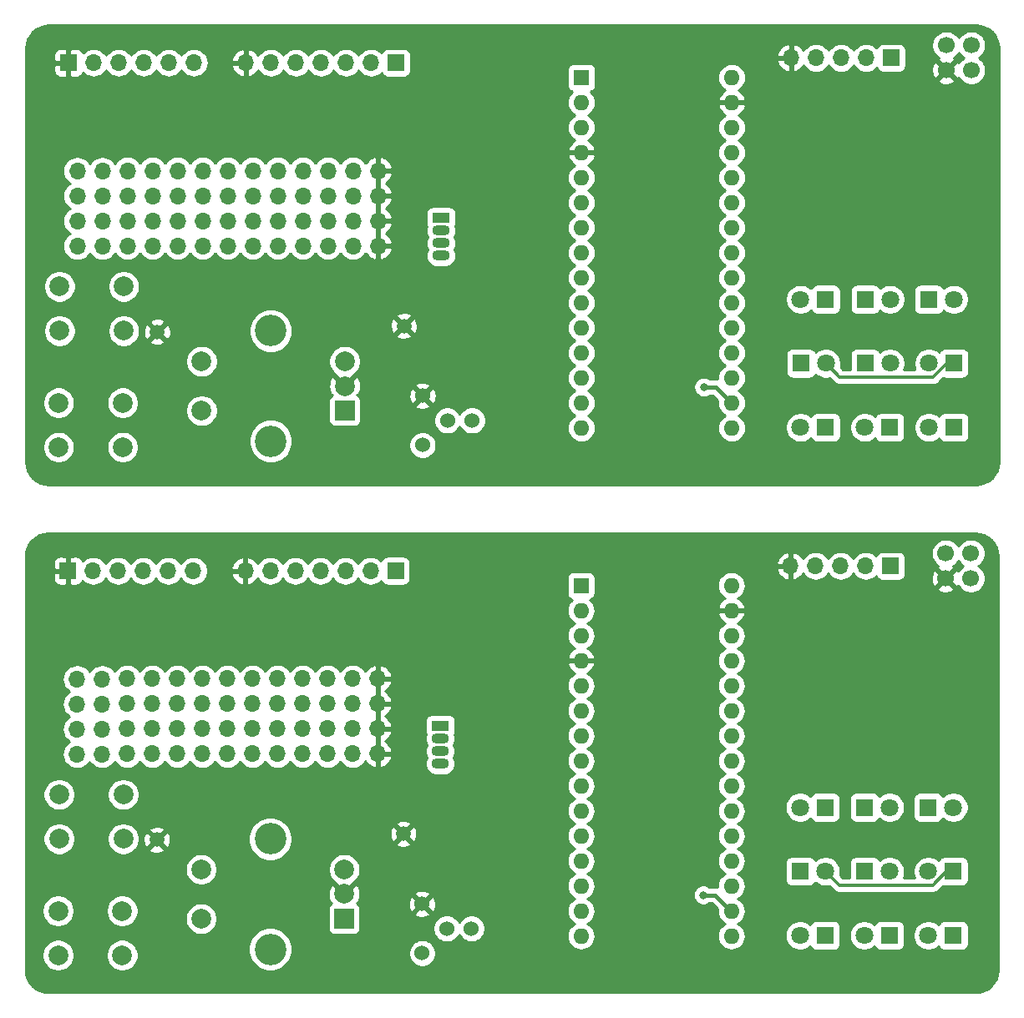
<source format=gbl>
G04 #@! TF.GenerationSoftware,KiCad,Pcbnew,(5.1.0)-1*
G04 #@! TF.CreationDate,2019-04-19T10:40:07+10:00*
G04 #@! TF.ProjectId,output.uc101panel,6f757470-7574-42e7-9563-31303170616e,rev?*
G04 #@! TF.SameCoordinates,Original*
G04 #@! TF.FileFunction,Copper,L2,Bot*
G04 #@! TF.FilePolarity,Positive*
%FSLAX46Y46*%
G04 Gerber Fmt 4.6, Leading zero omitted, Abs format (unit mm)*
G04 Created by KiCad (PCBNEW (5.1.0)-1) date 2019-04-19 10:40:07*
%MOMM*%
%LPD*%
G04 APERTURE LIST*
%ADD10R,1.600000X1.600000*%
%ADD11O,1.600000X1.600000*%
%ADD12O,1.700000X1.700000*%
%ADD13R,1.700000X1.700000*%
%ADD14C,1.500000*%
%ADD15C,1.524000*%
%ADD16C,2.000000*%
%ADD17C,3.200000*%
%ADD18R,2.000000X2.000000*%
%ADD19C,1.700000*%
%ADD20O,1.800000X1.070000*%
%ADD21R,1.800000X1.070000*%
%ADD22R,1.800000X1.800000*%
%ADD23C,1.800000*%
%ADD24C,0.600000*%
%ADD25C,0.800000*%
%ADD26C,0.300000*%
%ADD27C,0.400000*%
%ADD28C,0.254000*%
G04 APERTURE END LIST*
D10*
X155600000Y-107350000D03*
D11*
X170840000Y-140370000D03*
X155600000Y-109890000D03*
X170840000Y-137830000D03*
X155600000Y-112430000D03*
X170840000Y-135290000D03*
X155600000Y-114970000D03*
X170840000Y-132750000D03*
X155600000Y-117510000D03*
X170840000Y-130210000D03*
X155600000Y-120050000D03*
X170840000Y-127670000D03*
X155600000Y-122590000D03*
X170840000Y-125130000D03*
X155600000Y-125130000D03*
X170840000Y-122590000D03*
X155600000Y-127670000D03*
X170840000Y-120050000D03*
X155600000Y-130210000D03*
X170840000Y-117510000D03*
X155600000Y-132750000D03*
X170840000Y-114970000D03*
X155600000Y-135290000D03*
X170840000Y-112430000D03*
X155600000Y-137830000D03*
X170840000Y-109890000D03*
X155600000Y-140370000D03*
X170840000Y-107350000D03*
X155600000Y-142910000D03*
X170840000Y-142910000D03*
D12*
X176840000Y-105350000D03*
X179380000Y-105350000D03*
X181920000Y-105350000D03*
X184460000Y-105350000D03*
D13*
X187000000Y-105350000D03*
D12*
X121560000Y-105850000D03*
X124100000Y-105850000D03*
X126640000Y-105850000D03*
X129180000Y-105850000D03*
X131720000Y-105850000D03*
X134260000Y-105850000D03*
D13*
X136800000Y-105850000D03*
D12*
X107050000Y-116835000D03*
X107050000Y-124455000D03*
X107050000Y-121915000D03*
X107050000Y-119375000D03*
X104510000Y-116835000D03*
X104510000Y-124455000D03*
X104510000Y-121915000D03*
X104510000Y-119375000D03*
X134990000Y-116800000D03*
X134990000Y-124420000D03*
X134990000Y-121880000D03*
X134990000Y-119340000D03*
X109590000Y-116800000D03*
X132450000Y-116800000D03*
X129910000Y-116800000D03*
X127370000Y-116800000D03*
X124830000Y-116800000D03*
X122290000Y-116800000D03*
X119750000Y-116800000D03*
X117210000Y-116800000D03*
X114670000Y-116800000D03*
X112130000Y-116800000D03*
X109590000Y-124420000D03*
X132450000Y-124420000D03*
X129910000Y-124420000D03*
X127370000Y-124420000D03*
X124830000Y-124420000D03*
X122290000Y-124420000D03*
X119750000Y-124420000D03*
X117210000Y-124420000D03*
X114670000Y-124420000D03*
X112130000Y-124420000D03*
X109590000Y-121880000D03*
X132450000Y-121880000D03*
X129910000Y-121880000D03*
X127370000Y-121880000D03*
X124830000Y-121880000D03*
X122290000Y-121880000D03*
X119750000Y-121880000D03*
X117210000Y-121880000D03*
X114670000Y-121880000D03*
X112130000Y-121880000D03*
X109590000Y-119340000D03*
X132450000Y-119340000D03*
X129910000Y-119340000D03*
X127370000Y-119340000D03*
X124830000Y-119340000D03*
X122290000Y-119340000D03*
X119750000Y-119340000D03*
X117210000Y-119340000D03*
X114670000Y-119340000D03*
X112130000Y-119340000D03*
D14*
X112600000Y-133150000D03*
X137600000Y-132550000D03*
D15*
X139500000Y-139650000D03*
X139500000Y-144650000D03*
X142000000Y-142150000D03*
X144500000Y-142150000D03*
D16*
X117100000Y-136150000D03*
X117100000Y-141150000D03*
D17*
X124100000Y-133050000D03*
X124100000Y-144250000D03*
D16*
X131600000Y-136150000D03*
X131600000Y-138650000D03*
D18*
X131600000Y-141150000D03*
D19*
X195120000Y-104080000D03*
X192580000Y-104080000D03*
X195120000Y-106620000D03*
X192580000Y-106620000D03*
D20*
X141350000Y-125410000D03*
X141350000Y-124140000D03*
X141350000Y-122870000D03*
D21*
X141350000Y-121600000D03*
D22*
X190810000Y-129850000D03*
D23*
X193350000Y-129850000D03*
D22*
X180350000Y-129850000D03*
D23*
X177810000Y-129850000D03*
X190810000Y-136350000D03*
D22*
X193350000Y-136350000D03*
D23*
X184310000Y-142850000D03*
D22*
X186850000Y-142850000D03*
X193350000Y-142850000D03*
D23*
X190810000Y-142850000D03*
X186890000Y-136350000D03*
D22*
X184350000Y-136350000D03*
X177850000Y-136350000D03*
D23*
X180390000Y-136350000D03*
D22*
X180350000Y-142850000D03*
D23*
X177810000Y-142850000D03*
X186890000Y-129850000D03*
D22*
X184350000Y-129850000D03*
D12*
X116300000Y-105850000D03*
X113760000Y-105850000D03*
X111220000Y-105850000D03*
X108680000Y-105850000D03*
X106140000Y-105850000D03*
D13*
X103600000Y-105850000D03*
D16*
X102600000Y-144850000D03*
X102600000Y-140350000D03*
X109100000Y-144850000D03*
X109100000Y-140350000D03*
X109200000Y-128550000D03*
X109200000Y-133050000D03*
X102700000Y-128550000D03*
X102700000Y-133050000D03*
D10*
X155650000Y-55800000D03*
D11*
X170890000Y-88820000D03*
X155650000Y-58340000D03*
X170890000Y-86280000D03*
X155650000Y-60880000D03*
X170890000Y-83740000D03*
X155650000Y-63420000D03*
X170890000Y-81200000D03*
X155650000Y-65960000D03*
X170890000Y-78660000D03*
X155650000Y-68500000D03*
X170890000Y-76120000D03*
X155650000Y-71040000D03*
X170890000Y-73580000D03*
X155650000Y-73580000D03*
X170890000Y-71040000D03*
X155650000Y-76120000D03*
X170890000Y-68500000D03*
X155650000Y-78660000D03*
X170890000Y-65960000D03*
X155650000Y-81200000D03*
X170890000Y-63420000D03*
X155650000Y-83740000D03*
X170890000Y-60880000D03*
X155650000Y-86280000D03*
X170890000Y-58340000D03*
X155650000Y-88820000D03*
X170890000Y-55800000D03*
X155650000Y-91360000D03*
X170890000Y-91360000D03*
D12*
X176890000Y-53800000D03*
X179430000Y-53800000D03*
X181970000Y-53800000D03*
X184510000Y-53800000D03*
D13*
X187050000Y-53800000D03*
D12*
X121610000Y-54300000D03*
X124150000Y-54300000D03*
X126690000Y-54300000D03*
X129230000Y-54300000D03*
X131770000Y-54300000D03*
X134310000Y-54300000D03*
D13*
X136850000Y-54300000D03*
D12*
X107100000Y-65285000D03*
X107100000Y-72905000D03*
X107100000Y-70365000D03*
X107100000Y-67825000D03*
X104560000Y-65285000D03*
X104560000Y-72905000D03*
X104560000Y-70365000D03*
X104560000Y-67825000D03*
X135040000Y-65250000D03*
X135040000Y-72870000D03*
X135040000Y-70330000D03*
X135040000Y-67790000D03*
X109640000Y-65250000D03*
X132500000Y-65250000D03*
X129960000Y-65250000D03*
X127420000Y-65250000D03*
X124880000Y-65250000D03*
X122340000Y-65250000D03*
X119800000Y-65250000D03*
X117260000Y-65250000D03*
X114720000Y-65250000D03*
X112180000Y-65250000D03*
X109640000Y-72870000D03*
X132500000Y-72870000D03*
X129960000Y-72870000D03*
X127420000Y-72870000D03*
X124880000Y-72870000D03*
X122340000Y-72870000D03*
X119800000Y-72870000D03*
X117260000Y-72870000D03*
X114720000Y-72870000D03*
X112180000Y-72870000D03*
X109640000Y-70330000D03*
X132500000Y-70330000D03*
X129960000Y-70330000D03*
X127420000Y-70330000D03*
X124880000Y-70330000D03*
X122340000Y-70330000D03*
X119800000Y-70330000D03*
X117260000Y-70330000D03*
X114720000Y-70330000D03*
X112180000Y-70330000D03*
X109640000Y-67790000D03*
X132500000Y-67790000D03*
X129960000Y-67790000D03*
X127420000Y-67790000D03*
X124880000Y-67790000D03*
X122340000Y-67790000D03*
X119800000Y-67790000D03*
X117260000Y-67790000D03*
X114720000Y-67790000D03*
X112180000Y-67790000D03*
D14*
X112650000Y-81600000D03*
X137650000Y-81000000D03*
D15*
X139550000Y-88100000D03*
X139550000Y-93100000D03*
X142050000Y-90600000D03*
X144550000Y-90600000D03*
D16*
X117150000Y-84600000D03*
X117150000Y-89600000D03*
D17*
X124150000Y-81500000D03*
X124150000Y-92700000D03*
D16*
X131650000Y-84600000D03*
X131650000Y-87100000D03*
D18*
X131650000Y-89600000D03*
D19*
X195170000Y-52530000D03*
X192630000Y-52530000D03*
X195170000Y-55070000D03*
X192630000Y-55070000D03*
D20*
X141400000Y-73860000D03*
X141400000Y-72590000D03*
X141400000Y-71320000D03*
D21*
X141400000Y-70050000D03*
D22*
X190860000Y-78300000D03*
D23*
X193400000Y-78300000D03*
D22*
X180400000Y-78300000D03*
D23*
X177860000Y-78300000D03*
X190860000Y-84800000D03*
D22*
X193400000Y-84800000D03*
D23*
X184360000Y-91300000D03*
D22*
X186900000Y-91300000D03*
X193400000Y-91300000D03*
D23*
X190860000Y-91300000D03*
X186940000Y-84800000D03*
D22*
X184400000Y-84800000D03*
X177900000Y-84800000D03*
D23*
X180440000Y-84800000D03*
D22*
X180400000Y-91300000D03*
D23*
X177860000Y-91300000D03*
X186940000Y-78300000D03*
D22*
X184400000Y-78300000D03*
D12*
X116350000Y-54300000D03*
X113810000Y-54300000D03*
X111270000Y-54300000D03*
X108730000Y-54300000D03*
X106190000Y-54300000D03*
D13*
X103650000Y-54300000D03*
D16*
X102650000Y-93300000D03*
X102650000Y-88800000D03*
X109150000Y-93300000D03*
X109150000Y-88800000D03*
X109250000Y-77000000D03*
X109250000Y-81500000D03*
X102750000Y-77000000D03*
X102750000Y-81500000D03*
D24*
X147700004Y-116250000D03*
X147750000Y-118200000D03*
X147450002Y-134000000D03*
X147750004Y-64700000D03*
X147800000Y-66650000D03*
X147500002Y-82450000D03*
D25*
X168000000Y-138750000D03*
X168050000Y-87200000D03*
D26*
X181790000Y-137750000D02*
X180390000Y-136350000D01*
X191260002Y-137750000D02*
X181790000Y-137750000D01*
X193350000Y-136350000D02*
X192660002Y-136350000D01*
X192660002Y-136350000D02*
X191260002Y-137750000D01*
X181840000Y-86200000D02*
X180440000Y-84800000D01*
X191310002Y-86200000D02*
X181840000Y-86200000D01*
X193400000Y-84800000D02*
X192710002Y-84800000D01*
X192710002Y-84800000D02*
X191310002Y-86200000D01*
D27*
X170820000Y-140370000D02*
X170840000Y-140370000D01*
X168000000Y-138750000D02*
X169200000Y-138750000D01*
X169200000Y-138750000D02*
X170820000Y-140370000D01*
X170870000Y-88820000D02*
X170890000Y-88820000D01*
X168050000Y-87200000D02*
X169250000Y-87200000D01*
X169250000Y-87200000D02*
X170870000Y-88820000D01*
D28*
G36*
X196044134Y-102106953D02*
G01*
X196471355Y-102235938D01*
X196865384Y-102445446D01*
X197211214Y-102727499D01*
X197495673Y-103071351D01*
X197707929Y-103463910D01*
X197839892Y-103890213D01*
X197890000Y-104366964D01*
X197890001Y-146315269D01*
X197843048Y-146794133D01*
X197714063Y-147221353D01*
X197504554Y-147615384D01*
X197222501Y-147961214D01*
X196878651Y-148245672D01*
X196486093Y-148457927D01*
X196059788Y-148589891D01*
X195583036Y-148640000D01*
X101634721Y-148640000D01*
X101155867Y-148593048D01*
X100728647Y-148464063D01*
X100334616Y-148254554D01*
X99988786Y-147972501D01*
X99704328Y-147628651D01*
X99492073Y-147236093D01*
X99360109Y-146809788D01*
X99310000Y-146333036D01*
X99310000Y-144688967D01*
X100965000Y-144688967D01*
X100965000Y-145011033D01*
X101027832Y-145326912D01*
X101151082Y-145624463D01*
X101330013Y-145892252D01*
X101557748Y-146119987D01*
X101825537Y-146298918D01*
X102123088Y-146422168D01*
X102438967Y-146485000D01*
X102761033Y-146485000D01*
X103076912Y-146422168D01*
X103374463Y-146298918D01*
X103642252Y-146119987D01*
X103869987Y-145892252D01*
X104048918Y-145624463D01*
X104172168Y-145326912D01*
X104235000Y-145011033D01*
X104235000Y-144688967D01*
X107465000Y-144688967D01*
X107465000Y-145011033D01*
X107527832Y-145326912D01*
X107651082Y-145624463D01*
X107830013Y-145892252D01*
X108057748Y-146119987D01*
X108325537Y-146298918D01*
X108623088Y-146422168D01*
X108938967Y-146485000D01*
X109261033Y-146485000D01*
X109576912Y-146422168D01*
X109874463Y-146298918D01*
X110142252Y-146119987D01*
X110369987Y-145892252D01*
X110548918Y-145624463D01*
X110672168Y-145326912D01*
X110735000Y-145011033D01*
X110735000Y-144688967D01*
X110672168Y-144373088D01*
X110548918Y-144075537D01*
X110518406Y-144029872D01*
X121865000Y-144029872D01*
X121865000Y-144470128D01*
X121950890Y-144901925D01*
X122119369Y-145308669D01*
X122363962Y-145674729D01*
X122675271Y-145986038D01*
X123041331Y-146230631D01*
X123448075Y-146399110D01*
X123879872Y-146485000D01*
X124320128Y-146485000D01*
X124751925Y-146399110D01*
X125158669Y-146230631D01*
X125524729Y-145986038D01*
X125836038Y-145674729D01*
X126080631Y-145308669D01*
X126249110Y-144901925D01*
X126326589Y-144512408D01*
X138103000Y-144512408D01*
X138103000Y-144787592D01*
X138156686Y-145057490D01*
X138261995Y-145311727D01*
X138414880Y-145540535D01*
X138609465Y-145735120D01*
X138838273Y-145888005D01*
X139092510Y-145993314D01*
X139362408Y-146047000D01*
X139637592Y-146047000D01*
X139907490Y-145993314D01*
X140161727Y-145888005D01*
X140390535Y-145735120D01*
X140585120Y-145540535D01*
X140738005Y-145311727D01*
X140843314Y-145057490D01*
X140897000Y-144787592D01*
X140897000Y-144512408D01*
X140843314Y-144242510D01*
X140738005Y-143988273D01*
X140585120Y-143759465D01*
X140390535Y-143564880D01*
X140161727Y-143411995D01*
X139907490Y-143306686D01*
X139637592Y-143253000D01*
X139362408Y-143253000D01*
X139092510Y-143306686D01*
X138838273Y-143411995D01*
X138609465Y-143564880D01*
X138414880Y-143759465D01*
X138261995Y-143988273D01*
X138156686Y-144242510D01*
X138103000Y-144512408D01*
X126326589Y-144512408D01*
X126335000Y-144470128D01*
X126335000Y-144029872D01*
X126249110Y-143598075D01*
X126080631Y-143191331D01*
X125836038Y-142825271D01*
X125524729Y-142513962D01*
X125158669Y-142269369D01*
X124751925Y-142100890D01*
X124320128Y-142015000D01*
X123879872Y-142015000D01*
X123448075Y-142100890D01*
X123041331Y-142269369D01*
X122675271Y-142513962D01*
X122363962Y-142825271D01*
X122119369Y-143191331D01*
X121950890Y-143598075D01*
X121865000Y-144029872D01*
X110518406Y-144029872D01*
X110369987Y-143807748D01*
X110142252Y-143580013D01*
X109874463Y-143401082D01*
X109576912Y-143277832D01*
X109261033Y-143215000D01*
X108938967Y-143215000D01*
X108623088Y-143277832D01*
X108325537Y-143401082D01*
X108057748Y-143580013D01*
X107830013Y-143807748D01*
X107651082Y-144075537D01*
X107527832Y-144373088D01*
X107465000Y-144688967D01*
X104235000Y-144688967D01*
X104172168Y-144373088D01*
X104048918Y-144075537D01*
X103869987Y-143807748D01*
X103642252Y-143580013D01*
X103374463Y-143401082D01*
X103076912Y-143277832D01*
X102761033Y-143215000D01*
X102438967Y-143215000D01*
X102123088Y-143277832D01*
X101825537Y-143401082D01*
X101557748Y-143580013D01*
X101330013Y-143807748D01*
X101151082Y-144075537D01*
X101027832Y-144373088D01*
X100965000Y-144688967D01*
X99310000Y-144688967D01*
X99310000Y-140188967D01*
X100965000Y-140188967D01*
X100965000Y-140511033D01*
X101027832Y-140826912D01*
X101151082Y-141124463D01*
X101330013Y-141392252D01*
X101557748Y-141619987D01*
X101825537Y-141798918D01*
X102123088Y-141922168D01*
X102438967Y-141985000D01*
X102761033Y-141985000D01*
X103076912Y-141922168D01*
X103374463Y-141798918D01*
X103642252Y-141619987D01*
X103869987Y-141392252D01*
X104048918Y-141124463D01*
X104172168Y-140826912D01*
X104235000Y-140511033D01*
X104235000Y-140188967D01*
X107465000Y-140188967D01*
X107465000Y-140511033D01*
X107527832Y-140826912D01*
X107651082Y-141124463D01*
X107830013Y-141392252D01*
X108057748Y-141619987D01*
X108325537Y-141798918D01*
X108623088Y-141922168D01*
X108938967Y-141985000D01*
X109261033Y-141985000D01*
X109576912Y-141922168D01*
X109874463Y-141798918D01*
X110142252Y-141619987D01*
X110369987Y-141392252D01*
X110548918Y-141124463D01*
X110605042Y-140988967D01*
X115465000Y-140988967D01*
X115465000Y-141311033D01*
X115527832Y-141626912D01*
X115651082Y-141924463D01*
X115830013Y-142192252D01*
X116057748Y-142419987D01*
X116325537Y-142598918D01*
X116623088Y-142722168D01*
X116938967Y-142785000D01*
X117261033Y-142785000D01*
X117576912Y-142722168D01*
X117874463Y-142598918D01*
X118142252Y-142419987D01*
X118369987Y-142192252D01*
X118548918Y-141924463D01*
X118672168Y-141626912D01*
X118735000Y-141311033D01*
X118735000Y-140988967D01*
X118672168Y-140673088D01*
X118548918Y-140375537D01*
X118369987Y-140107748D01*
X118142252Y-139880013D01*
X117874463Y-139701082D01*
X117576912Y-139577832D01*
X117261033Y-139515000D01*
X116938967Y-139515000D01*
X116623088Y-139577832D01*
X116325537Y-139701082D01*
X116057748Y-139880013D01*
X115830013Y-140107748D01*
X115651082Y-140375537D01*
X115527832Y-140673088D01*
X115465000Y-140988967D01*
X110605042Y-140988967D01*
X110672168Y-140826912D01*
X110735000Y-140511033D01*
X110735000Y-140188967D01*
X110672168Y-139873088D01*
X110548918Y-139575537D01*
X110369987Y-139307748D01*
X110142252Y-139080013D01*
X109874463Y-138901082D01*
X109576912Y-138777832D01*
X109261033Y-138715000D01*
X108938967Y-138715000D01*
X108623088Y-138777832D01*
X108325537Y-138901082D01*
X108057748Y-139080013D01*
X107830013Y-139307748D01*
X107651082Y-139575537D01*
X107527832Y-139873088D01*
X107465000Y-140188967D01*
X104235000Y-140188967D01*
X104172168Y-139873088D01*
X104048918Y-139575537D01*
X103869987Y-139307748D01*
X103642252Y-139080013D01*
X103374463Y-138901082D01*
X103076912Y-138777832D01*
X102761033Y-138715000D01*
X102438967Y-138715000D01*
X102123088Y-138777832D01*
X101825537Y-138901082D01*
X101557748Y-139080013D01*
X101330013Y-139307748D01*
X101151082Y-139575537D01*
X101027832Y-139873088D01*
X100965000Y-140188967D01*
X99310000Y-140188967D01*
X99310000Y-138712595D01*
X129958282Y-138712595D01*
X130002039Y-139031675D01*
X130107205Y-139336088D01*
X130200186Y-139510044D01*
X130349223Y-139564024D01*
X130245506Y-139619463D01*
X130148815Y-139698815D01*
X130069463Y-139795506D01*
X130010498Y-139905820D01*
X129974188Y-140025518D01*
X129961928Y-140150000D01*
X129961928Y-142150000D01*
X129974188Y-142274482D01*
X130010498Y-142394180D01*
X130069463Y-142504494D01*
X130148815Y-142601185D01*
X130245506Y-142680537D01*
X130355820Y-142739502D01*
X130475518Y-142775812D01*
X130600000Y-142788072D01*
X132600000Y-142788072D01*
X132724482Y-142775812D01*
X132844180Y-142739502D01*
X132954494Y-142680537D01*
X133051185Y-142601185D01*
X133130537Y-142504494D01*
X133189502Y-142394180D01*
X133225812Y-142274482D01*
X133238072Y-142150000D01*
X133238072Y-142012408D01*
X140603000Y-142012408D01*
X140603000Y-142287592D01*
X140656686Y-142557490D01*
X140761995Y-142811727D01*
X140914880Y-143040535D01*
X141109465Y-143235120D01*
X141338273Y-143388005D01*
X141592510Y-143493314D01*
X141862408Y-143547000D01*
X142137592Y-143547000D01*
X142407490Y-143493314D01*
X142661727Y-143388005D01*
X142890535Y-143235120D01*
X143085120Y-143040535D01*
X143238005Y-142811727D01*
X143250000Y-142782769D01*
X143261995Y-142811727D01*
X143414880Y-143040535D01*
X143609465Y-143235120D01*
X143838273Y-143388005D01*
X144092510Y-143493314D01*
X144362408Y-143547000D01*
X144637592Y-143547000D01*
X144907490Y-143493314D01*
X145161727Y-143388005D01*
X145390535Y-143235120D01*
X145585120Y-143040535D01*
X145738005Y-142811727D01*
X145843314Y-142557490D01*
X145897000Y-142287592D01*
X145897000Y-142012408D01*
X145843314Y-141742510D01*
X145738005Y-141488273D01*
X145585120Y-141259465D01*
X145390535Y-141064880D01*
X145161727Y-140911995D01*
X144907490Y-140806686D01*
X144637592Y-140753000D01*
X144362408Y-140753000D01*
X144092510Y-140806686D01*
X143838273Y-140911995D01*
X143609465Y-141064880D01*
X143414880Y-141259465D01*
X143261995Y-141488273D01*
X143250000Y-141517231D01*
X143238005Y-141488273D01*
X143085120Y-141259465D01*
X142890535Y-141064880D01*
X142661727Y-140911995D01*
X142407490Y-140806686D01*
X142137592Y-140753000D01*
X141862408Y-140753000D01*
X141592510Y-140806686D01*
X141338273Y-140911995D01*
X141109465Y-141064880D01*
X140914880Y-141259465D01*
X140761995Y-141488273D01*
X140656686Y-141742510D01*
X140603000Y-142012408D01*
X133238072Y-142012408D01*
X133238072Y-140615565D01*
X138714040Y-140615565D01*
X138781020Y-140855656D01*
X139030048Y-140972756D01*
X139297135Y-141039023D01*
X139572017Y-141051910D01*
X139844133Y-141010922D01*
X140103023Y-140917636D01*
X140218980Y-140855656D01*
X140285960Y-140615565D01*
X139500000Y-139829605D01*
X138714040Y-140615565D01*
X133238072Y-140615565D01*
X133238072Y-140150000D01*
X133225812Y-140025518D01*
X133189502Y-139905820D01*
X133130537Y-139795506D01*
X133070227Y-139722017D01*
X138098090Y-139722017D01*
X138139078Y-139994133D01*
X138232364Y-140253023D01*
X138294344Y-140368980D01*
X138534435Y-140435960D01*
X139320395Y-139650000D01*
X139679605Y-139650000D01*
X140465565Y-140435960D01*
X140705656Y-140368980D01*
X140822756Y-140119952D01*
X140889023Y-139852865D01*
X140901910Y-139577983D01*
X140860922Y-139305867D01*
X140767636Y-139046977D01*
X140705656Y-138931020D01*
X140465565Y-138864040D01*
X139679605Y-139650000D01*
X139320395Y-139650000D01*
X138534435Y-138864040D01*
X138294344Y-138931020D01*
X138177244Y-139180048D01*
X138110977Y-139447135D01*
X138098090Y-139722017D01*
X133070227Y-139722017D01*
X133051185Y-139698815D01*
X132954494Y-139619463D01*
X132850777Y-139564024D01*
X132999814Y-139510044D01*
X133140704Y-139220429D01*
X133222384Y-138908892D01*
X133235882Y-138684435D01*
X138714040Y-138684435D01*
X139500000Y-139470395D01*
X140285960Y-138684435D01*
X140218980Y-138444344D01*
X139969952Y-138327244D01*
X139702865Y-138260977D01*
X139427983Y-138248090D01*
X139155867Y-138289078D01*
X138896977Y-138382364D01*
X138781020Y-138444344D01*
X138714040Y-138684435D01*
X133235882Y-138684435D01*
X133241718Y-138587405D01*
X133197961Y-138268325D01*
X133092795Y-137963912D01*
X132999814Y-137789956D01*
X132735413Y-137694192D01*
X131779605Y-138650000D01*
X131793748Y-138664143D01*
X131614143Y-138843748D01*
X131600000Y-138829605D01*
X131585858Y-138843748D01*
X131406253Y-138664143D01*
X131420395Y-138650000D01*
X130464587Y-137694192D01*
X130200186Y-137789956D01*
X130059296Y-138079571D01*
X129977616Y-138391108D01*
X129958282Y-138712595D01*
X99310000Y-138712595D01*
X99310000Y-135988967D01*
X115465000Y-135988967D01*
X115465000Y-136311033D01*
X115527832Y-136626912D01*
X115651082Y-136924463D01*
X115830013Y-137192252D01*
X116057748Y-137419987D01*
X116325537Y-137598918D01*
X116623088Y-137722168D01*
X116938967Y-137785000D01*
X117261033Y-137785000D01*
X117576912Y-137722168D01*
X117874463Y-137598918D01*
X118142252Y-137419987D01*
X118369987Y-137192252D01*
X118548918Y-136924463D01*
X118672168Y-136626912D01*
X118735000Y-136311033D01*
X118735000Y-135988967D01*
X129965000Y-135988967D01*
X129965000Y-136311033D01*
X130027832Y-136626912D01*
X130151082Y-136924463D01*
X130330013Y-137192252D01*
X130557748Y-137419987D01*
X130654935Y-137484925D01*
X130644192Y-137514587D01*
X131600000Y-138470395D01*
X132555808Y-137514587D01*
X132545065Y-137484925D01*
X132642252Y-137419987D01*
X132869987Y-137192252D01*
X133048918Y-136924463D01*
X133172168Y-136626912D01*
X133235000Y-136311033D01*
X133235000Y-135988967D01*
X133172168Y-135673088D01*
X133048918Y-135375537D01*
X132869987Y-135107748D01*
X132642252Y-134880013D01*
X132374463Y-134701082D01*
X132076912Y-134577832D01*
X131761033Y-134515000D01*
X131438967Y-134515000D01*
X131123088Y-134577832D01*
X130825537Y-134701082D01*
X130557748Y-134880013D01*
X130330013Y-135107748D01*
X130151082Y-135375537D01*
X130027832Y-135673088D01*
X129965000Y-135988967D01*
X118735000Y-135988967D01*
X118672168Y-135673088D01*
X118548918Y-135375537D01*
X118369987Y-135107748D01*
X118142252Y-134880013D01*
X117874463Y-134701082D01*
X117576912Y-134577832D01*
X117261033Y-134515000D01*
X116938967Y-134515000D01*
X116623088Y-134577832D01*
X116325537Y-134701082D01*
X116057748Y-134880013D01*
X115830013Y-135107748D01*
X115651082Y-135375537D01*
X115527832Y-135673088D01*
X115465000Y-135988967D01*
X99310000Y-135988967D01*
X99310000Y-132888967D01*
X101065000Y-132888967D01*
X101065000Y-133211033D01*
X101127832Y-133526912D01*
X101251082Y-133824463D01*
X101430013Y-134092252D01*
X101657748Y-134319987D01*
X101925537Y-134498918D01*
X102223088Y-134622168D01*
X102538967Y-134685000D01*
X102861033Y-134685000D01*
X103176912Y-134622168D01*
X103474463Y-134498918D01*
X103742252Y-134319987D01*
X103969987Y-134092252D01*
X104148918Y-133824463D01*
X104272168Y-133526912D01*
X104335000Y-133211033D01*
X104335000Y-132888967D01*
X107565000Y-132888967D01*
X107565000Y-133211033D01*
X107627832Y-133526912D01*
X107751082Y-133824463D01*
X107930013Y-134092252D01*
X108157748Y-134319987D01*
X108425537Y-134498918D01*
X108723088Y-134622168D01*
X109038967Y-134685000D01*
X109361033Y-134685000D01*
X109676912Y-134622168D01*
X109974463Y-134498918D01*
X110242252Y-134319987D01*
X110455246Y-134106993D01*
X111822612Y-134106993D01*
X111888137Y-134345860D01*
X112135116Y-134461760D01*
X112399960Y-134527250D01*
X112672492Y-134539812D01*
X112942238Y-134498965D01*
X113198832Y-134406277D01*
X113311863Y-134345860D01*
X113377388Y-134106993D01*
X112600000Y-133329605D01*
X111822612Y-134106993D01*
X110455246Y-134106993D01*
X110469987Y-134092252D01*
X110648918Y-133824463D01*
X110772168Y-133526912D01*
X110832720Y-133222492D01*
X111210188Y-133222492D01*
X111251035Y-133492238D01*
X111343723Y-133748832D01*
X111404140Y-133861863D01*
X111643007Y-133927388D01*
X112420395Y-133150000D01*
X112779605Y-133150000D01*
X113556993Y-133927388D01*
X113795860Y-133861863D01*
X113911760Y-133614884D01*
X113977250Y-133350040D01*
X113989812Y-133077508D01*
X113952314Y-132829872D01*
X121865000Y-132829872D01*
X121865000Y-133270128D01*
X121950890Y-133701925D01*
X122119369Y-134108669D01*
X122363962Y-134474729D01*
X122675271Y-134786038D01*
X123041331Y-135030631D01*
X123448075Y-135199110D01*
X123879872Y-135285000D01*
X124320128Y-135285000D01*
X124751925Y-135199110D01*
X125158669Y-135030631D01*
X125524729Y-134786038D01*
X125836038Y-134474729D01*
X126080631Y-134108669D01*
X126249110Y-133701925D01*
X126287884Y-133506993D01*
X136822612Y-133506993D01*
X136888137Y-133745860D01*
X137135116Y-133861760D01*
X137399960Y-133927250D01*
X137672492Y-133939812D01*
X137942238Y-133898965D01*
X138198832Y-133806277D01*
X138311863Y-133745860D01*
X138377388Y-133506993D01*
X137600000Y-132729605D01*
X136822612Y-133506993D01*
X126287884Y-133506993D01*
X126335000Y-133270128D01*
X126335000Y-132829872D01*
X126293750Y-132622492D01*
X136210188Y-132622492D01*
X136251035Y-132892238D01*
X136343723Y-133148832D01*
X136404140Y-133261863D01*
X136643007Y-133327388D01*
X137420395Y-132550000D01*
X137779605Y-132550000D01*
X138556993Y-133327388D01*
X138795860Y-133261863D01*
X138911760Y-133014884D01*
X138977250Y-132750040D01*
X138989812Y-132477508D01*
X138948965Y-132207762D01*
X138856277Y-131951168D01*
X138795860Y-131838137D01*
X138556993Y-131772612D01*
X137779605Y-132550000D01*
X137420395Y-132550000D01*
X136643007Y-131772612D01*
X136404140Y-131838137D01*
X136288240Y-132085116D01*
X136222750Y-132349960D01*
X136210188Y-132622492D01*
X126293750Y-132622492D01*
X126249110Y-132398075D01*
X126080631Y-131991331D01*
X125836038Y-131625271D01*
X125803774Y-131593007D01*
X136822612Y-131593007D01*
X137600000Y-132370395D01*
X138377388Y-131593007D01*
X138311863Y-131354140D01*
X138064884Y-131238240D01*
X137800040Y-131172750D01*
X137527508Y-131160188D01*
X137257762Y-131201035D01*
X137001168Y-131293723D01*
X136888137Y-131354140D01*
X136822612Y-131593007D01*
X125803774Y-131593007D01*
X125524729Y-131313962D01*
X125158669Y-131069369D01*
X124751925Y-130900890D01*
X124320128Y-130815000D01*
X123879872Y-130815000D01*
X123448075Y-130900890D01*
X123041331Y-131069369D01*
X122675271Y-131313962D01*
X122363962Y-131625271D01*
X122119369Y-131991331D01*
X121950890Y-132398075D01*
X121865000Y-132829872D01*
X113952314Y-132829872D01*
X113948965Y-132807762D01*
X113856277Y-132551168D01*
X113795860Y-132438137D01*
X113556993Y-132372612D01*
X112779605Y-133150000D01*
X112420395Y-133150000D01*
X111643007Y-132372612D01*
X111404140Y-132438137D01*
X111288240Y-132685116D01*
X111222750Y-132949960D01*
X111210188Y-133222492D01*
X110832720Y-133222492D01*
X110835000Y-133211033D01*
X110835000Y-132888967D01*
X110772168Y-132573088D01*
X110648918Y-132275537D01*
X110593774Y-132193007D01*
X111822612Y-132193007D01*
X112600000Y-132970395D01*
X113377388Y-132193007D01*
X113311863Y-131954140D01*
X113064884Y-131838240D01*
X112800040Y-131772750D01*
X112527508Y-131760188D01*
X112257762Y-131801035D01*
X112001168Y-131893723D01*
X111888137Y-131954140D01*
X111822612Y-132193007D01*
X110593774Y-132193007D01*
X110469987Y-132007748D01*
X110242252Y-131780013D01*
X109974463Y-131601082D01*
X109676912Y-131477832D01*
X109361033Y-131415000D01*
X109038967Y-131415000D01*
X108723088Y-131477832D01*
X108425537Y-131601082D01*
X108157748Y-131780013D01*
X107930013Y-132007748D01*
X107751082Y-132275537D01*
X107627832Y-132573088D01*
X107565000Y-132888967D01*
X104335000Y-132888967D01*
X104272168Y-132573088D01*
X104148918Y-132275537D01*
X103969987Y-132007748D01*
X103742252Y-131780013D01*
X103474463Y-131601082D01*
X103176912Y-131477832D01*
X102861033Y-131415000D01*
X102538967Y-131415000D01*
X102223088Y-131477832D01*
X101925537Y-131601082D01*
X101657748Y-131780013D01*
X101430013Y-132007748D01*
X101251082Y-132275537D01*
X101127832Y-132573088D01*
X101065000Y-132888967D01*
X99310000Y-132888967D01*
X99310000Y-128388967D01*
X101065000Y-128388967D01*
X101065000Y-128711033D01*
X101127832Y-129026912D01*
X101251082Y-129324463D01*
X101430013Y-129592252D01*
X101657748Y-129819987D01*
X101925537Y-129998918D01*
X102223088Y-130122168D01*
X102538967Y-130185000D01*
X102861033Y-130185000D01*
X103176912Y-130122168D01*
X103474463Y-129998918D01*
X103742252Y-129819987D01*
X103969987Y-129592252D01*
X104148918Y-129324463D01*
X104272168Y-129026912D01*
X104335000Y-128711033D01*
X104335000Y-128388967D01*
X107565000Y-128388967D01*
X107565000Y-128711033D01*
X107627832Y-129026912D01*
X107751082Y-129324463D01*
X107930013Y-129592252D01*
X108157748Y-129819987D01*
X108425537Y-129998918D01*
X108723088Y-130122168D01*
X109038967Y-130185000D01*
X109361033Y-130185000D01*
X109676912Y-130122168D01*
X109974463Y-129998918D01*
X110242252Y-129819987D01*
X110469987Y-129592252D01*
X110648918Y-129324463D01*
X110772168Y-129026912D01*
X110835000Y-128711033D01*
X110835000Y-128388967D01*
X110772168Y-128073088D01*
X110648918Y-127775537D01*
X110469987Y-127507748D01*
X110242252Y-127280013D01*
X109974463Y-127101082D01*
X109676912Y-126977832D01*
X109361033Y-126915000D01*
X109038967Y-126915000D01*
X108723088Y-126977832D01*
X108425537Y-127101082D01*
X108157748Y-127280013D01*
X107930013Y-127507748D01*
X107751082Y-127775537D01*
X107627832Y-128073088D01*
X107565000Y-128388967D01*
X104335000Y-128388967D01*
X104272168Y-128073088D01*
X104148918Y-127775537D01*
X103969987Y-127507748D01*
X103742252Y-127280013D01*
X103474463Y-127101082D01*
X103176912Y-126977832D01*
X102861033Y-126915000D01*
X102538967Y-126915000D01*
X102223088Y-126977832D01*
X101925537Y-127101082D01*
X101657748Y-127280013D01*
X101430013Y-127507748D01*
X101251082Y-127775537D01*
X101127832Y-128073088D01*
X101065000Y-128388967D01*
X99310000Y-128388967D01*
X99310000Y-116835000D01*
X103017815Y-116835000D01*
X103046487Y-117126111D01*
X103131401Y-117406034D01*
X103269294Y-117664014D01*
X103454866Y-117890134D01*
X103680986Y-118075706D01*
X103735791Y-118105000D01*
X103680986Y-118134294D01*
X103454866Y-118319866D01*
X103269294Y-118545986D01*
X103131401Y-118803966D01*
X103046487Y-119083889D01*
X103017815Y-119375000D01*
X103046487Y-119666111D01*
X103131401Y-119946034D01*
X103269294Y-120204014D01*
X103454866Y-120430134D01*
X103680986Y-120615706D01*
X103735791Y-120645000D01*
X103680986Y-120674294D01*
X103454866Y-120859866D01*
X103269294Y-121085986D01*
X103131401Y-121343966D01*
X103046487Y-121623889D01*
X103017815Y-121915000D01*
X103046487Y-122206111D01*
X103131401Y-122486034D01*
X103269294Y-122744014D01*
X103454866Y-122970134D01*
X103680986Y-123155706D01*
X103735791Y-123185000D01*
X103680986Y-123214294D01*
X103454866Y-123399866D01*
X103269294Y-123625986D01*
X103131401Y-123883966D01*
X103046487Y-124163889D01*
X103017815Y-124455000D01*
X103046487Y-124746111D01*
X103131401Y-125026034D01*
X103269294Y-125284014D01*
X103454866Y-125510134D01*
X103680986Y-125695706D01*
X103938966Y-125833599D01*
X104218889Y-125918513D01*
X104437050Y-125940000D01*
X104582950Y-125940000D01*
X104801111Y-125918513D01*
X105081034Y-125833599D01*
X105339014Y-125695706D01*
X105565134Y-125510134D01*
X105750706Y-125284014D01*
X105780000Y-125229209D01*
X105809294Y-125284014D01*
X105994866Y-125510134D01*
X106220986Y-125695706D01*
X106478966Y-125833599D01*
X106758889Y-125918513D01*
X106977050Y-125940000D01*
X107122950Y-125940000D01*
X107341111Y-125918513D01*
X107621034Y-125833599D01*
X107879014Y-125695706D01*
X108105134Y-125510134D01*
X108290706Y-125284014D01*
X108329354Y-125211709D01*
X108349294Y-125249014D01*
X108534866Y-125475134D01*
X108760986Y-125660706D01*
X109018966Y-125798599D01*
X109298889Y-125883513D01*
X109517050Y-125905000D01*
X109662950Y-125905000D01*
X109881111Y-125883513D01*
X110161034Y-125798599D01*
X110419014Y-125660706D01*
X110645134Y-125475134D01*
X110830706Y-125249014D01*
X110860000Y-125194209D01*
X110889294Y-125249014D01*
X111074866Y-125475134D01*
X111300986Y-125660706D01*
X111558966Y-125798599D01*
X111838889Y-125883513D01*
X112057050Y-125905000D01*
X112202950Y-125905000D01*
X112421111Y-125883513D01*
X112701034Y-125798599D01*
X112959014Y-125660706D01*
X113185134Y-125475134D01*
X113370706Y-125249014D01*
X113400000Y-125194209D01*
X113429294Y-125249014D01*
X113614866Y-125475134D01*
X113840986Y-125660706D01*
X114098966Y-125798599D01*
X114378889Y-125883513D01*
X114597050Y-125905000D01*
X114742950Y-125905000D01*
X114961111Y-125883513D01*
X115241034Y-125798599D01*
X115499014Y-125660706D01*
X115725134Y-125475134D01*
X115910706Y-125249014D01*
X115940000Y-125194209D01*
X115969294Y-125249014D01*
X116154866Y-125475134D01*
X116380986Y-125660706D01*
X116638966Y-125798599D01*
X116918889Y-125883513D01*
X117137050Y-125905000D01*
X117282950Y-125905000D01*
X117501111Y-125883513D01*
X117781034Y-125798599D01*
X118039014Y-125660706D01*
X118265134Y-125475134D01*
X118450706Y-125249014D01*
X118480000Y-125194209D01*
X118509294Y-125249014D01*
X118694866Y-125475134D01*
X118920986Y-125660706D01*
X119178966Y-125798599D01*
X119458889Y-125883513D01*
X119677050Y-125905000D01*
X119822950Y-125905000D01*
X120041111Y-125883513D01*
X120321034Y-125798599D01*
X120579014Y-125660706D01*
X120805134Y-125475134D01*
X120990706Y-125249014D01*
X121020000Y-125194209D01*
X121049294Y-125249014D01*
X121234866Y-125475134D01*
X121460986Y-125660706D01*
X121718966Y-125798599D01*
X121998889Y-125883513D01*
X122217050Y-125905000D01*
X122362950Y-125905000D01*
X122581111Y-125883513D01*
X122861034Y-125798599D01*
X123119014Y-125660706D01*
X123345134Y-125475134D01*
X123530706Y-125249014D01*
X123560000Y-125194209D01*
X123589294Y-125249014D01*
X123774866Y-125475134D01*
X124000986Y-125660706D01*
X124258966Y-125798599D01*
X124538889Y-125883513D01*
X124757050Y-125905000D01*
X124902950Y-125905000D01*
X125121111Y-125883513D01*
X125401034Y-125798599D01*
X125659014Y-125660706D01*
X125885134Y-125475134D01*
X126070706Y-125249014D01*
X126100000Y-125194209D01*
X126129294Y-125249014D01*
X126314866Y-125475134D01*
X126540986Y-125660706D01*
X126798966Y-125798599D01*
X127078889Y-125883513D01*
X127297050Y-125905000D01*
X127442950Y-125905000D01*
X127661111Y-125883513D01*
X127941034Y-125798599D01*
X128199014Y-125660706D01*
X128425134Y-125475134D01*
X128610706Y-125249014D01*
X128640000Y-125194209D01*
X128669294Y-125249014D01*
X128854866Y-125475134D01*
X129080986Y-125660706D01*
X129338966Y-125798599D01*
X129618889Y-125883513D01*
X129837050Y-125905000D01*
X129982950Y-125905000D01*
X130201111Y-125883513D01*
X130481034Y-125798599D01*
X130739014Y-125660706D01*
X130965134Y-125475134D01*
X131150706Y-125249014D01*
X131180000Y-125194209D01*
X131209294Y-125249014D01*
X131394866Y-125475134D01*
X131620986Y-125660706D01*
X131878966Y-125798599D01*
X132158889Y-125883513D01*
X132377050Y-125905000D01*
X132522950Y-125905000D01*
X132741111Y-125883513D01*
X133021034Y-125798599D01*
X133279014Y-125660706D01*
X133505134Y-125475134D01*
X133690706Y-125249014D01*
X133721584Y-125191244D01*
X133892412Y-125420269D01*
X134108645Y-125615178D01*
X134358748Y-125764157D01*
X134633109Y-125861481D01*
X134863000Y-125740814D01*
X134863000Y-124547000D01*
X135117000Y-124547000D01*
X135117000Y-125740814D01*
X135346891Y-125861481D01*
X135621252Y-125764157D01*
X135871355Y-125615178D01*
X136087588Y-125420269D01*
X136261641Y-125186920D01*
X136386825Y-124924099D01*
X136431476Y-124776890D01*
X136310155Y-124547000D01*
X135117000Y-124547000D01*
X134863000Y-124547000D01*
X134843000Y-124547000D01*
X134843000Y-124293000D01*
X134863000Y-124293000D01*
X134863000Y-122007000D01*
X135117000Y-122007000D01*
X135117000Y-124293000D01*
X136310155Y-124293000D01*
X136431476Y-124063110D01*
X136386825Y-123915901D01*
X136261641Y-123653080D01*
X136087588Y-123419731D01*
X135871355Y-123224822D01*
X135745745Y-123150000D01*
X135871355Y-123075178D01*
X136087588Y-122880269D01*
X136095247Y-122870000D01*
X139809339Y-122870000D01*
X139831929Y-123099360D01*
X139898831Y-123319906D01*
X139997766Y-123505000D01*
X139898831Y-123690094D01*
X139831929Y-123910640D01*
X139809339Y-124140000D01*
X139831929Y-124369360D01*
X139898831Y-124589906D01*
X139997766Y-124775000D01*
X139898831Y-124960094D01*
X139831929Y-125180640D01*
X139809339Y-125410000D01*
X139831929Y-125639360D01*
X139898831Y-125859906D01*
X140007474Y-126063162D01*
X140153682Y-126241318D01*
X140331838Y-126387526D01*
X140535094Y-126496169D01*
X140755640Y-126563071D01*
X140927523Y-126580000D01*
X141772477Y-126580000D01*
X141944360Y-126563071D01*
X142164906Y-126496169D01*
X142368162Y-126387526D01*
X142546318Y-126241318D01*
X142692526Y-126063162D01*
X142801169Y-125859906D01*
X142868071Y-125639360D01*
X142890661Y-125410000D01*
X142868071Y-125180640D01*
X142801169Y-124960094D01*
X142702234Y-124775000D01*
X142801169Y-124589906D01*
X142868071Y-124369360D01*
X142890661Y-124140000D01*
X142868071Y-123910640D01*
X142801169Y-123690094D01*
X142702234Y-123505000D01*
X142801169Y-123319906D01*
X142868071Y-123099360D01*
X142890661Y-122870000D01*
X142868071Y-122640640D01*
X142807130Y-122439743D01*
X142839502Y-122379180D01*
X142875812Y-122259482D01*
X142888072Y-122135000D01*
X142888072Y-121065000D01*
X142875812Y-120940518D01*
X142839502Y-120820820D01*
X142780537Y-120710506D01*
X142701185Y-120613815D01*
X142604494Y-120534463D01*
X142494180Y-120475498D01*
X142374482Y-120439188D01*
X142250000Y-120426928D01*
X140450000Y-120426928D01*
X140325518Y-120439188D01*
X140205820Y-120475498D01*
X140095506Y-120534463D01*
X139998815Y-120613815D01*
X139919463Y-120710506D01*
X139860498Y-120820820D01*
X139824188Y-120940518D01*
X139811928Y-121065000D01*
X139811928Y-122135000D01*
X139824188Y-122259482D01*
X139860498Y-122379180D01*
X139892870Y-122439743D01*
X139831929Y-122640640D01*
X139809339Y-122870000D01*
X136095247Y-122870000D01*
X136261641Y-122646920D01*
X136386825Y-122384099D01*
X136431476Y-122236890D01*
X136310155Y-122007000D01*
X135117000Y-122007000D01*
X134863000Y-122007000D01*
X134843000Y-122007000D01*
X134843000Y-121753000D01*
X134863000Y-121753000D01*
X134863000Y-119467000D01*
X135117000Y-119467000D01*
X135117000Y-121753000D01*
X136310155Y-121753000D01*
X136431476Y-121523110D01*
X136386825Y-121375901D01*
X136261641Y-121113080D01*
X136087588Y-120879731D01*
X135871355Y-120684822D01*
X135745745Y-120610000D01*
X135871355Y-120535178D01*
X136087588Y-120340269D01*
X136261641Y-120106920D01*
X136386825Y-119844099D01*
X136431476Y-119696890D01*
X136310155Y-119467000D01*
X135117000Y-119467000D01*
X134863000Y-119467000D01*
X134843000Y-119467000D01*
X134843000Y-119213000D01*
X134863000Y-119213000D01*
X134863000Y-116927000D01*
X135117000Y-116927000D01*
X135117000Y-119213000D01*
X136310155Y-119213000D01*
X136431476Y-118983110D01*
X136386825Y-118835901D01*
X136261641Y-118573080D01*
X136087588Y-118339731D01*
X135871355Y-118144822D01*
X135745745Y-118070000D01*
X135871355Y-117995178D01*
X136087588Y-117800269D01*
X136261641Y-117566920D01*
X136288752Y-117510000D01*
X154158057Y-117510000D01*
X154185764Y-117791309D01*
X154267818Y-118061808D01*
X154401068Y-118311101D01*
X154580392Y-118529608D01*
X154798899Y-118708932D01*
X154931858Y-118780000D01*
X154798899Y-118851068D01*
X154580392Y-119030392D01*
X154401068Y-119248899D01*
X154267818Y-119498192D01*
X154185764Y-119768691D01*
X154158057Y-120050000D01*
X154185764Y-120331309D01*
X154267818Y-120601808D01*
X154401068Y-120851101D01*
X154580392Y-121069608D01*
X154798899Y-121248932D01*
X154931858Y-121320000D01*
X154798899Y-121391068D01*
X154580392Y-121570392D01*
X154401068Y-121788899D01*
X154267818Y-122038192D01*
X154185764Y-122308691D01*
X154158057Y-122590000D01*
X154185764Y-122871309D01*
X154267818Y-123141808D01*
X154401068Y-123391101D01*
X154580392Y-123609608D01*
X154798899Y-123788932D01*
X154931858Y-123860000D01*
X154798899Y-123931068D01*
X154580392Y-124110392D01*
X154401068Y-124328899D01*
X154267818Y-124578192D01*
X154185764Y-124848691D01*
X154158057Y-125130000D01*
X154185764Y-125411309D01*
X154267818Y-125681808D01*
X154401068Y-125931101D01*
X154580392Y-126149608D01*
X154798899Y-126328932D01*
X154931858Y-126400000D01*
X154798899Y-126471068D01*
X154580392Y-126650392D01*
X154401068Y-126868899D01*
X154267818Y-127118192D01*
X154185764Y-127388691D01*
X154158057Y-127670000D01*
X154185764Y-127951309D01*
X154267818Y-128221808D01*
X154401068Y-128471101D01*
X154580392Y-128689608D01*
X154798899Y-128868932D01*
X154931858Y-128940000D01*
X154798899Y-129011068D01*
X154580392Y-129190392D01*
X154401068Y-129408899D01*
X154267818Y-129658192D01*
X154185764Y-129928691D01*
X154158057Y-130210000D01*
X154185764Y-130491309D01*
X154267818Y-130761808D01*
X154401068Y-131011101D01*
X154580392Y-131229608D01*
X154798899Y-131408932D01*
X154931858Y-131480000D01*
X154798899Y-131551068D01*
X154580392Y-131730392D01*
X154401068Y-131948899D01*
X154267818Y-132198192D01*
X154185764Y-132468691D01*
X154158057Y-132750000D01*
X154185764Y-133031309D01*
X154267818Y-133301808D01*
X154401068Y-133551101D01*
X154580392Y-133769608D01*
X154798899Y-133948932D01*
X154931858Y-134020000D01*
X154798899Y-134091068D01*
X154580392Y-134270392D01*
X154401068Y-134488899D01*
X154267818Y-134738192D01*
X154185764Y-135008691D01*
X154158057Y-135290000D01*
X154185764Y-135571309D01*
X154267818Y-135841808D01*
X154401068Y-136091101D01*
X154580392Y-136309608D01*
X154798899Y-136488932D01*
X154931858Y-136560000D01*
X154798899Y-136631068D01*
X154580392Y-136810392D01*
X154401068Y-137028899D01*
X154267818Y-137278192D01*
X154185764Y-137548691D01*
X154158057Y-137830000D01*
X154185764Y-138111309D01*
X154267818Y-138381808D01*
X154401068Y-138631101D01*
X154580392Y-138849608D01*
X154798899Y-139028932D01*
X154931858Y-139100000D01*
X154798899Y-139171068D01*
X154580392Y-139350392D01*
X154401068Y-139568899D01*
X154267818Y-139818192D01*
X154185764Y-140088691D01*
X154158057Y-140370000D01*
X154185764Y-140651309D01*
X154267818Y-140921808D01*
X154401068Y-141171101D01*
X154580392Y-141389608D01*
X154798899Y-141568932D01*
X154931858Y-141640000D01*
X154798899Y-141711068D01*
X154580392Y-141890392D01*
X154401068Y-142108899D01*
X154267818Y-142358192D01*
X154185764Y-142628691D01*
X154158057Y-142910000D01*
X154185764Y-143191309D01*
X154267818Y-143461808D01*
X154401068Y-143711101D01*
X154580392Y-143929608D01*
X154798899Y-144108932D01*
X155048192Y-144242182D01*
X155318691Y-144324236D01*
X155529508Y-144345000D01*
X155670492Y-144345000D01*
X155881309Y-144324236D01*
X156151808Y-144242182D01*
X156401101Y-144108932D01*
X156619608Y-143929608D01*
X156798932Y-143711101D01*
X156932182Y-143461808D01*
X157014236Y-143191309D01*
X157041943Y-142910000D01*
X157014236Y-142628691D01*
X156932182Y-142358192D01*
X156798932Y-142108899D01*
X156619608Y-141890392D01*
X156401101Y-141711068D01*
X156268142Y-141640000D01*
X156401101Y-141568932D01*
X156619608Y-141389608D01*
X156798932Y-141171101D01*
X156932182Y-140921808D01*
X157014236Y-140651309D01*
X157041943Y-140370000D01*
X157014236Y-140088691D01*
X156932182Y-139818192D01*
X156798932Y-139568899D01*
X156619608Y-139350392D01*
X156401101Y-139171068D01*
X156268142Y-139100000D01*
X156401101Y-139028932D01*
X156619608Y-138849608D01*
X156785013Y-138648061D01*
X166965000Y-138648061D01*
X166965000Y-138851939D01*
X167004774Y-139051898D01*
X167082795Y-139240256D01*
X167196063Y-139409774D01*
X167340226Y-139553937D01*
X167509744Y-139667205D01*
X167698102Y-139745226D01*
X167898061Y-139785000D01*
X168101939Y-139785000D01*
X168301898Y-139745226D01*
X168490256Y-139667205D01*
X168613285Y-139585000D01*
X168854133Y-139585000D01*
X169419672Y-140150540D01*
X169398057Y-140370000D01*
X169425764Y-140651309D01*
X169507818Y-140921808D01*
X169641068Y-141171101D01*
X169820392Y-141389608D01*
X170038899Y-141568932D01*
X170171858Y-141640000D01*
X170038899Y-141711068D01*
X169820392Y-141890392D01*
X169641068Y-142108899D01*
X169507818Y-142358192D01*
X169425764Y-142628691D01*
X169398057Y-142910000D01*
X169425764Y-143191309D01*
X169507818Y-143461808D01*
X169641068Y-143711101D01*
X169820392Y-143929608D01*
X170038899Y-144108932D01*
X170288192Y-144242182D01*
X170558691Y-144324236D01*
X170769508Y-144345000D01*
X170910492Y-144345000D01*
X171121309Y-144324236D01*
X171391808Y-144242182D01*
X171641101Y-144108932D01*
X171859608Y-143929608D01*
X172038932Y-143711101D01*
X172172182Y-143461808D01*
X172254236Y-143191309D01*
X172281943Y-142910000D01*
X172261143Y-142698816D01*
X176275000Y-142698816D01*
X176275000Y-143001184D01*
X176333989Y-143297743D01*
X176449701Y-143577095D01*
X176617688Y-143828505D01*
X176831495Y-144042312D01*
X177082905Y-144210299D01*
X177362257Y-144326011D01*
X177658816Y-144385000D01*
X177961184Y-144385000D01*
X178257743Y-144326011D01*
X178537095Y-144210299D01*
X178788505Y-144042312D01*
X178854944Y-143975873D01*
X178860498Y-143994180D01*
X178919463Y-144104494D01*
X178998815Y-144201185D01*
X179095506Y-144280537D01*
X179205820Y-144339502D01*
X179325518Y-144375812D01*
X179450000Y-144388072D01*
X181250000Y-144388072D01*
X181374482Y-144375812D01*
X181494180Y-144339502D01*
X181604494Y-144280537D01*
X181701185Y-144201185D01*
X181780537Y-144104494D01*
X181839502Y-143994180D01*
X181875812Y-143874482D01*
X181888072Y-143750000D01*
X181888072Y-142698816D01*
X182775000Y-142698816D01*
X182775000Y-143001184D01*
X182833989Y-143297743D01*
X182949701Y-143577095D01*
X183117688Y-143828505D01*
X183331495Y-144042312D01*
X183582905Y-144210299D01*
X183862257Y-144326011D01*
X184158816Y-144385000D01*
X184461184Y-144385000D01*
X184757743Y-144326011D01*
X185037095Y-144210299D01*
X185288505Y-144042312D01*
X185354944Y-143975873D01*
X185360498Y-143994180D01*
X185419463Y-144104494D01*
X185498815Y-144201185D01*
X185595506Y-144280537D01*
X185705820Y-144339502D01*
X185825518Y-144375812D01*
X185950000Y-144388072D01*
X187750000Y-144388072D01*
X187874482Y-144375812D01*
X187994180Y-144339502D01*
X188104494Y-144280537D01*
X188201185Y-144201185D01*
X188280537Y-144104494D01*
X188339502Y-143994180D01*
X188375812Y-143874482D01*
X188388072Y-143750000D01*
X188388072Y-142698816D01*
X189275000Y-142698816D01*
X189275000Y-143001184D01*
X189333989Y-143297743D01*
X189449701Y-143577095D01*
X189617688Y-143828505D01*
X189831495Y-144042312D01*
X190082905Y-144210299D01*
X190362257Y-144326011D01*
X190658816Y-144385000D01*
X190961184Y-144385000D01*
X191257743Y-144326011D01*
X191537095Y-144210299D01*
X191788505Y-144042312D01*
X191854944Y-143975873D01*
X191860498Y-143994180D01*
X191919463Y-144104494D01*
X191998815Y-144201185D01*
X192095506Y-144280537D01*
X192205820Y-144339502D01*
X192325518Y-144375812D01*
X192450000Y-144388072D01*
X194250000Y-144388072D01*
X194374482Y-144375812D01*
X194494180Y-144339502D01*
X194604494Y-144280537D01*
X194701185Y-144201185D01*
X194780537Y-144104494D01*
X194839502Y-143994180D01*
X194875812Y-143874482D01*
X194888072Y-143750000D01*
X194888072Y-141950000D01*
X194875812Y-141825518D01*
X194839502Y-141705820D01*
X194780537Y-141595506D01*
X194701185Y-141498815D01*
X194604494Y-141419463D01*
X194494180Y-141360498D01*
X194374482Y-141324188D01*
X194250000Y-141311928D01*
X192450000Y-141311928D01*
X192325518Y-141324188D01*
X192205820Y-141360498D01*
X192095506Y-141419463D01*
X191998815Y-141498815D01*
X191919463Y-141595506D01*
X191860498Y-141705820D01*
X191854944Y-141724127D01*
X191788505Y-141657688D01*
X191537095Y-141489701D01*
X191257743Y-141373989D01*
X190961184Y-141315000D01*
X190658816Y-141315000D01*
X190362257Y-141373989D01*
X190082905Y-141489701D01*
X189831495Y-141657688D01*
X189617688Y-141871495D01*
X189449701Y-142122905D01*
X189333989Y-142402257D01*
X189275000Y-142698816D01*
X188388072Y-142698816D01*
X188388072Y-141950000D01*
X188375812Y-141825518D01*
X188339502Y-141705820D01*
X188280537Y-141595506D01*
X188201185Y-141498815D01*
X188104494Y-141419463D01*
X187994180Y-141360498D01*
X187874482Y-141324188D01*
X187750000Y-141311928D01*
X185950000Y-141311928D01*
X185825518Y-141324188D01*
X185705820Y-141360498D01*
X185595506Y-141419463D01*
X185498815Y-141498815D01*
X185419463Y-141595506D01*
X185360498Y-141705820D01*
X185354944Y-141724127D01*
X185288505Y-141657688D01*
X185037095Y-141489701D01*
X184757743Y-141373989D01*
X184461184Y-141315000D01*
X184158816Y-141315000D01*
X183862257Y-141373989D01*
X183582905Y-141489701D01*
X183331495Y-141657688D01*
X183117688Y-141871495D01*
X182949701Y-142122905D01*
X182833989Y-142402257D01*
X182775000Y-142698816D01*
X181888072Y-142698816D01*
X181888072Y-141950000D01*
X181875812Y-141825518D01*
X181839502Y-141705820D01*
X181780537Y-141595506D01*
X181701185Y-141498815D01*
X181604494Y-141419463D01*
X181494180Y-141360498D01*
X181374482Y-141324188D01*
X181250000Y-141311928D01*
X179450000Y-141311928D01*
X179325518Y-141324188D01*
X179205820Y-141360498D01*
X179095506Y-141419463D01*
X178998815Y-141498815D01*
X178919463Y-141595506D01*
X178860498Y-141705820D01*
X178854944Y-141724127D01*
X178788505Y-141657688D01*
X178537095Y-141489701D01*
X178257743Y-141373989D01*
X177961184Y-141315000D01*
X177658816Y-141315000D01*
X177362257Y-141373989D01*
X177082905Y-141489701D01*
X176831495Y-141657688D01*
X176617688Y-141871495D01*
X176449701Y-142122905D01*
X176333989Y-142402257D01*
X176275000Y-142698816D01*
X172261143Y-142698816D01*
X172254236Y-142628691D01*
X172172182Y-142358192D01*
X172038932Y-142108899D01*
X171859608Y-141890392D01*
X171641101Y-141711068D01*
X171508142Y-141640000D01*
X171641101Y-141568932D01*
X171859608Y-141389608D01*
X172038932Y-141171101D01*
X172172182Y-140921808D01*
X172254236Y-140651309D01*
X172281943Y-140370000D01*
X172254236Y-140088691D01*
X172172182Y-139818192D01*
X172038932Y-139568899D01*
X171859608Y-139350392D01*
X171641101Y-139171068D01*
X171508142Y-139100000D01*
X171641101Y-139028932D01*
X171859608Y-138849608D01*
X172038932Y-138631101D01*
X172172182Y-138381808D01*
X172254236Y-138111309D01*
X172281943Y-137830000D01*
X172254236Y-137548691D01*
X172172182Y-137278192D01*
X172038932Y-137028899D01*
X171859608Y-136810392D01*
X171641101Y-136631068D01*
X171508142Y-136560000D01*
X171641101Y-136488932D01*
X171859608Y-136309608D01*
X172038932Y-136091101D01*
X172172182Y-135841808D01*
X172254236Y-135571309D01*
X172266184Y-135450000D01*
X176311928Y-135450000D01*
X176311928Y-137250000D01*
X176324188Y-137374482D01*
X176360498Y-137494180D01*
X176419463Y-137604494D01*
X176498815Y-137701185D01*
X176595506Y-137780537D01*
X176705820Y-137839502D01*
X176825518Y-137875812D01*
X176950000Y-137888072D01*
X178750000Y-137888072D01*
X178874482Y-137875812D01*
X178994180Y-137839502D01*
X179104494Y-137780537D01*
X179201185Y-137701185D01*
X179280537Y-137604494D01*
X179339502Y-137494180D01*
X179345056Y-137475873D01*
X179411495Y-137542312D01*
X179662905Y-137710299D01*
X179942257Y-137826011D01*
X180238816Y-137885000D01*
X180541184Y-137885000D01*
X180769440Y-137839597D01*
X181207658Y-138277816D01*
X181232236Y-138307764D01*
X181262184Y-138332342D01*
X181262187Y-138332345D01*
X181291559Y-138356450D01*
X181351767Y-138405862D01*
X181472501Y-138470395D01*
X181488140Y-138478754D01*
X181636113Y-138523642D01*
X181711026Y-138531020D01*
X181751439Y-138535000D01*
X181751444Y-138535000D01*
X181790000Y-138538797D01*
X181828555Y-138535000D01*
X191221449Y-138535000D01*
X191260002Y-138538797D01*
X191298555Y-138535000D01*
X191298563Y-138535000D01*
X191413889Y-138523641D01*
X191561862Y-138478754D01*
X191698235Y-138405862D01*
X191817766Y-138307764D01*
X191842349Y-138277810D01*
X192263239Y-137856920D01*
X192325518Y-137875812D01*
X192450000Y-137888072D01*
X194250000Y-137888072D01*
X194374482Y-137875812D01*
X194494180Y-137839502D01*
X194604494Y-137780537D01*
X194701185Y-137701185D01*
X194780537Y-137604494D01*
X194839502Y-137494180D01*
X194875812Y-137374482D01*
X194888072Y-137250000D01*
X194888072Y-135450000D01*
X194875812Y-135325518D01*
X194839502Y-135205820D01*
X194780537Y-135095506D01*
X194701185Y-134998815D01*
X194604494Y-134919463D01*
X194494180Y-134860498D01*
X194374482Y-134824188D01*
X194250000Y-134811928D01*
X192450000Y-134811928D01*
X192325518Y-134824188D01*
X192205820Y-134860498D01*
X192095506Y-134919463D01*
X191998815Y-134998815D01*
X191919463Y-135095506D01*
X191860498Y-135205820D01*
X191854944Y-135224127D01*
X191788505Y-135157688D01*
X191537095Y-134989701D01*
X191257743Y-134873989D01*
X190961184Y-134815000D01*
X190658816Y-134815000D01*
X190362257Y-134873989D01*
X190082905Y-134989701D01*
X189831495Y-135157688D01*
X189617688Y-135371495D01*
X189449701Y-135622905D01*
X189333989Y-135902257D01*
X189275000Y-136198816D01*
X189275000Y-136501184D01*
X189333989Y-136797743D01*
X189403269Y-136965000D01*
X188296731Y-136965000D01*
X188366011Y-136797743D01*
X188425000Y-136501184D01*
X188425000Y-136198816D01*
X188366011Y-135902257D01*
X188250299Y-135622905D01*
X188082312Y-135371495D01*
X187868505Y-135157688D01*
X187617095Y-134989701D01*
X187337743Y-134873989D01*
X187041184Y-134815000D01*
X186738816Y-134815000D01*
X186442257Y-134873989D01*
X186162905Y-134989701D01*
X185911495Y-135157688D01*
X185845056Y-135224127D01*
X185839502Y-135205820D01*
X185780537Y-135095506D01*
X185701185Y-134998815D01*
X185604494Y-134919463D01*
X185494180Y-134860498D01*
X185374482Y-134824188D01*
X185250000Y-134811928D01*
X183450000Y-134811928D01*
X183325518Y-134824188D01*
X183205820Y-134860498D01*
X183095506Y-134919463D01*
X182998815Y-134998815D01*
X182919463Y-135095506D01*
X182860498Y-135205820D01*
X182824188Y-135325518D01*
X182811928Y-135450000D01*
X182811928Y-136965000D01*
X182115158Y-136965000D01*
X181879597Y-136729440D01*
X181925000Y-136501184D01*
X181925000Y-136198816D01*
X181866011Y-135902257D01*
X181750299Y-135622905D01*
X181582312Y-135371495D01*
X181368505Y-135157688D01*
X181117095Y-134989701D01*
X180837743Y-134873989D01*
X180541184Y-134815000D01*
X180238816Y-134815000D01*
X179942257Y-134873989D01*
X179662905Y-134989701D01*
X179411495Y-135157688D01*
X179345056Y-135224127D01*
X179339502Y-135205820D01*
X179280537Y-135095506D01*
X179201185Y-134998815D01*
X179104494Y-134919463D01*
X178994180Y-134860498D01*
X178874482Y-134824188D01*
X178750000Y-134811928D01*
X176950000Y-134811928D01*
X176825518Y-134824188D01*
X176705820Y-134860498D01*
X176595506Y-134919463D01*
X176498815Y-134998815D01*
X176419463Y-135095506D01*
X176360498Y-135205820D01*
X176324188Y-135325518D01*
X176311928Y-135450000D01*
X172266184Y-135450000D01*
X172281943Y-135290000D01*
X172254236Y-135008691D01*
X172172182Y-134738192D01*
X172038932Y-134488899D01*
X171859608Y-134270392D01*
X171641101Y-134091068D01*
X171508142Y-134020000D01*
X171641101Y-133948932D01*
X171859608Y-133769608D01*
X172038932Y-133551101D01*
X172172182Y-133301808D01*
X172254236Y-133031309D01*
X172281943Y-132750000D01*
X172254236Y-132468691D01*
X172172182Y-132198192D01*
X172038932Y-131948899D01*
X171859608Y-131730392D01*
X171641101Y-131551068D01*
X171508142Y-131480000D01*
X171641101Y-131408932D01*
X171859608Y-131229608D01*
X172038932Y-131011101D01*
X172172182Y-130761808D01*
X172254236Y-130491309D01*
X172281943Y-130210000D01*
X172254236Y-129928691D01*
X172184506Y-129698816D01*
X176275000Y-129698816D01*
X176275000Y-130001184D01*
X176333989Y-130297743D01*
X176449701Y-130577095D01*
X176617688Y-130828505D01*
X176831495Y-131042312D01*
X177082905Y-131210299D01*
X177362257Y-131326011D01*
X177658816Y-131385000D01*
X177961184Y-131385000D01*
X178257743Y-131326011D01*
X178537095Y-131210299D01*
X178788505Y-131042312D01*
X178854944Y-130975873D01*
X178860498Y-130994180D01*
X178919463Y-131104494D01*
X178998815Y-131201185D01*
X179095506Y-131280537D01*
X179205820Y-131339502D01*
X179325518Y-131375812D01*
X179450000Y-131388072D01*
X181250000Y-131388072D01*
X181374482Y-131375812D01*
X181494180Y-131339502D01*
X181604494Y-131280537D01*
X181701185Y-131201185D01*
X181780537Y-131104494D01*
X181839502Y-130994180D01*
X181875812Y-130874482D01*
X181888072Y-130750000D01*
X181888072Y-128950000D01*
X182811928Y-128950000D01*
X182811928Y-130750000D01*
X182824188Y-130874482D01*
X182860498Y-130994180D01*
X182919463Y-131104494D01*
X182998815Y-131201185D01*
X183095506Y-131280537D01*
X183205820Y-131339502D01*
X183325518Y-131375812D01*
X183450000Y-131388072D01*
X185250000Y-131388072D01*
X185374482Y-131375812D01*
X185494180Y-131339502D01*
X185604494Y-131280537D01*
X185701185Y-131201185D01*
X185780537Y-131104494D01*
X185839502Y-130994180D01*
X185845056Y-130975873D01*
X185911495Y-131042312D01*
X186162905Y-131210299D01*
X186442257Y-131326011D01*
X186738816Y-131385000D01*
X187041184Y-131385000D01*
X187337743Y-131326011D01*
X187617095Y-131210299D01*
X187868505Y-131042312D01*
X188082312Y-130828505D01*
X188250299Y-130577095D01*
X188366011Y-130297743D01*
X188425000Y-130001184D01*
X188425000Y-129698816D01*
X188366011Y-129402257D01*
X188250299Y-129122905D01*
X188134768Y-128950000D01*
X189271928Y-128950000D01*
X189271928Y-130750000D01*
X189284188Y-130874482D01*
X189320498Y-130994180D01*
X189379463Y-131104494D01*
X189458815Y-131201185D01*
X189555506Y-131280537D01*
X189665820Y-131339502D01*
X189785518Y-131375812D01*
X189910000Y-131388072D01*
X191710000Y-131388072D01*
X191834482Y-131375812D01*
X191954180Y-131339502D01*
X192064494Y-131280537D01*
X192161185Y-131201185D01*
X192240537Y-131104494D01*
X192299502Y-130994180D01*
X192305056Y-130975873D01*
X192371495Y-131042312D01*
X192622905Y-131210299D01*
X192902257Y-131326011D01*
X193198816Y-131385000D01*
X193501184Y-131385000D01*
X193797743Y-131326011D01*
X194077095Y-131210299D01*
X194328505Y-131042312D01*
X194542312Y-130828505D01*
X194710299Y-130577095D01*
X194826011Y-130297743D01*
X194885000Y-130001184D01*
X194885000Y-129698816D01*
X194826011Y-129402257D01*
X194710299Y-129122905D01*
X194542312Y-128871495D01*
X194328505Y-128657688D01*
X194077095Y-128489701D01*
X193797743Y-128373989D01*
X193501184Y-128315000D01*
X193198816Y-128315000D01*
X192902257Y-128373989D01*
X192622905Y-128489701D01*
X192371495Y-128657688D01*
X192305056Y-128724127D01*
X192299502Y-128705820D01*
X192240537Y-128595506D01*
X192161185Y-128498815D01*
X192064494Y-128419463D01*
X191954180Y-128360498D01*
X191834482Y-128324188D01*
X191710000Y-128311928D01*
X189910000Y-128311928D01*
X189785518Y-128324188D01*
X189665820Y-128360498D01*
X189555506Y-128419463D01*
X189458815Y-128498815D01*
X189379463Y-128595506D01*
X189320498Y-128705820D01*
X189284188Y-128825518D01*
X189271928Y-128950000D01*
X188134768Y-128950000D01*
X188082312Y-128871495D01*
X187868505Y-128657688D01*
X187617095Y-128489701D01*
X187337743Y-128373989D01*
X187041184Y-128315000D01*
X186738816Y-128315000D01*
X186442257Y-128373989D01*
X186162905Y-128489701D01*
X185911495Y-128657688D01*
X185845056Y-128724127D01*
X185839502Y-128705820D01*
X185780537Y-128595506D01*
X185701185Y-128498815D01*
X185604494Y-128419463D01*
X185494180Y-128360498D01*
X185374482Y-128324188D01*
X185250000Y-128311928D01*
X183450000Y-128311928D01*
X183325518Y-128324188D01*
X183205820Y-128360498D01*
X183095506Y-128419463D01*
X182998815Y-128498815D01*
X182919463Y-128595506D01*
X182860498Y-128705820D01*
X182824188Y-128825518D01*
X182811928Y-128950000D01*
X181888072Y-128950000D01*
X181875812Y-128825518D01*
X181839502Y-128705820D01*
X181780537Y-128595506D01*
X181701185Y-128498815D01*
X181604494Y-128419463D01*
X181494180Y-128360498D01*
X181374482Y-128324188D01*
X181250000Y-128311928D01*
X179450000Y-128311928D01*
X179325518Y-128324188D01*
X179205820Y-128360498D01*
X179095506Y-128419463D01*
X178998815Y-128498815D01*
X178919463Y-128595506D01*
X178860498Y-128705820D01*
X178854944Y-128724127D01*
X178788505Y-128657688D01*
X178537095Y-128489701D01*
X178257743Y-128373989D01*
X177961184Y-128315000D01*
X177658816Y-128315000D01*
X177362257Y-128373989D01*
X177082905Y-128489701D01*
X176831495Y-128657688D01*
X176617688Y-128871495D01*
X176449701Y-129122905D01*
X176333989Y-129402257D01*
X176275000Y-129698816D01*
X172184506Y-129698816D01*
X172172182Y-129658192D01*
X172038932Y-129408899D01*
X171859608Y-129190392D01*
X171641101Y-129011068D01*
X171508142Y-128940000D01*
X171641101Y-128868932D01*
X171859608Y-128689608D01*
X172038932Y-128471101D01*
X172172182Y-128221808D01*
X172254236Y-127951309D01*
X172281943Y-127670000D01*
X172254236Y-127388691D01*
X172172182Y-127118192D01*
X172038932Y-126868899D01*
X171859608Y-126650392D01*
X171641101Y-126471068D01*
X171508142Y-126400000D01*
X171641101Y-126328932D01*
X171859608Y-126149608D01*
X172038932Y-125931101D01*
X172172182Y-125681808D01*
X172254236Y-125411309D01*
X172281943Y-125130000D01*
X172254236Y-124848691D01*
X172172182Y-124578192D01*
X172038932Y-124328899D01*
X171859608Y-124110392D01*
X171641101Y-123931068D01*
X171508142Y-123860000D01*
X171641101Y-123788932D01*
X171859608Y-123609608D01*
X172038932Y-123391101D01*
X172172182Y-123141808D01*
X172254236Y-122871309D01*
X172281943Y-122590000D01*
X172254236Y-122308691D01*
X172172182Y-122038192D01*
X172038932Y-121788899D01*
X171859608Y-121570392D01*
X171641101Y-121391068D01*
X171508142Y-121320000D01*
X171641101Y-121248932D01*
X171859608Y-121069608D01*
X172038932Y-120851101D01*
X172172182Y-120601808D01*
X172254236Y-120331309D01*
X172281943Y-120050000D01*
X172254236Y-119768691D01*
X172172182Y-119498192D01*
X172038932Y-119248899D01*
X171859608Y-119030392D01*
X171641101Y-118851068D01*
X171508142Y-118780000D01*
X171641101Y-118708932D01*
X171859608Y-118529608D01*
X172038932Y-118311101D01*
X172172182Y-118061808D01*
X172254236Y-117791309D01*
X172281943Y-117510000D01*
X172254236Y-117228691D01*
X172172182Y-116958192D01*
X172038932Y-116708899D01*
X171859608Y-116490392D01*
X171641101Y-116311068D01*
X171508142Y-116240000D01*
X171641101Y-116168932D01*
X171859608Y-115989608D01*
X172038932Y-115771101D01*
X172172182Y-115521808D01*
X172254236Y-115251309D01*
X172281943Y-114970000D01*
X172254236Y-114688691D01*
X172172182Y-114418192D01*
X172038932Y-114168899D01*
X171859608Y-113950392D01*
X171641101Y-113771068D01*
X171508142Y-113700000D01*
X171641101Y-113628932D01*
X171859608Y-113449608D01*
X172038932Y-113231101D01*
X172172182Y-112981808D01*
X172254236Y-112711309D01*
X172281943Y-112430000D01*
X172254236Y-112148691D01*
X172172182Y-111878192D01*
X172038932Y-111628899D01*
X171859608Y-111410392D01*
X171641101Y-111231068D01*
X171503318Y-111157421D01*
X171695131Y-111042385D01*
X171903519Y-110853414D01*
X172071037Y-110627420D01*
X172191246Y-110373087D01*
X172231904Y-110239039D01*
X172109915Y-110017000D01*
X170967000Y-110017000D01*
X170967000Y-110037000D01*
X170713000Y-110037000D01*
X170713000Y-110017000D01*
X169570085Y-110017000D01*
X169448096Y-110239039D01*
X169488754Y-110373087D01*
X169608963Y-110627420D01*
X169776481Y-110853414D01*
X169984869Y-111042385D01*
X170176682Y-111157421D01*
X170038899Y-111231068D01*
X169820392Y-111410392D01*
X169641068Y-111628899D01*
X169507818Y-111878192D01*
X169425764Y-112148691D01*
X169398057Y-112430000D01*
X169425764Y-112711309D01*
X169507818Y-112981808D01*
X169641068Y-113231101D01*
X169820392Y-113449608D01*
X170038899Y-113628932D01*
X170171858Y-113700000D01*
X170038899Y-113771068D01*
X169820392Y-113950392D01*
X169641068Y-114168899D01*
X169507818Y-114418192D01*
X169425764Y-114688691D01*
X169398057Y-114970000D01*
X169425764Y-115251309D01*
X169507818Y-115521808D01*
X169641068Y-115771101D01*
X169820392Y-115989608D01*
X170038899Y-116168932D01*
X170171858Y-116240000D01*
X170038899Y-116311068D01*
X169820392Y-116490392D01*
X169641068Y-116708899D01*
X169507818Y-116958192D01*
X169425764Y-117228691D01*
X169398057Y-117510000D01*
X169425764Y-117791309D01*
X169507818Y-118061808D01*
X169641068Y-118311101D01*
X169820392Y-118529608D01*
X170038899Y-118708932D01*
X170171858Y-118780000D01*
X170038899Y-118851068D01*
X169820392Y-119030392D01*
X169641068Y-119248899D01*
X169507818Y-119498192D01*
X169425764Y-119768691D01*
X169398057Y-120050000D01*
X169425764Y-120331309D01*
X169507818Y-120601808D01*
X169641068Y-120851101D01*
X169820392Y-121069608D01*
X170038899Y-121248932D01*
X170171858Y-121320000D01*
X170038899Y-121391068D01*
X169820392Y-121570392D01*
X169641068Y-121788899D01*
X169507818Y-122038192D01*
X169425764Y-122308691D01*
X169398057Y-122590000D01*
X169425764Y-122871309D01*
X169507818Y-123141808D01*
X169641068Y-123391101D01*
X169820392Y-123609608D01*
X170038899Y-123788932D01*
X170171858Y-123860000D01*
X170038899Y-123931068D01*
X169820392Y-124110392D01*
X169641068Y-124328899D01*
X169507818Y-124578192D01*
X169425764Y-124848691D01*
X169398057Y-125130000D01*
X169425764Y-125411309D01*
X169507818Y-125681808D01*
X169641068Y-125931101D01*
X169820392Y-126149608D01*
X170038899Y-126328932D01*
X170171858Y-126400000D01*
X170038899Y-126471068D01*
X169820392Y-126650392D01*
X169641068Y-126868899D01*
X169507818Y-127118192D01*
X169425764Y-127388691D01*
X169398057Y-127670000D01*
X169425764Y-127951309D01*
X169507818Y-128221808D01*
X169641068Y-128471101D01*
X169820392Y-128689608D01*
X170038899Y-128868932D01*
X170171858Y-128940000D01*
X170038899Y-129011068D01*
X169820392Y-129190392D01*
X169641068Y-129408899D01*
X169507818Y-129658192D01*
X169425764Y-129928691D01*
X169398057Y-130210000D01*
X169425764Y-130491309D01*
X169507818Y-130761808D01*
X169641068Y-131011101D01*
X169820392Y-131229608D01*
X170038899Y-131408932D01*
X170171858Y-131480000D01*
X170038899Y-131551068D01*
X169820392Y-131730392D01*
X169641068Y-131948899D01*
X169507818Y-132198192D01*
X169425764Y-132468691D01*
X169398057Y-132750000D01*
X169425764Y-133031309D01*
X169507818Y-133301808D01*
X169641068Y-133551101D01*
X169820392Y-133769608D01*
X170038899Y-133948932D01*
X170171858Y-134020000D01*
X170038899Y-134091068D01*
X169820392Y-134270392D01*
X169641068Y-134488899D01*
X169507818Y-134738192D01*
X169425764Y-135008691D01*
X169398057Y-135290000D01*
X169425764Y-135571309D01*
X169507818Y-135841808D01*
X169641068Y-136091101D01*
X169820392Y-136309608D01*
X170038899Y-136488932D01*
X170171858Y-136560000D01*
X170038899Y-136631068D01*
X169820392Y-136810392D01*
X169641068Y-137028899D01*
X169507818Y-137278192D01*
X169425764Y-137548691D01*
X169398057Y-137830000D01*
X169408972Y-137940818D01*
X169363689Y-137927082D01*
X169241019Y-137915000D01*
X169241018Y-137915000D01*
X169200000Y-137910960D01*
X169158982Y-137915000D01*
X168613285Y-137915000D01*
X168490256Y-137832795D01*
X168301898Y-137754774D01*
X168101939Y-137715000D01*
X167898061Y-137715000D01*
X167698102Y-137754774D01*
X167509744Y-137832795D01*
X167340226Y-137946063D01*
X167196063Y-138090226D01*
X167082795Y-138259744D01*
X167004774Y-138448102D01*
X166965000Y-138648061D01*
X156785013Y-138648061D01*
X156798932Y-138631101D01*
X156932182Y-138381808D01*
X157014236Y-138111309D01*
X157041943Y-137830000D01*
X157014236Y-137548691D01*
X156932182Y-137278192D01*
X156798932Y-137028899D01*
X156619608Y-136810392D01*
X156401101Y-136631068D01*
X156268142Y-136560000D01*
X156401101Y-136488932D01*
X156619608Y-136309608D01*
X156798932Y-136091101D01*
X156932182Y-135841808D01*
X157014236Y-135571309D01*
X157041943Y-135290000D01*
X157014236Y-135008691D01*
X156932182Y-134738192D01*
X156798932Y-134488899D01*
X156619608Y-134270392D01*
X156401101Y-134091068D01*
X156268142Y-134020000D01*
X156401101Y-133948932D01*
X156619608Y-133769608D01*
X156798932Y-133551101D01*
X156932182Y-133301808D01*
X157014236Y-133031309D01*
X157041943Y-132750000D01*
X157014236Y-132468691D01*
X156932182Y-132198192D01*
X156798932Y-131948899D01*
X156619608Y-131730392D01*
X156401101Y-131551068D01*
X156268142Y-131480000D01*
X156401101Y-131408932D01*
X156619608Y-131229608D01*
X156798932Y-131011101D01*
X156932182Y-130761808D01*
X157014236Y-130491309D01*
X157041943Y-130210000D01*
X157014236Y-129928691D01*
X156932182Y-129658192D01*
X156798932Y-129408899D01*
X156619608Y-129190392D01*
X156401101Y-129011068D01*
X156268142Y-128940000D01*
X156401101Y-128868932D01*
X156619608Y-128689608D01*
X156798932Y-128471101D01*
X156932182Y-128221808D01*
X157014236Y-127951309D01*
X157041943Y-127670000D01*
X157014236Y-127388691D01*
X156932182Y-127118192D01*
X156798932Y-126868899D01*
X156619608Y-126650392D01*
X156401101Y-126471068D01*
X156268142Y-126400000D01*
X156401101Y-126328932D01*
X156619608Y-126149608D01*
X156798932Y-125931101D01*
X156932182Y-125681808D01*
X157014236Y-125411309D01*
X157041943Y-125130000D01*
X157014236Y-124848691D01*
X156932182Y-124578192D01*
X156798932Y-124328899D01*
X156619608Y-124110392D01*
X156401101Y-123931068D01*
X156268142Y-123860000D01*
X156401101Y-123788932D01*
X156619608Y-123609608D01*
X156798932Y-123391101D01*
X156932182Y-123141808D01*
X157014236Y-122871309D01*
X157041943Y-122590000D01*
X157014236Y-122308691D01*
X156932182Y-122038192D01*
X156798932Y-121788899D01*
X156619608Y-121570392D01*
X156401101Y-121391068D01*
X156268142Y-121320000D01*
X156401101Y-121248932D01*
X156619608Y-121069608D01*
X156798932Y-120851101D01*
X156932182Y-120601808D01*
X157014236Y-120331309D01*
X157041943Y-120050000D01*
X157014236Y-119768691D01*
X156932182Y-119498192D01*
X156798932Y-119248899D01*
X156619608Y-119030392D01*
X156401101Y-118851068D01*
X156268142Y-118780000D01*
X156401101Y-118708932D01*
X156619608Y-118529608D01*
X156798932Y-118311101D01*
X156932182Y-118061808D01*
X157014236Y-117791309D01*
X157041943Y-117510000D01*
X157014236Y-117228691D01*
X156932182Y-116958192D01*
X156798932Y-116708899D01*
X156619608Y-116490392D01*
X156401101Y-116311068D01*
X156263318Y-116237421D01*
X156455131Y-116122385D01*
X156663519Y-115933414D01*
X156831037Y-115707420D01*
X156951246Y-115453087D01*
X156991904Y-115319039D01*
X156869915Y-115097000D01*
X155727000Y-115097000D01*
X155727000Y-115117000D01*
X155473000Y-115117000D01*
X155473000Y-115097000D01*
X154330085Y-115097000D01*
X154208096Y-115319039D01*
X154248754Y-115453087D01*
X154368963Y-115707420D01*
X154536481Y-115933414D01*
X154744869Y-116122385D01*
X154936682Y-116237421D01*
X154798899Y-116311068D01*
X154580392Y-116490392D01*
X154401068Y-116708899D01*
X154267818Y-116958192D01*
X154185764Y-117228691D01*
X154158057Y-117510000D01*
X136288752Y-117510000D01*
X136386825Y-117304099D01*
X136431476Y-117156890D01*
X136310155Y-116927000D01*
X135117000Y-116927000D01*
X134863000Y-116927000D01*
X134843000Y-116927000D01*
X134843000Y-116673000D01*
X134863000Y-116673000D01*
X134863000Y-115479186D01*
X135117000Y-115479186D01*
X135117000Y-116673000D01*
X136310155Y-116673000D01*
X136431476Y-116443110D01*
X136386825Y-116295901D01*
X136261641Y-116033080D01*
X136087588Y-115799731D01*
X135871355Y-115604822D01*
X135621252Y-115455843D01*
X135346891Y-115358519D01*
X135117000Y-115479186D01*
X134863000Y-115479186D01*
X134633109Y-115358519D01*
X134358748Y-115455843D01*
X134108645Y-115604822D01*
X133892412Y-115799731D01*
X133721584Y-116028756D01*
X133690706Y-115970986D01*
X133505134Y-115744866D01*
X133279014Y-115559294D01*
X133021034Y-115421401D01*
X132741111Y-115336487D01*
X132522950Y-115315000D01*
X132377050Y-115315000D01*
X132158889Y-115336487D01*
X131878966Y-115421401D01*
X131620986Y-115559294D01*
X131394866Y-115744866D01*
X131209294Y-115970986D01*
X131180000Y-116025791D01*
X131150706Y-115970986D01*
X130965134Y-115744866D01*
X130739014Y-115559294D01*
X130481034Y-115421401D01*
X130201111Y-115336487D01*
X129982950Y-115315000D01*
X129837050Y-115315000D01*
X129618889Y-115336487D01*
X129338966Y-115421401D01*
X129080986Y-115559294D01*
X128854866Y-115744866D01*
X128669294Y-115970986D01*
X128640000Y-116025791D01*
X128610706Y-115970986D01*
X128425134Y-115744866D01*
X128199014Y-115559294D01*
X127941034Y-115421401D01*
X127661111Y-115336487D01*
X127442950Y-115315000D01*
X127297050Y-115315000D01*
X127078889Y-115336487D01*
X126798966Y-115421401D01*
X126540986Y-115559294D01*
X126314866Y-115744866D01*
X126129294Y-115970986D01*
X126100000Y-116025791D01*
X126070706Y-115970986D01*
X125885134Y-115744866D01*
X125659014Y-115559294D01*
X125401034Y-115421401D01*
X125121111Y-115336487D01*
X124902950Y-115315000D01*
X124757050Y-115315000D01*
X124538889Y-115336487D01*
X124258966Y-115421401D01*
X124000986Y-115559294D01*
X123774866Y-115744866D01*
X123589294Y-115970986D01*
X123560000Y-116025791D01*
X123530706Y-115970986D01*
X123345134Y-115744866D01*
X123119014Y-115559294D01*
X122861034Y-115421401D01*
X122581111Y-115336487D01*
X122362950Y-115315000D01*
X122217050Y-115315000D01*
X121998889Y-115336487D01*
X121718966Y-115421401D01*
X121460986Y-115559294D01*
X121234866Y-115744866D01*
X121049294Y-115970986D01*
X121020000Y-116025791D01*
X120990706Y-115970986D01*
X120805134Y-115744866D01*
X120579014Y-115559294D01*
X120321034Y-115421401D01*
X120041111Y-115336487D01*
X119822950Y-115315000D01*
X119677050Y-115315000D01*
X119458889Y-115336487D01*
X119178966Y-115421401D01*
X118920986Y-115559294D01*
X118694866Y-115744866D01*
X118509294Y-115970986D01*
X118480000Y-116025791D01*
X118450706Y-115970986D01*
X118265134Y-115744866D01*
X118039014Y-115559294D01*
X117781034Y-115421401D01*
X117501111Y-115336487D01*
X117282950Y-115315000D01*
X117137050Y-115315000D01*
X116918889Y-115336487D01*
X116638966Y-115421401D01*
X116380986Y-115559294D01*
X116154866Y-115744866D01*
X115969294Y-115970986D01*
X115940000Y-116025791D01*
X115910706Y-115970986D01*
X115725134Y-115744866D01*
X115499014Y-115559294D01*
X115241034Y-115421401D01*
X114961111Y-115336487D01*
X114742950Y-115315000D01*
X114597050Y-115315000D01*
X114378889Y-115336487D01*
X114098966Y-115421401D01*
X113840986Y-115559294D01*
X113614866Y-115744866D01*
X113429294Y-115970986D01*
X113400000Y-116025791D01*
X113370706Y-115970986D01*
X113185134Y-115744866D01*
X112959014Y-115559294D01*
X112701034Y-115421401D01*
X112421111Y-115336487D01*
X112202950Y-115315000D01*
X112057050Y-115315000D01*
X111838889Y-115336487D01*
X111558966Y-115421401D01*
X111300986Y-115559294D01*
X111074866Y-115744866D01*
X110889294Y-115970986D01*
X110860000Y-116025791D01*
X110830706Y-115970986D01*
X110645134Y-115744866D01*
X110419014Y-115559294D01*
X110161034Y-115421401D01*
X109881111Y-115336487D01*
X109662950Y-115315000D01*
X109517050Y-115315000D01*
X109298889Y-115336487D01*
X109018966Y-115421401D01*
X108760986Y-115559294D01*
X108534866Y-115744866D01*
X108349294Y-115970986D01*
X108310646Y-116043291D01*
X108290706Y-116005986D01*
X108105134Y-115779866D01*
X107879014Y-115594294D01*
X107621034Y-115456401D01*
X107341111Y-115371487D01*
X107122950Y-115350000D01*
X106977050Y-115350000D01*
X106758889Y-115371487D01*
X106478966Y-115456401D01*
X106220986Y-115594294D01*
X105994866Y-115779866D01*
X105809294Y-116005986D01*
X105780000Y-116060791D01*
X105750706Y-116005986D01*
X105565134Y-115779866D01*
X105339014Y-115594294D01*
X105081034Y-115456401D01*
X104801111Y-115371487D01*
X104582950Y-115350000D01*
X104437050Y-115350000D01*
X104218889Y-115371487D01*
X103938966Y-115456401D01*
X103680986Y-115594294D01*
X103454866Y-115779866D01*
X103269294Y-116005986D01*
X103131401Y-116263966D01*
X103046487Y-116543889D01*
X103017815Y-116835000D01*
X99310000Y-116835000D01*
X99310000Y-109890000D01*
X154158057Y-109890000D01*
X154185764Y-110171309D01*
X154267818Y-110441808D01*
X154401068Y-110691101D01*
X154580392Y-110909608D01*
X154798899Y-111088932D01*
X154931858Y-111160000D01*
X154798899Y-111231068D01*
X154580392Y-111410392D01*
X154401068Y-111628899D01*
X154267818Y-111878192D01*
X154185764Y-112148691D01*
X154158057Y-112430000D01*
X154185764Y-112711309D01*
X154267818Y-112981808D01*
X154401068Y-113231101D01*
X154580392Y-113449608D01*
X154798899Y-113628932D01*
X154936682Y-113702579D01*
X154744869Y-113817615D01*
X154536481Y-114006586D01*
X154368963Y-114232580D01*
X154248754Y-114486913D01*
X154208096Y-114620961D01*
X154330085Y-114843000D01*
X155473000Y-114843000D01*
X155473000Y-114823000D01*
X155727000Y-114823000D01*
X155727000Y-114843000D01*
X156869915Y-114843000D01*
X156991904Y-114620961D01*
X156951246Y-114486913D01*
X156831037Y-114232580D01*
X156663519Y-114006586D01*
X156455131Y-113817615D01*
X156263318Y-113702579D01*
X156401101Y-113628932D01*
X156619608Y-113449608D01*
X156798932Y-113231101D01*
X156932182Y-112981808D01*
X157014236Y-112711309D01*
X157041943Y-112430000D01*
X157014236Y-112148691D01*
X156932182Y-111878192D01*
X156798932Y-111628899D01*
X156619608Y-111410392D01*
X156401101Y-111231068D01*
X156268142Y-111160000D01*
X156401101Y-111088932D01*
X156619608Y-110909608D01*
X156798932Y-110691101D01*
X156932182Y-110441808D01*
X157014236Y-110171309D01*
X157041943Y-109890000D01*
X157014236Y-109608691D01*
X156932182Y-109338192D01*
X156798932Y-109088899D01*
X156619608Y-108870392D01*
X156506518Y-108777581D01*
X156524482Y-108775812D01*
X156644180Y-108739502D01*
X156754494Y-108680537D01*
X156851185Y-108601185D01*
X156930537Y-108504494D01*
X156989502Y-108394180D01*
X157025812Y-108274482D01*
X157038072Y-108150000D01*
X157038072Y-107350000D01*
X169398057Y-107350000D01*
X169425764Y-107631309D01*
X169507818Y-107901808D01*
X169641068Y-108151101D01*
X169820392Y-108369608D01*
X170038899Y-108548932D01*
X170176682Y-108622579D01*
X169984869Y-108737615D01*
X169776481Y-108926586D01*
X169608963Y-109152580D01*
X169488754Y-109406913D01*
X169448096Y-109540961D01*
X169570085Y-109763000D01*
X170713000Y-109763000D01*
X170713000Y-109743000D01*
X170967000Y-109743000D01*
X170967000Y-109763000D01*
X172109915Y-109763000D01*
X172231904Y-109540961D01*
X172191246Y-109406913D01*
X172071037Y-109152580D01*
X171903519Y-108926586D01*
X171695131Y-108737615D01*
X171503318Y-108622579D01*
X171641101Y-108548932D01*
X171859608Y-108369608D01*
X172038932Y-108151101D01*
X172172182Y-107901808D01*
X172249052Y-107648397D01*
X191731208Y-107648397D01*
X191808843Y-107897472D01*
X192072883Y-108023371D01*
X192356411Y-108095339D01*
X192648531Y-108110611D01*
X192938019Y-108068599D01*
X193213747Y-107970919D01*
X193351157Y-107897472D01*
X193428792Y-107648397D01*
X192580000Y-106799605D01*
X191731208Y-107648397D01*
X172249052Y-107648397D01*
X172254236Y-107631309D01*
X172281943Y-107350000D01*
X172254236Y-107068691D01*
X172172182Y-106798192D01*
X172038932Y-106548899D01*
X171859608Y-106330392D01*
X171641101Y-106151068D01*
X171391808Y-106017818D01*
X171121309Y-105935764D01*
X170910492Y-105915000D01*
X170769508Y-105915000D01*
X170558691Y-105935764D01*
X170288192Y-106017818D01*
X170038899Y-106151068D01*
X169820392Y-106330392D01*
X169641068Y-106548899D01*
X169507818Y-106798192D01*
X169425764Y-107068691D01*
X169398057Y-107350000D01*
X157038072Y-107350000D01*
X157038072Y-106550000D01*
X157025812Y-106425518D01*
X156989502Y-106305820D01*
X156930537Y-106195506D01*
X156851185Y-106098815D01*
X156754494Y-106019463D01*
X156644180Y-105960498D01*
X156524482Y-105924188D01*
X156400000Y-105911928D01*
X154800000Y-105911928D01*
X154675518Y-105924188D01*
X154555820Y-105960498D01*
X154445506Y-106019463D01*
X154348815Y-106098815D01*
X154269463Y-106195506D01*
X154210498Y-106305820D01*
X154174188Y-106425518D01*
X154161928Y-106550000D01*
X154161928Y-108150000D01*
X154174188Y-108274482D01*
X154210498Y-108394180D01*
X154269463Y-108504494D01*
X154348815Y-108601185D01*
X154445506Y-108680537D01*
X154555820Y-108739502D01*
X154675518Y-108775812D01*
X154693482Y-108777581D01*
X154580392Y-108870392D01*
X154401068Y-109088899D01*
X154267818Y-109338192D01*
X154185764Y-109608691D01*
X154158057Y-109890000D01*
X99310000Y-109890000D01*
X99310000Y-106700000D01*
X102111928Y-106700000D01*
X102124188Y-106824482D01*
X102160498Y-106944180D01*
X102219463Y-107054494D01*
X102298815Y-107151185D01*
X102395506Y-107230537D01*
X102505820Y-107289502D01*
X102625518Y-107325812D01*
X102750000Y-107338072D01*
X103314250Y-107335000D01*
X103473000Y-107176250D01*
X103473000Y-105977000D01*
X102273750Y-105977000D01*
X102115000Y-106135750D01*
X102111928Y-106700000D01*
X99310000Y-106700000D01*
X99310000Y-105000000D01*
X102111928Y-105000000D01*
X102115000Y-105564250D01*
X102273750Y-105723000D01*
X103473000Y-105723000D01*
X103473000Y-104523750D01*
X103727000Y-104523750D01*
X103727000Y-105723000D01*
X103747000Y-105723000D01*
X103747000Y-105977000D01*
X103727000Y-105977000D01*
X103727000Y-107176250D01*
X103885750Y-107335000D01*
X104450000Y-107338072D01*
X104574482Y-107325812D01*
X104694180Y-107289502D01*
X104804494Y-107230537D01*
X104901185Y-107151185D01*
X104980537Y-107054494D01*
X105039502Y-106944180D01*
X105060393Y-106875313D01*
X105084866Y-106905134D01*
X105310986Y-107090706D01*
X105568966Y-107228599D01*
X105848889Y-107313513D01*
X106067050Y-107335000D01*
X106212950Y-107335000D01*
X106431111Y-107313513D01*
X106711034Y-107228599D01*
X106969014Y-107090706D01*
X107195134Y-106905134D01*
X107380706Y-106679014D01*
X107410000Y-106624209D01*
X107439294Y-106679014D01*
X107624866Y-106905134D01*
X107850986Y-107090706D01*
X108108966Y-107228599D01*
X108388889Y-107313513D01*
X108607050Y-107335000D01*
X108752950Y-107335000D01*
X108971111Y-107313513D01*
X109251034Y-107228599D01*
X109509014Y-107090706D01*
X109735134Y-106905134D01*
X109920706Y-106679014D01*
X109950000Y-106624209D01*
X109979294Y-106679014D01*
X110164866Y-106905134D01*
X110390986Y-107090706D01*
X110648966Y-107228599D01*
X110928889Y-107313513D01*
X111147050Y-107335000D01*
X111292950Y-107335000D01*
X111511111Y-107313513D01*
X111791034Y-107228599D01*
X112049014Y-107090706D01*
X112275134Y-106905134D01*
X112460706Y-106679014D01*
X112490000Y-106624209D01*
X112519294Y-106679014D01*
X112704866Y-106905134D01*
X112930986Y-107090706D01*
X113188966Y-107228599D01*
X113468889Y-107313513D01*
X113687050Y-107335000D01*
X113832950Y-107335000D01*
X114051111Y-107313513D01*
X114331034Y-107228599D01*
X114589014Y-107090706D01*
X114815134Y-106905134D01*
X115000706Y-106679014D01*
X115030000Y-106624209D01*
X115059294Y-106679014D01*
X115244866Y-106905134D01*
X115470986Y-107090706D01*
X115728966Y-107228599D01*
X116008889Y-107313513D01*
X116227050Y-107335000D01*
X116372950Y-107335000D01*
X116591111Y-107313513D01*
X116871034Y-107228599D01*
X117129014Y-107090706D01*
X117355134Y-106905134D01*
X117540706Y-106679014D01*
X117678599Y-106421034D01*
X117743558Y-106206891D01*
X120118519Y-106206891D01*
X120215843Y-106481252D01*
X120364822Y-106731355D01*
X120559731Y-106947588D01*
X120793080Y-107121641D01*
X121055901Y-107246825D01*
X121203110Y-107291476D01*
X121433000Y-107170155D01*
X121433000Y-105977000D01*
X120239186Y-105977000D01*
X120118519Y-106206891D01*
X117743558Y-106206891D01*
X117763513Y-106141111D01*
X117792185Y-105850000D01*
X117763513Y-105558889D01*
X117743559Y-105493109D01*
X120118519Y-105493109D01*
X120239186Y-105723000D01*
X121433000Y-105723000D01*
X121433000Y-104529845D01*
X121687000Y-104529845D01*
X121687000Y-105723000D01*
X121707000Y-105723000D01*
X121707000Y-105977000D01*
X121687000Y-105977000D01*
X121687000Y-107170155D01*
X121916890Y-107291476D01*
X122064099Y-107246825D01*
X122326920Y-107121641D01*
X122560269Y-106947588D01*
X122755178Y-106731355D01*
X122824799Y-106614477D01*
X122859294Y-106679014D01*
X123044866Y-106905134D01*
X123270986Y-107090706D01*
X123528966Y-107228599D01*
X123808889Y-107313513D01*
X124027050Y-107335000D01*
X124172950Y-107335000D01*
X124391111Y-107313513D01*
X124671034Y-107228599D01*
X124929014Y-107090706D01*
X125155134Y-106905134D01*
X125340706Y-106679014D01*
X125370000Y-106624209D01*
X125399294Y-106679014D01*
X125584866Y-106905134D01*
X125810986Y-107090706D01*
X126068966Y-107228599D01*
X126348889Y-107313513D01*
X126567050Y-107335000D01*
X126712950Y-107335000D01*
X126931111Y-107313513D01*
X127211034Y-107228599D01*
X127469014Y-107090706D01*
X127695134Y-106905134D01*
X127880706Y-106679014D01*
X127910000Y-106624209D01*
X127939294Y-106679014D01*
X128124866Y-106905134D01*
X128350986Y-107090706D01*
X128608966Y-107228599D01*
X128888889Y-107313513D01*
X129107050Y-107335000D01*
X129252950Y-107335000D01*
X129471111Y-107313513D01*
X129751034Y-107228599D01*
X130009014Y-107090706D01*
X130235134Y-106905134D01*
X130420706Y-106679014D01*
X130450000Y-106624209D01*
X130479294Y-106679014D01*
X130664866Y-106905134D01*
X130890986Y-107090706D01*
X131148966Y-107228599D01*
X131428889Y-107313513D01*
X131647050Y-107335000D01*
X131792950Y-107335000D01*
X132011111Y-107313513D01*
X132291034Y-107228599D01*
X132549014Y-107090706D01*
X132775134Y-106905134D01*
X132960706Y-106679014D01*
X132990000Y-106624209D01*
X133019294Y-106679014D01*
X133204866Y-106905134D01*
X133430986Y-107090706D01*
X133688966Y-107228599D01*
X133968889Y-107313513D01*
X134187050Y-107335000D01*
X134332950Y-107335000D01*
X134551111Y-107313513D01*
X134831034Y-107228599D01*
X135089014Y-107090706D01*
X135315134Y-106905134D01*
X135339607Y-106875313D01*
X135360498Y-106944180D01*
X135419463Y-107054494D01*
X135498815Y-107151185D01*
X135595506Y-107230537D01*
X135705820Y-107289502D01*
X135825518Y-107325812D01*
X135950000Y-107338072D01*
X137650000Y-107338072D01*
X137774482Y-107325812D01*
X137894180Y-107289502D01*
X138004494Y-107230537D01*
X138101185Y-107151185D01*
X138180537Y-107054494D01*
X138239502Y-106944180D01*
X138275812Y-106824482D01*
X138288072Y-106700000D01*
X138288072Y-105706891D01*
X175398519Y-105706891D01*
X175495843Y-105981252D01*
X175644822Y-106231355D01*
X175839731Y-106447588D01*
X176073080Y-106621641D01*
X176335901Y-106746825D01*
X176483110Y-106791476D01*
X176713000Y-106670155D01*
X176713000Y-105477000D01*
X175519186Y-105477000D01*
X175398519Y-105706891D01*
X138288072Y-105706891D01*
X138288072Y-105000000D01*
X138287394Y-104993109D01*
X175398519Y-104993109D01*
X175519186Y-105223000D01*
X176713000Y-105223000D01*
X176713000Y-104029845D01*
X176967000Y-104029845D01*
X176967000Y-105223000D01*
X176987000Y-105223000D01*
X176987000Y-105477000D01*
X176967000Y-105477000D01*
X176967000Y-106670155D01*
X177196890Y-106791476D01*
X177344099Y-106746825D01*
X177606920Y-106621641D01*
X177840269Y-106447588D01*
X178035178Y-106231355D01*
X178104799Y-106114477D01*
X178139294Y-106179014D01*
X178324866Y-106405134D01*
X178550986Y-106590706D01*
X178808966Y-106728599D01*
X179088889Y-106813513D01*
X179307050Y-106835000D01*
X179452950Y-106835000D01*
X179671111Y-106813513D01*
X179951034Y-106728599D01*
X180209014Y-106590706D01*
X180435134Y-106405134D01*
X180620706Y-106179014D01*
X180650000Y-106124209D01*
X180679294Y-106179014D01*
X180864866Y-106405134D01*
X181090986Y-106590706D01*
X181348966Y-106728599D01*
X181628889Y-106813513D01*
X181847050Y-106835000D01*
X181992950Y-106835000D01*
X182211111Y-106813513D01*
X182491034Y-106728599D01*
X182749014Y-106590706D01*
X182975134Y-106405134D01*
X183160706Y-106179014D01*
X183190000Y-106124209D01*
X183219294Y-106179014D01*
X183404866Y-106405134D01*
X183630986Y-106590706D01*
X183888966Y-106728599D01*
X184168889Y-106813513D01*
X184387050Y-106835000D01*
X184532950Y-106835000D01*
X184751111Y-106813513D01*
X185031034Y-106728599D01*
X185289014Y-106590706D01*
X185515134Y-106405134D01*
X185539607Y-106375313D01*
X185560498Y-106444180D01*
X185619463Y-106554494D01*
X185698815Y-106651185D01*
X185795506Y-106730537D01*
X185905820Y-106789502D01*
X186025518Y-106825812D01*
X186150000Y-106838072D01*
X187850000Y-106838072D01*
X187974482Y-106825812D01*
X188094180Y-106789502D01*
X188204494Y-106730537D01*
X188255678Y-106688531D01*
X191089389Y-106688531D01*
X191131401Y-106978019D01*
X191229081Y-107253747D01*
X191302528Y-107391157D01*
X191551603Y-107468792D01*
X192400395Y-106620000D01*
X191551603Y-105771208D01*
X191302528Y-105848843D01*
X191176629Y-106112883D01*
X191104661Y-106396411D01*
X191089389Y-106688531D01*
X188255678Y-106688531D01*
X188301185Y-106651185D01*
X188380537Y-106554494D01*
X188439502Y-106444180D01*
X188475812Y-106324482D01*
X188488072Y-106200000D01*
X188488072Y-104500000D01*
X188475812Y-104375518D01*
X188439502Y-104255820D01*
X188380537Y-104145506D01*
X188301185Y-104048815D01*
X188204494Y-103969463D01*
X188137663Y-103933740D01*
X191095000Y-103933740D01*
X191095000Y-104226260D01*
X191152068Y-104513158D01*
X191264010Y-104783411D01*
X191426525Y-105026632D01*
X191633368Y-105233475D01*
X191806729Y-105349311D01*
X191731208Y-105591603D01*
X192580000Y-106440395D01*
X193428792Y-105591603D01*
X193353271Y-105349311D01*
X193526632Y-105233475D01*
X193733475Y-105026632D01*
X193850000Y-104852240D01*
X193966525Y-105026632D01*
X194173368Y-105233475D01*
X194347760Y-105350000D01*
X194173368Y-105466525D01*
X193966525Y-105673368D01*
X193850689Y-105846729D01*
X193608397Y-105771208D01*
X192759605Y-106620000D01*
X193608397Y-107468792D01*
X193850689Y-107393271D01*
X193966525Y-107566632D01*
X194173368Y-107773475D01*
X194416589Y-107935990D01*
X194686842Y-108047932D01*
X194973740Y-108105000D01*
X195266260Y-108105000D01*
X195553158Y-108047932D01*
X195823411Y-107935990D01*
X196066632Y-107773475D01*
X196273475Y-107566632D01*
X196435990Y-107323411D01*
X196547932Y-107053158D01*
X196605000Y-106766260D01*
X196605000Y-106473740D01*
X196547932Y-106186842D01*
X196435990Y-105916589D01*
X196273475Y-105673368D01*
X196066632Y-105466525D01*
X195892240Y-105350000D01*
X196066632Y-105233475D01*
X196273475Y-105026632D01*
X196435990Y-104783411D01*
X196547932Y-104513158D01*
X196605000Y-104226260D01*
X196605000Y-103933740D01*
X196547932Y-103646842D01*
X196435990Y-103376589D01*
X196273475Y-103133368D01*
X196066632Y-102926525D01*
X195823411Y-102764010D01*
X195553158Y-102652068D01*
X195266260Y-102595000D01*
X194973740Y-102595000D01*
X194686842Y-102652068D01*
X194416589Y-102764010D01*
X194173368Y-102926525D01*
X193966525Y-103133368D01*
X193850000Y-103307760D01*
X193733475Y-103133368D01*
X193526632Y-102926525D01*
X193283411Y-102764010D01*
X193013158Y-102652068D01*
X192726260Y-102595000D01*
X192433740Y-102595000D01*
X192146842Y-102652068D01*
X191876589Y-102764010D01*
X191633368Y-102926525D01*
X191426525Y-103133368D01*
X191264010Y-103376589D01*
X191152068Y-103646842D01*
X191095000Y-103933740D01*
X188137663Y-103933740D01*
X188094180Y-103910498D01*
X187974482Y-103874188D01*
X187850000Y-103861928D01*
X186150000Y-103861928D01*
X186025518Y-103874188D01*
X185905820Y-103910498D01*
X185795506Y-103969463D01*
X185698815Y-104048815D01*
X185619463Y-104145506D01*
X185560498Y-104255820D01*
X185539607Y-104324687D01*
X185515134Y-104294866D01*
X185289014Y-104109294D01*
X185031034Y-103971401D01*
X184751111Y-103886487D01*
X184532950Y-103865000D01*
X184387050Y-103865000D01*
X184168889Y-103886487D01*
X183888966Y-103971401D01*
X183630986Y-104109294D01*
X183404866Y-104294866D01*
X183219294Y-104520986D01*
X183190000Y-104575791D01*
X183160706Y-104520986D01*
X182975134Y-104294866D01*
X182749014Y-104109294D01*
X182491034Y-103971401D01*
X182211111Y-103886487D01*
X181992950Y-103865000D01*
X181847050Y-103865000D01*
X181628889Y-103886487D01*
X181348966Y-103971401D01*
X181090986Y-104109294D01*
X180864866Y-104294866D01*
X180679294Y-104520986D01*
X180650000Y-104575791D01*
X180620706Y-104520986D01*
X180435134Y-104294866D01*
X180209014Y-104109294D01*
X179951034Y-103971401D01*
X179671111Y-103886487D01*
X179452950Y-103865000D01*
X179307050Y-103865000D01*
X179088889Y-103886487D01*
X178808966Y-103971401D01*
X178550986Y-104109294D01*
X178324866Y-104294866D01*
X178139294Y-104520986D01*
X178104799Y-104585523D01*
X178035178Y-104468645D01*
X177840269Y-104252412D01*
X177606920Y-104078359D01*
X177344099Y-103953175D01*
X177196890Y-103908524D01*
X176967000Y-104029845D01*
X176713000Y-104029845D01*
X176483110Y-103908524D01*
X176335901Y-103953175D01*
X176073080Y-104078359D01*
X175839731Y-104252412D01*
X175644822Y-104468645D01*
X175495843Y-104718748D01*
X175398519Y-104993109D01*
X138287394Y-104993109D01*
X138275812Y-104875518D01*
X138239502Y-104755820D01*
X138180537Y-104645506D01*
X138101185Y-104548815D01*
X138004494Y-104469463D01*
X137894180Y-104410498D01*
X137774482Y-104374188D01*
X137650000Y-104361928D01*
X135950000Y-104361928D01*
X135825518Y-104374188D01*
X135705820Y-104410498D01*
X135595506Y-104469463D01*
X135498815Y-104548815D01*
X135419463Y-104645506D01*
X135360498Y-104755820D01*
X135339607Y-104824687D01*
X135315134Y-104794866D01*
X135089014Y-104609294D01*
X134831034Y-104471401D01*
X134551111Y-104386487D01*
X134332950Y-104365000D01*
X134187050Y-104365000D01*
X133968889Y-104386487D01*
X133688966Y-104471401D01*
X133430986Y-104609294D01*
X133204866Y-104794866D01*
X133019294Y-105020986D01*
X132990000Y-105075791D01*
X132960706Y-105020986D01*
X132775134Y-104794866D01*
X132549014Y-104609294D01*
X132291034Y-104471401D01*
X132011111Y-104386487D01*
X131792950Y-104365000D01*
X131647050Y-104365000D01*
X131428889Y-104386487D01*
X131148966Y-104471401D01*
X130890986Y-104609294D01*
X130664866Y-104794866D01*
X130479294Y-105020986D01*
X130450000Y-105075791D01*
X130420706Y-105020986D01*
X130235134Y-104794866D01*
X130009014Y-104609294D01*
X129751034Y-104471401D01*
X129471111Y-104386487D01*
X129252950Y-104365000D01*
X129107050Y-104365000D01*
X128888889Y-104386487D01*
X128608966Y-104471401D01*
X128350986Y-104609294D01*
X128124866Y-104794866D01*
X127939294Y-105020986D01*
X127910000Y-105075791D01*
X127880706Y-105020986D01*
X127695134Y-104794866D01*
X127469014Y-104609294D01*
X127211034Y-104471401D01*
X126931111Y-104386487D01*
X126712950Y-104365000D01*
X126567050Y-104365000D01*
X126348889Y-104386487D01*
X126068966Y-104471401D01*
X125810986Y-104609294D01*
X125584866Y-104794866D01*
X125399294Y-105020986D01*
X125370000Y-105075791D01*
X125340706Y-105020986D01*
X125155134Y-104794866D01*
X124929014Y-104609294D01*
X124671034Y-104471401D01*
X124391111Y-104386487D01*
X124172950Y-104365000D01*
X124027050Y-104365000D01*
X123808889Y-104386487D01*
X123528966Y-104471401D01*
X123270986Y-104609294D01*
X123044866Y-104794866D01*
X122859294Y-105020986D01*
X122824799Y-105085523D01*
X122755178Y-104968645D01*
X122560269Y-104752412D01*
X122326920Y-104578359D01*
X122064099Y-104453175D01*
X121916890Y-104408524D01*
X121687000Y-104529845D01*
X121433000Y-104529845D01*
X121203110Y-104408524D01*
X121055901Y-104453175D01*
X120793080Y-104578359D01*
X120559731Y-104752412D01*
X120364822Y-104968645D01*
X120215843Y-105218748D01*
X120118519Y-105493109D01*
X117743559Y-105493109D01*
X117678599Y-105278966D01*
X117540706Y-105020986D01*
X117355134Y-104794866D01*
X117129014Y-104609294D01*
X116871034Y-104471401D01*
X116591111Y-104386487D01*
X116372950Y-104365000D01*
X116227050Y-104365000D01*
X116008889Y-104386487D01*
X115728966Y-104471401D01*
X115470986Y-104609294D01*
X115244866Y-104794866D01*
X115059294Y-105020986D01*
X115030000Y-105075791D01*
X115000706Y-105020986D01*
X114815134Y-104794866D01*
X114589014Y-104609294D01*
X114331034Y-104471401D01*
X114051111Y-104386487D01*
X113832950Y-104365000D01*
X113687050Y-104365000D01*
X113468889Y-104386487D01*
X113188966Y-104471401D01*
X112930986Y-104609294D01*
X112704866Y-104794866D01*
X112519294Y-105020986D01*
X112490000Y-105075791D01*
X112460706Y-105020986D01*
X112275134Y-104794866D01*
X112049014Y-104609294D01*
X111791034Y-104471401D01*
X111511111Y-104386487D01*
X111292950Y-104365000D01*
X111147050Y-104365000D01*
X110928889Y-104386487D01*
X110648966Y-104471401D01*
X110390986Y-104609294D01*
X110164866Y-104794866D01*
X109979294Y-105020986D01*
X109950000Y-105075791D01*
X109920706Y-105020986D01*
X109735134Y-104794866D01*
X109509014Y-104609294D01*
X109251034Y-104471401D01*
X108971111Y-104386487D01*
X108752950Y-104365000D01*
X108607050Y-104365000D01*
X108388889Y-104386487D01*
X108108966Y-104471401D01*
X107850986Y-104609294D01*
X107624866Y-104794866D01*
X107439294Y-105020986D01*
X107410000Y-105075791D01*
X107380706Y-105020986D01*
X107195134Y-104794866D01*
X106969014Y-104609294D01*
X106711034Y-104471401D01*
X106431111Y-104386487D01*
X106212950Y-104365000D01*
X106067050Y-104365000D01*
X105848889Y-104386487D01*
X105568966Y-104471401D01*
X105310986Y-104609294D01*
X105084866Y-104794866D01*
X105060393Y-104824687D01*
X105039502Y-104755820D01*
X104980537Y-104645506D01*
X104901185Y-104548815D01*
X104804494Y-104469463D01*
X104694180Y-104410498D01*
X104574482Y-104374188D01*
X104450000Y-104361928D01*
X103885750Y-104365000D01*
X103727000Y-104523750D01*
X103473000Y-104523750D01*
X103314250Y-104365000D01*
X102750000Y-104361928D01*
X102625518Y-104374188D01*
X102505820Y-104410498D01*
X102395506Y-104469463D01*
X102298815Y-104548815D01*
X102219463Y-104645506D01*
X102160498Y-104755820D01*
X102124188Y-104875518D01*
X102111928Y-105000000D01*
X99310000Y-105000000D01*
X99310000Y-104384721D01*
X99356953Y-103905866D01*
X99485938Y-103478645D01*
X99695446Y-103084616D01*
X99977499Y-102738786D01*
X100321351Y-102454327D01*
X100713910Y-102242071D01*
X101140213Y-102110108D01*
X101616964Y-102060000D01*
X195565279Y-102060000D01*
X196044134Y-102106953D01*
X196044134Y-102106953D01*
G37*
X196044134Y-102106953D02*
X196471355Y-102235938D01*
X196865384Y-102445446D01*
X197211214Y-102727499D01*
X197495673Y-103071351D01*
X197707929Y-103463910D01*
X197839892Y-103890213D01*
X197890000Y-104366964D01*
X197890001Y-146315269D01*
X197843048Y-146794133D01*
X197714063Y-147221353D01*
X197504554Y-147615384D01*
X197222501Y-147961214D01*
X196878651Y-148245672D01*
X196486093Y-148457927D01*
X196059788Y-148589891D01*
X195583036Y-148640000D01*
X101634721Y-148640000D01*
X101155867Y-148593048D01*
X100728647Y-148464063D01*
X100334616Y-148254554D01*
X99988786Y-147972501D01*
X99704328Y-147628651D01*
X99492073Y-147236093D01*
X99360109Y-146809788D01*
X99310000Y-146333036D01*
X99310000Y-144688967D01*
X100965000Y-144688967D01*
X100965000Y-145011033D01*
X101027832Y-145326912D01*
X101151082Y-145624463D01*
X101330013Y-145892252D01*
X101557748Y-146119987D01*
X101825537Y-146298918D01*
X102123088Y-146422168D01*
X102438967Y-146485000D01*
X102761033Y-146485000D01*
X103076912Y-146422168D01*
X103374463Y-146298918D01*
X103642252Y-146119987D01*
X103869987Y-145892252D01*
X104048918Y-145624463D01*
X104172168Y-145326912D01*
X104235000Y-145011033D01*
X104235000Y-144688967D01*
X107465000Y-144688967D01*
X107465000Y-145011033D01*
X107527832Y-145326912D01*
X107651082Y-145624463D01*
X107830013Y-145892252D01*
X108057748Y-146119987D01*
X108325537Y-146298918D01*
X108623088Y-146422168D01*
X108938967Y-146485000D01*
X109261033Y-146485000D01*
X109576912Y-146422168D01*
X109874463Y-146298918D01*
X110142252Y-146119987D01*
X110369987Y-145892252D01*
X110548918Y-145624463D01*
X110672168Y-145326912D01*
X110735000Y-145011033D01*
X110735000Y-144688967D01*
X110672168Y-144373088D01*
X110548918Y-144075537D01*
X110518406Y-144029872D01*
X121865000Y-144029872D01*
X121865000Y-144470128D01*
X121950890Y-144901925D01*
X122119369Y-145308669D01*
X122363962Y-145674729D01*
X122675271Y-145986038D01*
X123041331Y-146230631D01*
X123448075Y-146399110D01*
X123879872Y-146485000D01*
X124320128Y-146485000D01*
X124751925Y-146399110D01*
X125158669Y-146230631D01*
X125524729Y-145986038D01*
X125836038Y-145674729D01*
X126080631Y-145308669D01*
X126249110Y-144901925D01*
X126326589Y-144512408D01*
X138103000Y-144512408D01*
X138103000Y-144787592D01*
X138156686Y-145057490D01*
X138261995Y-145311727D01*
X138414880Y-145540535D01*
X138609465Y-145735120D01*
X138838273Y-145888005D01*
X139092510Y-145993314D01*
X139362408Y-146047000D01*
X139637592Y-146047000D01*
X139907490Y-145993314D01*
X140161727Y-145888005D01*
X140390535Y-145735120D01*
X140585120Y-145540535D01*
X140738005Y-145311727D01*
X140843314Y-145057490D01*
X140897000Y-144787592D01*
X140897000Y-144512408D01*
X140843314Y-144242510D01*
X140738005Y-143988273D01*
X140585120Y-143759465D01*
X140390535Y-143564880D01*
X140161727Y-143411995D01*
X139907490Y-143306686D01*
X139637592Y-143253000D01*
X139362408Y-143253000D01*
X139092510Y-143306686D01*
X138838273Y-143411995D01*
X138609465Y-143564880D01*
X138414880Y-143759465D01*
X138261995Y-143988273D01*
X138156686Y-144242510D01*
X138103000Y-144512408D01*
X126326589Y-144512408D01*
X126335000Y-144470128D01*
X126335000Y-144029872D01*
X126249110Y-143598075D01*
X126080631Y-143191331D01*
X125836038Y-142825271D01*
X125524729Y-142513962D01*
X125158669Y-142269369D01*
X124751925Y-142100890D01*
X124320128Y-142015000D01*
X123879872Y-142015000D01*
X123448075Y-142100890D01*
X123041331Y-142269369D01*
X122675271Y-142513962D01*
X122363962Y-142825271D01*
X122119369Y-143191331D01*
X121950890Y-143598075D01*
X121865000Y-144029872D01*
X110518406Y-144029872D01*
X110369987Y-143807748D01*
X110142252Y-143580013D01*
X109874463Y-143401082D01*
X109576912Y-143277832D01*
X109261033Y-143215000D01*
X108938967Y-143215000D01*
X108623088Y-143277832D01*
X108325537Y-143401082D01*
X108057748Y-143580013D01*
X107830013Y-143807748D01*
X107651082Y-144075537D01*
X107527832Y-144373088D01*
X107465000Y-144688967D01*
X104235000Y-144688967D01*
X104172168Y-144373088D01*
X104048918Y-144075537D01*
X103869987Y-143807748D01*
X103642252Y-143580013D01*
X103374463Y-143401082D01*
X103076912Y-143277832D01*
X102761033Y-143215000D01*
X102438967Y-143215000D01*
X102123088Y-143277832D01*
X101825537Y-143401082D01*
X101557748Y-143580013D01*
X101330013Y-143807748D01*
X101151082Y-144075537D01*
X101027832Y-144373088D01*
X100965000Y-144688967D01*
X99310000Y-144688967D01*
X99310000Y-140188967D01*
X100965000Y-140188967D01*
X100965000Y-140511033D01*
X101027832Y-140826912D01*
X101151082Y-141124463D01*
X101330013Y-141392252D01*
X101557748Y-141619987D01*
X101825537Y-141798918D01*
X102123088Y-141922168D01*
X102438967Y-141985000D01*
X102761033Y-141985000D01*
X103076912Y-141922168D01*
X103374463Y-141798918D01*
X103642252Y-141619987D01*
X103869987Y-141392252D01*
X104048918Y-141124463D01*
X104172168Y-140826912D01*
X104235000Y-140511033D01*
X104235000Y-140188967D01*
X107465000Y-140188967D01*
X107465000Y-140511033D01*
X107527832Y-140826912D01*
X107651082Y-141124463D01*
X107830013Y-141392252D01*
X108057748Y-141619987D01*
X108325537Y-141798918D01*
X108623088Y-141922168D01*
X108938967Y-141985000D01*
X109261033Y-141985000D01*
X109576912Y-141922168D01*
X109874463Y-141798918D01*
X110142252Y-141619987D01*
X110369987Y-141392252D01*
X110548918Y-141124463D01*
X110605042Y-140988967D01*
X115465000Y-140988967D01*
X115465000Y-141311033D01*
X115527832Y-141626912D01*
X115651082Y-141924463D01*
X115830013Y-142192252D01*
X116057748Y-142419987D01*
X116325537Y-142598918D01*
X116623088Y-142722168D01*
X116938967Y-142785000D01*
X117261033Y-142785000D01*
X117576912Y-142722168D01*
X117874463Y-142598918D01*
X118142252Y-142419987D01*
X118369987Y-142192252D01*
X118548918Y-141924463D01*
X118672168Y-141626912D01*
X118735000Y-141311033D01*
X118735000Y-140988967D01*
X118672168Y-140673088D01*
X118548918Y-140375537D01*
X118369987Y-140107748D01*
X118142252Y-139880013D01*
X117874463Y-139701082D01*
X117576912Y-139577832D01*
X117261033Y-139515000D01*
X116938967Y-139515000D01*
X116623088Y-139577832D01*
X116325537Y-139701082D01*
X116057748Y-139880013D01*
X115830013Y-140107748D01*
X115651082Y-140375537D01*
X115527832Y-140673088D01*
X115465000Y-140988967D01*
X110605042Y-140988967D01*
X110672168Y-140826912D01*
X110735000Y-140511033D01*
X110735000Y-140188967D01*
X110672168Y-139873088D01*
X110548918Y-139575537D01*
X110369987Y-139307748D01*
X110142252Y-139080013D01*
X109874463Y-138901082D01*
X109576912Y-138777832D01*
X109261033Y-138715000D01*
X108938967Y-138715000D01*
X108623088Y-138777832D01*
X108325537Y-138901082D01*
X108057748Y-139080013D01*
X107830013Y-139307748D01*
X107651082Y-139575537D01*
X107527832Y-139873088D01*
X107465000Y-140188967D01*
X104235000Y-140188967D01*
X104172168Y-139873088D01*
X104048918Y-139575537D01*
X103869987Y-139307748D01*
X103642252Y-139080013D01*
X103374463Y-138901082D01*
X103076912Y-138777832D01*
X102761033Y-138715000D01*
X102438967Y-138715000D01*
X102123088Y-138777832D01*
X101825537Y-138901082D01*
X101557748Y-139080013D01*
X101330013Y-139307748D01*
X101151082Y-139575537D01*
X101027832Y-139873088D01*
X100965000Y-140188967D01*
X99310000Y-140188967D01*
X99310000Y-138712595D01*
X129958282Y-138712595D01*
X130002039Y-139031675D01*
X130107205Y-139336088D01*
X130200186Y-139510044D01*
X130349223Y-139564024D01*
X130245506Y-139619463D01*
X130148815Y-139698815D01*
X130069463Y-139795506D01*
X130010498Y-139905820D01*
X129974188Y-140025518D01*
X129961928Y-140150000D01*
X129961928Y-142150000D01*
X129974188Y-142274482D01*
X130010498Y-142394180D01*
X130069463Y-142504494D01*
X130148815Y-142601185D01*
X130245506Y-142680537D01*
X130355820Y-142739502D01*
X130475518Y-142775812D01*
X130600000Y-142788072D01*
X132600000Y-142788072D01*
X132724482Y-142775812D01*
X132844180Y-142739502D01*
X132954494Y-142680537D01*
X133051185Y-142601185D01*
X133130537Y-142504494D01*
X133189502Y-142394180D01*
X133225812Y-142274482D01*
X133238072Y-142150000D01*
X133238072Y-142012408D01*
X140603000Y-142012408D01*
X140603000Y-142287592D01*
X140656686Y-142557490D01*
X140761995Y-142811727D01*
X140914880Y-143040535D01*
X141109465Y-143235120D01*
X141338273Y-143388005D01*
X141592510Y-143493314D01*
X141862408Y-143547000D01*
X142137592Y-143547000D01*
X142407490Y-143493314D01*
X142661727Y-143388005D01*
X142890535Y-143235120D01*
X143085120Y-143040535D01*
X143238005Y-142811727D01*
X143250000Y-142782769D01*
X143261995Y-142811727D01*
X143414880Y-143040535D01*
X143609465Y-143235120D01*
X143838273Y-143388005D01*
X144092510Y-143493314D01*
X144362408Y-143547000D01*
X144637592Y-143547000D01*
X144907490Y-143493314D01*
X145161727Y-143388005D01*
X145390535Y-143235120D01*
X145585120Y-143040535D01*
X145738005Y-142811727D01*
X145843314Y-142557490D01*
X145897000Y-142287592D01*
X145897000Y-142012408D01*
X145843314Y-141742510D01*
X145738005Y-141488273D01*
X145585120Y-141259465D01*
X145390535Y-141064880D01*
X145161727Y-140911995D01*
X144907490Y-140806686D01*
X144637592Y-140753000D01*
X144362408Y-140753000D01*
X144092510Y-140806686D01*
X143838273Y-140911995D01*
X143609465Y-141064880D01*
X143414880Y-141259465D01*
X143261995Y-141488273D01*
X143250000Y-141517231D01*
X143238005Y-141488273D01*
X143085120Y-141259465D01*
X142890535Y-141064880D01*
X142661727Y-140911995D01*
X142407490Y-140806686D01*
X142137592Y-140753000D01*
X141862408Y-140753000D01*
X141592510Y-140806686D01*
X141338273Y-140911995D01*
X141109465Y-141064880D01*
X140914880Y-141259465D01*
X140761995Y-141488273D01*
X140656686Y-141742510D01*
X140603000Y-142012408D01*
X133238072Y-142012408D01*
X133238072Y-140615565D01*
X138714040Y-140615565D01*
X138781020Y-140855656D01*
X139030048Y-140972756D01*
X139297135Y-141039023D01*
X139572017Y-141051910D01*
X139844133Y-141010922D01*
X140103023Y-140917636D01*
X140218980Y-140855656D01*
X140285960Y-140615565D01*
X139500000Y-139829605D01*
X138714040Y-140615565D01*
X133238072Y-140615565D01*
X133238072Y-140150000D01*
X133225812Y-140025518D01*
X133189502Y-139905820D01*
X133130537Y-139795506D01*
X133070227Y-139722017D01*
X138098090Y-139722017D01*
X138139078Y-139994133D01*
X138232364Y-140253023D01*
X138294344Y-140368980D01*
X138534435Y-140435960D01*
X139320395Y-139650000D01*
X139679605Y-139650000D01*
X140465565Y-140435960D01*
X140705656Y-140368980D01*
X140822756Y-140119952D01*
X140889023Y-139852865D01*
X140901910Y-139577983D01*
X140860922Y-139305867D01*
X140767636Y-139046977D01*
X140705656Y-138931020D01*
X140465565Y-138864040D01*
X139679605Y-139650000D01*
X139320395Y-139650000D01*
X138534435Y-138864040D01*
X138294344Y-138931020D01*
X138177244Y-139180048D01*
X138110977Y-139447135D01*
X138098090Y-139722017D01*
X133070227Y-139722017D01*
X133051185Y-139698815D01*
X132954494Y-139619463D01*
X132850777Y-139564024D01*
X132999814Y-139510044D01*
X133140704Y-139220429D01*
X133222384Y-138908892D01*
X133235882Y-138684435D01*
X138714040Y-138684435D01*
X139500000Y-139470395D01*
X140285960Y-138684435D01*
X140218980Y-138444344D01*
X139969952Y-138327244D01*
X139702865Y-138260977D01*
X139427983Y-138248090D01*
X139155867Y-138289078D01*
X138896977Y-138382364D01*
X138781020Y-138444344D01*
X138714040Y-138684435D01*
X133235882Y-138684435D01*
X133241718Y-138587405D01*
X133197961Y-138268325D01*
X133092795Y-137963912D01*
X132999814Y-137789956D01*
X132735413Y-137694192D01*
X131779605Y-138650000D01*
X131793748Y-138664143D01*
X131614143Y-138843748D01*
X131600000Y-138829605D01*
X131585858Y-138843748D01*
X131406253Y-138664143D01*
X131420395Y-138650000D01*
X130464587Y-137694192D01*
X130200186Y-137789956D01*
X130059296Y-138079571D01*
X129977616Y-138391108D01*
X129958282Y-138712595D01*
X99310000Y-138712595D01*
X99310000Y-135988967D01*
X115465000Y-135988967D01*
X115465000Y-136311033D01*
X115527832Y-136626912D01*
X115651082Y-136924463D01*
X115830013Y-137192252D01*
X116057748Y-137419987D01*
X116325537Y-137598918D01*
X116623088Y-137722168D01*
X116938967Y-137785000D01*
X117261033Y-137785000D01*
X117576912Y-137722168D01*
X117874463Y-137598918D01*
X118142252Y-137419987D01*
X118369987Y-137192252D01*
X118548918Y-136924463D01*
X118672168Y-136626912D01*
X118735000Y-136311033D01*
X118735000Y-135988967D01*
X129965000Y-135988967D01*
X129965000Y-136311033D01*
X130027832Y-136626912D01*
X130151082Y-136924463D01*
X130330013Y-137192252D01*
X130557748Y-137419987D01*
X130654935Y-137484925D01*
X130644192Y-137514587D01*
X131600000Y-138470395D01*
X132555808Y-137514587D01*
X132545065Y-137484925D01*
X132642252Y-137419987D01*
X132869987Y-137192252D01*
X133048918Y-136924463D01*
X133172168Y-136626912D01*
X133235000Y-136311033D01*
X133235000Y-135988967D01*
X133172168Y-135673088D01*
X133048918Y-135375537D01*
X132869987Y-135107748D01*
X132642252Y-134880013D01*
X132374463Y-134701082D01*
X132076912Y-134577832D01*
X131761033Y-134515000D01*
X131438967Y-134515000D01*
X131123088Y-134577832D01*
X130825537Y-134701082D01*
X130557748Y-134880013D01*
X130330013Y-135107748D01*
X130151082Y-135375537D01*
X130027832Y-135673088D01*
X129965000Y-135988967D01*
X118735000Y-135988967D01*
X118672168Y-135673088D01*
X118548918Y-135375537D01*
X118369987Y-135107748D01*
X118142252Y-134880013D01*
X117874463Y-134701082D01*
X117576912Y-134577832D01*
X117261033Y-134515000D01*
X116938967Y-134515000D01*
X116623088Y-134577832D01*
X116325537Y-134701082D01*
X116057748Y-134880013D01*
X115830013Y-135107748D01*
X115651082Y-135375537D01*
X115527832Y-135673088D01*
X115465000Y-135988967D01*
X99310000Y-135988967D01*
X99310000Y-132888967D01*
X101065000Y-132888967D01*
X101065000Y-133211033D01*
X101127832Y-133526912D01*
X101251082Y-133824463D01*
X101430013Y-134092252D01*
X101657748Y-134319987D01*
X101925537Y-134498918D01*
X102223088Y-134622168D01*
X102538967Y-134685000D01*
X102861033Y-134685000D01*
X103176912Y-134622168D01*
X103474463Y-134498918D01*
X103742252Y-134319987D01*
X103969987Y-134092252D01*
X104148918Y-133824463D01*
X104272168Y-133526912D01*
X104335000Y-133211033D01*
X104335000Y-132888967D01*
X107565000Y-132888967D01*
X107565000Y-133211033D01*
X107627832Y-133526912D01*
X107751082Y-133824463D01*
X107930013Y-134092252D01*
X108157748Y-134319987D01*
X108425537Y-134498918D01*
X108723088Y-134622168D01*
X109038967Y-134685000D01*
X109361033Y-134685000D01*
X109676912Y-134622168D01*
X109974463Y-134498918D01*
X110242252Y-134319987D01*
X110455246Y-134106993D01*
X111822612Y-134106993D01*
X111888137Y-134345860D01*
X112135116Y-134461760D01*
X112399960Y-134527250D01*
X112672492Y-134539812D01*
X112942238Y-134498965D01*
X113198832Y-134406277D01*
X113311863Y-134345860D01*
X113377388Y-134106993D01*
X112600000Y-133329605D01*
X111822612Y-134106993D01*
X110455246Y-134106993D01*
X110469987Y-134092252D01*
X110648918Y-133824463D01*
X110772168Y-133526912D01*
X110832720Y-133222492D01*
X111210188Y-133222492D01*
X111251035Y-133492238D01*
X111343723Y-133748832D01*
X111404140Y-133861863D01*
X111643007Y-133927388D01*
X112420395Y-133150000D01*
X112779605Y-133150000D01*
X113556993Y-133927388D01*
X113795860Y-133861863D01*
X113911760Y-133614884D01*
X113977250Y-133350040D01*
X113989812Y-133077508D01*
X113952314Y-132829872D01*
X121865000Y-132829872D01*
X121865000Y-133270128D01*
X121950890Y-133701925D01*
X122119369Y-134108669D01*
X122363962Y-134474729D01*
X122675271Y-134786038D01*
X123041331Y-135030631D01*
X123448075Y-135199110D01*
X123879872Y-135285000D01*
X124320128Y-135285000D01*
X124751925Y-135199110D01*
X125158669Y-135030631D01*
X125524729Y-134786038D01*
X125836038Y-134474729D01*
X126080631Y-134108669D01*
X126249110Y-133701925D01*
X126287884Y-133506993D01*
X136822612Y-133506993D01*
X136888137Y-133745860D01*
X137135116Y-133861760D01*
X137399960Y-133927250D01*
X137672492Y-133939812D01*
X137942238Y-133898965D01*
X138198832Y-133806277D01*
X138311863Y-133745860D01*
X138377388Y-133506993D01*
X137600000Y-132729605D01*
X136822612Y-133506993D01*
X126287884Y-133506993D01*
X126335000Y-133270128D01*
X126335000Y-132829872D01*
X126293750Y-132622492D01*
X136210188Y-132622492D01*
X136251035Y-132892238D01*
X136343723Y-133148832D01*
X136404140Y-133261863D01*
X136643007Y-133327388D01*
X137420395Y-132550000D01*
X137779605Y-132550000D01*
X138556993Y-133327388D01*
X138795860Y-133261863D01*
X138911760Y-133014884D01*
X138977250Y-132750040D01*
X138989812Y-132477508D01*
X138948965Y-132207762D01*
X138856277Y-131951168D01*
X138795860Y-131838137D01*
X138556993Y-131772612D01*
X137779605Y-132550000D01*
X137420395Y-132550000D01*
X136643007Y-131772612D01*
X136404140Y-131838137D01*
X136288240Y-132085116D01*
X136222750Y-132349960D01*
X136210188Y-132622492D01*
X126293750Y-132622492D01*
X126249110Y-132398075D01*
X126080631Y-131991331D01*
X125836038Y-131625271D01*
X125803774Y-131593007D01*
X136822612Y-131593007D01*
X137600000Y-132370395D01*
X138377388Y-131593007D01*
X138311863Y-131354140D01*
X138064884Y-131238240D01*
X137800040Y-131172750D01*
X137527508Y-131160188D01*
X137257762Y-131201035D01*
X137001168Y-131293723D01*
X136888137Y-131354140D01*
X136822612Y-131593007D01*
X125803774Y-131593007D01*
X125524729Y-131313962D01*
X125158669Y-131069369D01*
X124751925Y-130900890D01*
X124320128Y-130815000D01*
X123879872Y-130815000D01*
X123448075Y-130900890D01*
X123041331Y-131069369D01*
X122675271Y-131313962D01*
X122363962Y-131625271D01*
X122119369Y-131991331D01*
X121950890Y-132398075D01*
X121865000Y-132829872D01*
X113952314Y-132829872D01*
X113948965Y-132807762D01*
X113856277Y-132551168D01*
X113795860Y-132438137D01*
X113556993Y-132372612D01*
X112779605Y-133150000D01*
X112420395Y-133150000D01*
X111643007Y-132372612D01*
X111404140Y-132438137D01*
X111288240Y-132685116D01*
X111222750Y-132949960D01*
X111210188Y-133222492D01*
X110832720Y-133222492D01*
X110835000Y-133211033D01*
X110835000Y-132888967D01*
X110772168Y-132573088D01*
X110648918Y-132275537D01*
X110593774Y-132193007D01*
X111822612Y-132193007D01*
X112600000Y-132970395D01*
X113377388Y-132193007D01*
X113311863Y-131954140D01*
X113064884Y-131838240D01*
X112800040Y-131772750D01*
X112527508Y-131760188D01*
X112257762Y-131801035D01*
X112001168Y-131893723D01*
X111888137Y-131954140D01*
X111822612Y-132193007D01*
X110593774Y-132193007D01*
X110469987Y-132007748D01*
X110242252Y-131780013D01*
X109974463Y-131601082D01*
X109676912Y-131477832D01*
X109361033Y-131415000D01*
X109038967Y-131415000D01*
X108723088Y-131477832D01*
X108425537Y-131601082D01*
X108157748Y-131780013D01*
X107930013Y-132007748D01*
X107751082Y-132275537D01*
X107627832Y-132573088D01*
X107565000Y-132888967D01*
X104335000Y-132888967D01*
X104272168Y-132573088D01*
X104148918Y-132275537D01*
X103969987Y-132007748D01*
X103742252Y-131780013D01*
X103474463Y-131601082D01*
X103176912Y-131477832D01*
X102861033Y-131415000D01*
X102538967Y-131415000D01*
X102223088Y-131477832D01*
X101925537Y-131601082D01*
X101657748Y-131780013D01*
X101430013Y-132007748D01*
X101251082Y-132275537D01*
X101127832Y-132573088D01*
X101065000Y-132888967D01*
X99310000Y-132888967D01*
X99310000Y-128388967D01*
X101065000Y-128388967D01*
X101065000Y-128711033D01*
X101127832Y-129026912D01*
X101251082Y-129324463D01*
X101430013Y-129592252D01*
X101657748Y-129819987D01*
X101925537Y-129998918D01*
X102223088Y-130122168D01*
X102538967Y-130185000D01*
X102861033Y-130185000D01*
X103176912Y-130122168D01*
X103474463Y-129998918D01*
X103742252Y-129819987D01*
X103969987Y-129592252D01*
X104148918Y-129324463D01*
X104272168Y-129026912D01*
X104335000Y-128711033D01*
X104335000Y-128388967D01*
X107565000Y-128388967D01*
X107565000Y-128711033D01*
X107627832Y-129026912D01*
X107751082Y-129324463D01*
X107930013Y-129592252D01*
X108157748Y-129819987D01*
X108425537Y-129998918D01*
X108723088Y-130122168D01*
X109038967Y-130185000D01*
X109361033Y-130185000D01*
X109676912Y-130122168D01*
X109974463Y-129998918D01*
X110242252Y-129819987D01*
X110469987Y-129592252D01*
X110648918Y-129324463D01*
X110772168Y-129026912D01*
X110835000Y-128711033D01*
X110835000Y-128388967D01*
X110772168Y-128073088D01*
X110648918Y-127775537D01*
X110469987Y-127507748D01*
X110242252Y-127280013D01*
X109974463Y-127101082D01*
X109676912Y-126977832D01*
X109361033Y-126915000D01*
X109038967Y-126915000D01*
X108723088Y-126977832D01*
X108425537Y-127101082D01*
X108157748Y-127280013D01*
X107930013Y-127507748D01*
X107751082Y-127775537D01*
X107627832Y-128073088D01*
X107565000Y-128388967D01*
X104335000Y-128388967D01*
X104272168Y-128073088D01*
X104148918Y-127775537D01*
X103969987Y-127507748D01*
X103742252Y-127280013D01*
X103474463Y-127101082D01*
X103176912Y-126977832D01*
X102861033Y-126915000D01*
X102538967Y-126915000D01*
X102223088Y-126977832D01*
X101925537Y-127101082D01*
X101657748Y-127280013D01*
X101430013Y-127507748D01*
X101251082Y-127775537D01*
X101127832Y-128073088D01*
X101065000Y-128388967D01*
X99310000Y-128388967D01*
X99310000Y-116835000D01*
X103017815Y-116835000D01*
X103046487Y-117126111D01*
X103131401Y-117406034D01*
X103269294Y-117664014D01*
X103454866Y-117890134D01*
X103680986Y-118075706D01*
X103735791Y-118105000D01*
X103680986Y-118134294D01*
X103454866Y-118319866D01*
X103269294Y-118545986D01*
X103131401Y-118803966D01*
X103046487Y-119083889D01*
X103017815Y-119375000D01*
X103046487Y-119666111D01*
X103131401Y-119946034D01*
X103269294Y-120204014D01*
X103454866Y-120430134D01*
X103680986Y-120615706D01*
X103735791Y-120645000D01*
X103680986Y-120674294D01*
X103454866Y-120859866D01*
X103269294Y-121085986D01*
X103131401Y-121343966D01*
X103046487Y-121623889D01*
X103017815Y-121915000D01*
X103046487Y-122206111D01*
X103131401Y-122486034D01*
X103269294Y-122744014D01*
X103454866Y-122970134D01*
X103680986Y-123155706D01*
X103735791Y-123185000D01*
X103680986Y-123214294D01*
X103454866Y-123399866D01*
X103269294Y-123625986D01*
X103131401Y-123883966D01*
X103046487Y-124163889D01*
X103017815Y-124455000D01*
X103046487Y-124746111D01*
X103131401Y-125026034D01*
X103269294Y-125284014D01*
X103454866Y-125510134D01*
X103680986Y-125695706D01*
X103938966Y-125833599D01*
X104218889Y-125918513D01*
X104437050Y-125940000D01*
X104582950Y-125940000D01*
X104801111Y-125918513D01*
X105081034Y-125833599D01*
X105339014Y-125695706D01*
X105565134Y-125510134D01*
X105750706Y-125284014D01*
X105780000Y-125229209D01*
X105809294Y-125284014D01*
X105994866Y-125510134D01*
X106220986Y-125695706D01*
X106478966Y-125833599D01*
X106758889Y-125918513D01*
X106977050Y-125940000D01*
X107122950Y-125940000D01*
X107341111Y-125918513D01*
X107621034Y-125833599D01*
X107879014Y-125695706D01*
X108105134Y-125510134D01*
X108290706Y-125284014D01*
X108329354Y-125211709D01*
X108349294Y-125249014D01*
X108534866Y-125475134D01*
X108760986Y-125660706D01*
X109018966Y-125798599D01*
X109298889Y-125883513D01*
X109517050Y-125905000D01*
X109662950Y-125905000D01*
X109881111Y-125883513D01*
X110161034Y-125798599D01*
X110419014Y-125660706D01*
X110645134Y-125475134D01*
X110830706Y-125249014D01*
X110860000Y-125194209D01*
X110889294Y-125249014D01*
X111074866Y-125475134D01*
X111300986Y-125660706D01*
X111558966Y-125798599D01*
X111838889Y-125883513D01*
X112057050Y-125905000D01*
X112202950Y-125905000D01*
X112421111Y-125883513D01*
X112701034Y-125798599D01*
X112959014Y-125660706D01*
X113185134Y-125475134D01*
X113370706Y-125249014D01*
X113400000Y-125194209D01*
X113429294Y-125249014D01*
X113614866Y-125475134D01*
X113840986Y-125660706D01*
X114098966Y-125798599D01*
X114378889Y-125883513D01*
X114597050Y-125905000D01*
X114742950Y-125905000D01*
X114961111Y-125883513D01*
X115241034Y-125798599D01*
X115499014Y-125660706D01*
X115725134Y-125475134D01*
X115910706Y-125249014D01*
X115940000Y-125194209D01*
X115969294Y-125249014D01*
X116154866Y-125475134D01*
X116380986Y-125660706D01*
X116638966Y-125798599D01*
X116918889Y-125883513D01*
X117137050Y-125905000D01*
X117282950Y-125905000D01*
X117501111Y-125883513D01*
X117781034Y-125798599D01*
X118039014Y-125660706D01*
X118265134Y-125475134D01*
X118450706Y-125249014D01*
X118480000Y-125194209D01*
X118509294Y-125249014D01*
X118694866Y-125475134D01*
X118920986Y-125660706D01*
X119178966Y-125798599D01*
X119458889Y-125883513D01*
X119677050Y-125905000D01*
X119822950Y-125905000D01*
X120041111Y-125883513D01*
X120321034Y-125798599D01*
X120579014Y-125660706D01*
X120805134Y-125475134D01*
X120990706Y-125249014D01*
X121020000Y-125194209D01*
X121049294Y-125249014D01*
X121234866Y-125475134D01*
X121460986Y-125660706D01*
X121718966Y-125798599D01*
X121998889Y-125883513D01*
X122217050Y-125905000D01*
X122362950Y-125905000D01*
X122581111Y-125883513D01*
X122861034Y-125798599D01*
X123119014Y-125660706D01*
X123345134Y-125475134D01*
X123530706Y-125249014D01*
X123560000Y-125194209D01*
X123589294Y-125249014D01*
X123774866Y-125475134D01*
X124000986Y-125660706D01*
X124258966Y-125798599D01*
X124538889Y-125883513D01*
X124757050Y-125905000D01*
X124902950Y-125905000D01*
X125121111Y-125883513D01*
X125401034Y-125798599D01*
X125659014Y-125660706D01*
X125885134Y-125475134D01*
X126070706Y-125249014D01*
X126100000Y-125194209D01*
X126129294Y-125249014D01*
X126314866Y-125475134D01*
X126540986Y-125660706D01*
X126798966Y-125798599D01*
X127078889Y-125883513D01*
X127297050Y-125905000D01*
X127442950Y-125905000D01*
X127661111Y-125883513D01*
X127941034Y-125798599D01*
X128199014Y-125660706D01*
X128425134Y-125475134D01*
X128610706Y-125249014D01*
X128640000Y-125194209D01*
X128669294Y-125249014D01*
X128854866Y-125475134D01*
X129080986Y-125660706D01*
X129338966Y-125798599D01*
X129618889Y-125883513D01*
X129837050Y-125905000D01*
X129982950Y-125905000D01*
X130201111Y-125883513D01*
X130481034Y-125798599D01*
X130739014Y-125660706D01*
X130965134Y-125475134D01*
X131150706Y-125249014D01*
X131180000Y-125194209D01*
X131209294Y-125249014D01*
X131394866Y-125475134D01*
X131620986Y-125660706D01*
X131878966Y-125798599D01*
X132158889Y-125883513D01*
X132377050Y-125905000D01*
X132522950Y-125905000D01*
X132741111Y-125883513D01*
X133021034Y-125798599D01*
X133279014Y-125660706D01*
X133505134Y-125475134D01*
X133690706Y-125249014D01*
X133721584Y-125191244D01*
X133892412Y-125420269D01*
X134108645Y-125615178D01*
X134358748Y-125764157D01*
X134633109Y-125861481D01*
X134863000Y-125740814D01*
X134863000Y-124547000D01*
X135117000Y-124547000D01*
X135117000Y-125740814D01*
X135346891Y-125861481D01*
X135621252Y-125764157D01*
X135871355Y-125615178D01*
X136087588Y-125420269D01*
X136261641Y-125186920D01*
X136386825Y-124924099D01*
X136431476Y-124776890D01*
X136310155Y-124547000D01*
X135117000Y-124547000D01*
X134863000Y-124547000D01*
X134843000Y-124547000D01*
X134843000Y-124293000D01*
X134863000Y-124293000D01*
X134863000Y-122007000D01*
X135117000Y-122007000D01*
X135117000Y-124293000D01*
X136310155Y-124293000D01*
X136431476Y-124063110D01*
X136386825Y-123915901D01*
X136261641Y-123653080D01*
X136087588Y-123419731D01*
X135871355Y-123224822D01*
X135745745Y-123150000D01*
X135871355Y-123075178D01*
X136087588Y-122880269D01*
X136095247Y-122870000D01*
X139809339Y-122870000D01*
X139831929Y-123099360D01*
X139898831Y-123319906D01*
X139997766Y-123505000D01*
X139898831Y-123690094D01*
X139831929Y-123910640D01*
X139809339Y-124140000D01*
X139831929Y-124369360D01*
X139898831Y-124589906D01*
X139997766Y-124775000D01*
X139898831Y-124960094D01*
X139831929Y-125180640D01*
X139809339Y-125410000D01*
X139831929Y-125639360D01*
X139898831Y-125859906D01*
X140007474Y-126063162D01*
X140153682Y-126241318D01*
X140331838Y-126387526D01*
X140535094Y-126496169D01*
X140755640Y-126563071D01*
X140927523Y-126580000D01*
X141772477Y-126580000D01*
X141944360Y-126563071D01*
X142164906Y-126496169D01*
X142368162Y-126387526D01*
X142546318Y-126241318D01*
X142692526Y-126063162D01*
X142801169Y-125859906D01*
X142868071Y-125639360D01*
X142890661Y-125410000D01*
X142868071Y-125180640D01*
X142801169Y-124960094D01*
X142702234Y-124775000D01*
X142801169Y-124589906D01*
X142868071Y-124369360D01*
X142890661Y-124140000D01*
X142868071Y-123910640D01*
X142801169Y-123690094D01*
X142702234Y-123505000D01*
X142801169Y-123319906D01*
X142868071Y-123099360D01*
X142890661Y-122870000D01*
X142868071Y-122640640D01*
X142807130Y-122439743D01*
X142839502Y-122379180D01*
X142875812Y-122259482D01*
X142888072Y-122135000D01*
X142888072Y-121065000D01*
X142875812Y-120940518D01*
X142839502Y-120820820D01*
X142780537Y-120710506D01*
X142701185Y-120613815D01*
X142604494Y-120534463D01*
X142494180Y-120475498D01*
X142374482Y-120439188D01*
X142250000Y-120426928D01*
X140450000Y-120426928D01*
X140325518Y-120439188D01*
X140205820Y-120475498D01*
X140095506Y-120534463D01*
X139998815Y-120613815D01*
X139919463Y-120710506D01*
X139860498Y-120820820D01*
X139824188Y-120940518D01*
X139811928Y-121065000D01*
X139811928Y-122135000D01*
X139824188Y-122259482D01*
X139860498Y-122379180D01*
X139892870Y-122439743D01*
X139831929Y-122640640D01*
X139809339Y-122870000D01*
X136095247Y-122870000D01*
X136261641Y-122646920D01*
X136386825Y-122384099D01*
X136431476Y-122236890D01*
X136310155Y-122007000D01*
X135117000Y-122007000D01*
X134863000Y-122007000D01*
X134843000Y-122007000D01*
X134843000Y-121753000D01*
X134863000Y-121753000D01*
X134863000Y-119467000D01*
X135117000Y-119467000D01*
X135117000Y-121753000D01*
X136310155Y-121753000D01*
X136431476Y-121523110D01*
X136386825Y-121375901D01*
X136261641Y-121113080D01*
X136087588Y-120879731D01*
X135871355Y-120684822D01*
X135745745Y-120610000D01*
X135871355Y-120535178D01*
X136087588Y-120340269D01*
X136261641Y-120106920D01*
X136386825Y-119844099D01*
X136431476Y-119696890D01*
X136310155Y-119467000D01*
X135117000Y-119467000D01*
X134863000Y-119467000D01*
X134843000Y-119467000D01*
X134843000Y-119213000D01*
X134863000Y-119213000D01*
X134863000Y-116927000D01*
X135117000Y-116927000D01*
X135117000Y-119213000D01*
X136310155Y-119213000D01*
X136431476Y-118983110D01*
X136386825Y-118835901D01*
X136261641Y-118573080D01*
X136087588Y-118339731D01*
X135871355Y-118144822D01*
X135745745Y-118070000D01*
X135871355Y-117995178D01*
X136087588Y-117800269D01*
X136261641Y-117566920D01*
X136288752Y-117510000D01*
X154158057Y-117510000D01*
X154185764Y-117791309D01*
X154267818Y-118061808D01*
X154401068Y-118311101D01*
X154580392Y-118529608D01*
X154798899Y-118708932D01*
X154931858Y-118780000D01*
X154798899Y-118851068D01*
X154580392Y-119030392D01*
X154401068Y-119248899D01*
X154267818Y-119498192D01*
X154185764Y-119768691D01*
X154158057Y-120050000D01*
X154185764Y-120331309D01*
X154267818Y-120601808D01*
X154401068Y-120851101D01*
X154580392Y-121069608D01*
X154798899Y-121248932D01*
X154931858Y-121320000D01*
X154798899Y-121391068D01*
X154580392Y-121570392D01*
X154401068Y-121788899D01*
X154267818Y-122038192D01*
X154185764Y-122308691D01*
X154158057Y-122590000D01*
X154185764Y-122871309D01*
X154267818Y-123141808D01*
X154401068Y-123391101D01*
X154580392Y-123609608D01*
X154798899Y-123788932D01*
X154931858Y-123860000D01*
X154798899Y-123931068D01*
X154580392Y-124110392D01*
X154401068Y-124328899D01*
X154267818Y-124578192D01*
X154185764Y-124848691D01*
X154158057Y-125130000D01*
X154185764Y-125411309D01*
X154267818Y-125681808D01*
X154401068Y-125931101D01*
X154580392Y-126149608D01*
X154798899Y-126328932D01*
X154931858Y-126400000D01*
X154798899Y-126471068D01*
X154580392Y-126650392D01*
X154401068Y-126868899D01*
X154267818Y-127118192D01*
X154185764Y-127388691D01*
X154158057Y-127670000D01*
X154185764Y-127951309D01*
X154267818Y-128221808D01*
X154401068Y-128471101D01*
X154580392Y-128689608D01*
X154798899Y-128868932D01*
X154931858Y-128940000D01*
X154798899Y-129011068D01*
X154580392Y-129190392D01*
X154401068Y-129408899D01*
X154267818Y-129658192D01*
X154185764Y-129928691D01*
X154158057Y-130210000D01*
X154185764Y-130491309D01*
X154267818Y-130761808D01*
X154401068Y-131011101D01*
X154580392Y-131229608D01*
X154798899Y-131408932D01*
X154931858Y-131480000D01*
X154798899Y-131551068D01*
X154580392Y-131730392D01*
X154401068Y-131948899D01*
X154267818Y-132198192D01*
X154185764Y-132468691D01*
X154158057Y-132750000D01*
X154185764Y-133031309D01*
X154267818Y-133301808D01*
X154401068Y-133551101D01*
X154580392Y-133769608D01*
X154798899Y-133948932D01*
X154931858Y-134020000D01*
X154798899Y-134091068D01*
X154580392Y-134270392D01*
X154401068Y-134488899D01*
X154267818Y-134738192D01*
X154185764Y-135008691D01*
X154158057Y-135290000D01*
X154185764Y-135571309D01*
X154267818Y-135841808D01*
X154401068Y-136091101D01*
X154580392Y-136309608D01*
X154798899Y-136488932D01*
X154931858Y-136560000D01*
X154798899Y-136631068D01*
X154580392Y-136810392D01*
X154401068Y-137028899D01*
X154267818Y-137278192D01*
X154185764Y-137548691D01*
X154158057Y-137830000D01*
X154185764Y-138111309D01*
X154267818Y-138381808D01*
X154401068Y-138631101D01*
X154580392Y-138849608D01*
X154798899Y-139028932D01*
X154931858Y-139100000D01*
X154798899Y-139171068D01*
X154580392Y-139350392D01*
X154401068Y-139568899D01*
X154267818Y-139818192D01*
X154185764Y-140088691D01*
X154158057Y-140370000D01*
X154185764Y-140651309D01*
X154267818Y-140921808D01*
X154401068Y-141171101D01*
X154580392Y-141389608D01*
X154798899Y-141568932D01*
X154931858Y-141640000D01*
X154798899Y-141711068D01*
X154580392Y-141890392D01*
X154401068Y-142108899D01*
X154267818Y-142358192D01*
X154185764Y-142628691D01*
X154158057Y-142910000D01*
X154185764Y-143191309D01*
X154267818Y-143461808D01*
X154401068Y-143711101D01*
X154580392Y-143929608D01*
X154798899Y-144108932D01*
X155048192Y-144242182D01*
X155318691Y-144324236D01*
X155529508Y-144345000D01*
X155670492Y-144345000D01*
X155881309Y-144324236D01*
X156151808Y-144242182D01*
X156401101Y-144108932D01*
X156619608Y-143929608D01*
X156798932Y-143711101D01*
X156932182Y-143461808D01*
X157014236Y-143191309D01*
X157041943Y-142910000D01*
X157014236Y-142628691D01*
X156932182Y-142358192D01*
X156798932Y-142108899D01*
X156619608Y-141890392D01*
X156401101Y-141711068D01*
X156268142Y-141640000D01*
X156401101Y-141568932D01*
X156619608Y-141389608D01*
X156798932Y-141171101D01*
X156932182Y-140921808D01*
X157014236Y-140651309D01*
X157041943Y-140370000D01*
X157014236Y-140088691D01*
X156932182Y-139818192D01*
X156798932Y-139568899D01*
X156619608Y-139350392D01*
X156401101Y-139171068D01*
X156268142Y-139100000D01*
X156401101Y-139028932D01*
X156619608Y-138849608D01*
X156785013Y-138648061D01*
X166965000Y-138648061D01*
X166965000Y-138851939D01*
X167004774Y-139051898D01*
X167082795Y-139240256D01*
X167196063Y-139409774D01*
X167340226Y-139553937D01*
X167509744Y-139667205D01*
X167698102Y-139745226D01*
X167898061Y-139785000D01*
X168101939Y-139785000D01*
X168301898Y-139745226D01*
X168490256Y-139667205D01*
X168613285Y-139585000D01*
X168854133Y-139585000D01*
X169419672Y-140150540D01*
X169398057Y-140370000D01*
X169425764Y-140651309D01*
X169507818Y-140921808D01*
X169641068Y-141171101D01*
X169820392Y-141389608D01*
X170038899Y-141568932D01*
X170171858Y-141640000D01*
X170038899Y-141711068D01*
X169820392Y-141890392D01*
X169641068Y-142108899D01*
X169507818Y-142358192D01*
X169425764Y-142628691D01*
X169398057Y-142910000D01*
X169425764Y-143191309D01*
X169507818Y-143461808D01*
X169641068Y-143711101D01*
X169820392Y-143929608D01*
X170038899Y-144108932D01*
X170288192Y-144242182D01*
X170558691Y-144324236D01*
X170769508Y-144345000D01*
X170910492Y-144345000D01*
X171121309Y-144324236D01*
X171391808Y-144242182D01*
X171641101Y-144108932D01*
X171859608Y-143929608D01*
X172038932Y-143711101D01*
X172172182Y-143461808D01*
X172254236Y-143191309D01*
X172281943Y-142910000D01*
X172261143Y-142698816D01*
X176275000Y-142698816D01*
X176275000Y-143001184D01*
X176333989Y-143297743D01*
X176449701Y-143577095D01*
X176617688Y-143828505D01*
X176831495Y-144042312D01*
X177082905Y-144210299D01*
X177362257Y-144326011D01*
X177658816Y-144385000D01*
X177961184Y-144385000D01*
X178257743Y-144326011D01*
X178537095Y-144210299D01*
X178788505Y-144042312D01*
X178854944Y-143975873D01*
X178860498Y-143994180D01*
X178919463Y-144104494D01*
X178998815Y-144201185D01*
X179095506Y-144280537D01*
X179205820Y-144339502D01*
X179325518Y-144375812D01*
X179450000Y-144388072D01*
X181250000Y-144388072D01*
X181374482Y-144375812D01*
X181494180Y-144339502D01*
X181604494Y-144280537D01*
X181701185Y-144201185D01*
X181780537Y-144104494D01*
X181839502Y-143994180D01*
X181875812Y-143874482D01*
X181888072Y-143750000D01*
X181888072Y-142698816D01*
X182775000Y-142698816D01*
X182775000Y-143001184D01*
X182833989Y-143297743D01*
X182949701Y-143577095D01*
X183117688Y-143828505D01*
X183331495Y-144042312D01*
X183582905Y-144210299D01*
X183862257Y-144326011D01*
X184158816Y-144385000D01*
X184461184Y-144385000D01*
X184757743Y-144326011D01*
X185037095Y-144210299D01*
X185288505Y-144042312D01*
X185354944Y-143975873D01*
X185360498Y-143994180D01*
X185419463Y-144104494D01*
X185498815Y-144201185D01*
X185595506Y-144280537D01*
X185705820Y-144339502D01*
X185825518Y-144375812D01*
X185950000Y-144388072D01*
X187750000Y-144388072D01*
X187874482Y-144375812D01*
X187994180Y-144339502D01*
X188104494Y-144280537D01*
X188201185Y-144201185D01*
X188280537Y-144104494D01*
X188339502Y-143994180D01*
X188375812Y-143874482D01*
X188388072Y-143750000D01*
X188388072Y-142698816D01*
X189275000Y-142698816D01*
X189275000Y-143001184D01*
X189333989Y-143297743D01*
X189449701Y-143577095D01*
X189617688Y-143828505D01*
X189831495Y-144042312D01*
X190082905Y-144210299D01*
X190362257Y-144326011D01*
X190658816Y-144385000D01*
X190961184Y-144385000D01*
X191257743Y-144326011D01*
X191537095Y-144210299D01*
X191788505Y-144042312D01*
X191854944Y-143975873D01*
X191860498Y-143994180D01*
X191919463Y-144104494D01*
X191998815Y-144201185D01*
X192095506Y-144280537D01*
X192205820Y-144339502D01*
X192325518Y-144375812D01*
X192450000Y-144388072D01*
X194250000Y-144388072D01*
X194374482Y-144375812D01*
X194494180Y-144339502D01*
X194604494Y-144280537D01*
X194701185Y-144201185D01*
X194780537Y-144104494D01*
X194839502Y-143994180D01*
X194875812Y-143874482D01*
X194888072Y-143750000D01*
X194888072Y-141950000D01*
X194875812Y-141825518D01*
X194839502Y-141705820D01*
X194780537Y-141595506D01*
X194701185Y-141498815D01*
X194604494Y-141419463D01*
X194494180Y-141360498D01*
X194374482Y-141324188D01*
X194250000Y-141311928D01*
X192450000Y-141311928D01*
X192325518Y-141324188D01*
X192205820Y-141360498D01*
X192095506Y-141419463D01*
X191998815Y-141498815D01*
X191919463Y-141595506D01*
X191860498Y-141705820D01*
X191854944Y-141724127D01*
X191788505Y-141657688D01*
X191537095Y-141489701D01*
X191257743Y-141373989D01*
X190961184Y-141315000D01*
X190658816Y-141315000D01*
X190362257Y-141373989D01*
X190082905Y-141489701D01*
X189831495Y-141657688D01*
X189617688Y-141871495D01*
X189449701Y-142122905D01*
X189333989Y-142402257D01*
X189275000Y-142698816D01*
X188388072Y-142698816D01*
X188388072Y-141950000D01*
X188375812Y-141825518D01*
X188339502Y-141705820D01*
X188280537Y-141595506D01*
X188201185Y-141498815D01*
X188104494Y-141419463D01*
X187994180Y-141360498D01*
X187874482Y-141324188D01*
X187750000Y-141311928D01*
X185950000Y-141311928D01*
X185825518Y-141324188D01*
X185705820Y-141360498D01*
X185595506Y-141419463D01*
X185498815Y-141498815D01*
X185419463Y-141595506D01*
X185360498Y-141705820D01*
X185354944Y-141724127D01*
X185288505Y-141657688D01*
X185037095Y-141489701D01*
X184757743Y-141373989D01*
X184461184Y-141315000D01*
X184158816Y-141315000D01*
X183862257Y-141373989D01*
X183582905Y-141489701D01*
X183331495Y-141657688D01*
X183117688Y-141871495D01*
X182949701Y-142122905D01*
X182833989Y-142402257D01*
X182775000Y-142698816D01*
X181888072Y-142698816D01*
X181888072Y-141950000D01*
X181875812Y-141825518D01*
X181839502Y-141705820D01*
X181780537Y-141595506D01*
X181701185Y-141498815D01*
X181604494Y-141419463D01*
X181494180Y-141360498D01*
X181374482Y-141324188D01*
X181250000Y-141311928D01*
X179450000Y-141311928D01*
X179325518Y-141324188D01*
X179205820Y-141360498D01*
X179095506Y-141419463D01*
X178998815Y-141498815D01*
X178919463Y-141595506D01*
X178860498Y-141705820D01*
X178854944Y-141724127D01*
X178788505Y-141657688D01*
X178537095Y-141489701D01*
X178257743Y-141373989D01*
X177961184Y-141315000D01*
X177658816Y-141315000D01*
X177362257Y-141373989D01*
X177082905Y-141489701D01*
X176831495Y-141657688D01*
X176617688Y-141871495D01*
X176449701Y-142122905D01*
X176333989Y-142402257D01*
X176275000Y-142698816D01*
X172261143Y-142698816D01*
X172254236Y-142628691D01*
X172172182Y-142358192D01*
X172038932Y-142108899D01*
X171859608Y-141890392D01*
X171641101Y-141711068D01*
X171508142Y-141640000D01*
X171641101Y-141568932D01*
X171859608Y-141389608D01*
X172038932Y-141171101D01*
X172172182Y-140921808D01*
X172254236Y-140651309D01*
X172281943Y-140370000D01*
X172254236Y-140088691D01*
X172172182Y-139818192D01*
X172038932Y-139568899D01*
X171859608Y-139350392D01*
X171641101Y-139171068D01*
X171508142Y-139100000D01*
X171641101Y-139028932D01*
X171859608Y-138849608D01*
X172038932Y-138631101D01*
X172172182Y-138381808D01*
X172254236Y-138111309D01*
X172281943Y-137830000D01*
X172254236Y-137548691D01*
X172172182Y-137278192D01*
X172038932Y-137028899D01*
X171859608Y-136810392D01*
X171641101Y-136631068D01*
X171508142Y-136560000D01*
X171641101Y-136488932D01*
X171859608Y-136309608D01*
X172038932Y-136091101D01*
X172172182Y-135841808D01*
X172254236Y-135571309D01*
X172266184Y-135450000D01*
X176311928Y-135450000D01*
X176311928Y-137250000D01*
X176324188Y-137374482D01*
X176360498Y-137494180D01*
X176419463Y-137604494D01*
X176498815Y-137701185D01*
X176595506Y-137780537D01*
X176705820Y-137839502D01*
X176825518Y-137875812D01*
X176950000Y-137888072D01*
X178750000Y-137888072D01*
X178874482Y-137875812D01*
X178994180Y-137839502D01*
X179104494Y-137780537D01*
X179201185Y-137701185D01*
X179280537Y-137604494D01*
X179339502Y-137494180D01*
X179345056Y-137475873D01*
X179411495Y-137542312D01*
X179662905Y-137710299D01*
X179942257Y-137826011D01*
X180238816Y-137885000D01*
X180541184Y-137885000D01*
X180769440Y-137839597D01*
X181207658Y-138277816D01*
X181232236Y-138307764D01*
X181262184Y-138332342D01*
X181262187Y-138332345D01*
X181291559Y-138356450D01*
X181351767Y-138405862D01*
X181472501Y-138470395D01*
X181488140Y-138478754D01*
X181636113Y-138523642D01*
X181711026Y-138531020D01*
X181751439Y-138535000D01*
X181751444Y-138535000D01*
X181790000Y-138538797D01*
X181828555Y-138535000D01*
X191221449Y-138535000D01*
X191260002Y-138538797D01*
X191298555Y-138535000D01*
X191298563Y-138535000D01*
X191413889Y-138523641D01*
X191561862Y-138478754D01*
X191698235Y-138405862D01*
X191817766Y-138307764D01*
X191842349Y-138277810D01*
X192263239Y-137856920D01*
X192325518Y-137875812D01*
X192450000Y-137888072D01*
X194250000Y-137888072D01*
X194374482Y-137875812D01*
X194494180Y-137839502D01*
X194604494Y-137780537D01*
X194701185Y-137701185D01*
X194780537Y-137604494D01*
X194839502Y-137494180D01*
X194875812Y-137374482D01*
X194888072Y-137250000D01*
X194888072Y-135450000D01*
X194875812Y-135325518D01*
X194839502Y-135205820D01*
X194780537Y-135095506D01*
X194701185Y-134998815D01*
X194604494Y-134919463D01*
X194494180Y-134860498D01*
X194374482Y-134824188D01*
X194250000Y-134811928D01*
X192450000Y-134811928D01*
X192325518Y-134824188D01*
X192205820Y-134860498D01*
X192095506Y-134919463D01*
X191998815Y-134998815D01*
X191919463Y-135095506D01*
X191860498Y-135205820D01*
X191854944Y-135224127D01*
X191788505Y-135157688D01*
X191537095Y-134989701D01*
X191257743Y-134873989D01*
X190961184Y-134815000D01*
X190658816Y-134815000D01*
X190362257Y-134873989D01*
X190082905Y-134989701D01*
X189831495Y-135157688D01*
X189617688Y-135371495D01*
X189449701Y-135622905D01*
X189333989Y-135902257D01*
X189275000Y-136198816D01*
X189275000Y-136501184D01*
X189333989Y-136797743D01*
X189403269Y-136965000D01*
X188296731Y-136965000D01*
X188366011Y-136797743D01*
X188425000Y-136501184D01*
X188425000Y-136198816D01*
X188366011Y-135902257D01*
X188250299Y-135622905D01*
X188082312Y-135371495D01*
X187868505Y-135157688D01*
X187617095Y-134989701D01*
X187337743Y-134873989D01*
X187041184Y-134815000D01*
X186738816Y-134815000D01*
X186442257Y-134873989D01*
X186162905Y-134989701D01*
X185911495Y-135157688D01*
X185845056Y-135224127D01*
X185839502Y-135205820D01*
X185780537Y-135095506D01*
X185701185Y-134998815D01*
X185604494Y-134919463D01*
X185494180Y-134860498D01*
X185374482Y-134824188D01*
X185250000Y-134811928D01*
X183450000Y-134811928D01*
X183325518Y-134824188D01*
X183205820Y-134860498D01*
X183095506Y-134919463D01*
X182998815Y-134998815D01*
X182919463Y-135095506D01*
X182860498Y-135205820D01*
X182824188Y-135325518D01*
X182811928Y-135450000D01*
X182811928Y-136965000D01*
X182115158Y-136965000D01*
X181879597Y-136729440D01*
X181925000Y-136501184D01*
X181925000Y-136198816D01*
X181866011Y-135902257D01*
X181750299Y-135622905D01*
X181582312Y-135371495D01*
X181368505Y-135157688D01*
X181117095Y-134989701D01*
X180837743Y-134873989D01*
X180541184Y-134815000D01*
X180238816Y-134815000D01*
X179942257Y-134873989D01*
X179662905Y-134989701D01*
X179411495Y-135157688D01*
X179345056Y-135224127D01*
X179339502Y-135205820D01*
X179280537Y-135095506D01*
X179201185Y-134998815D01*
X179104494Y-134919463D01*
X178994180Y-134860498D01*
X178874482Y-134824188D01*
X178750000Y-134811928D01*
X176950000Y-134811928D01*
X176825518Y-134824188D01*
X176705820Y-134860498D01*
X176595506Y-134919463D01*
X176498815Y-134998815D01*
X176419463Y-135095506D01*
X176360498Y-135205820D01*
X176324188Y-135325518D01*
X176311928Y-135450000D01*
X172266184Y-135450000D01*
X172281943Y-135290000D01*
X172254236Y-135008691D01*
X172172182Y-134738192D01*
X172038932Y-134488899D01*
X171859608Y-134270392D01*
X171641101Y-134091068D01*
X171508142Y-134020000D01*
X171641101Y-133948932D01*
X171859608Y-133769608D01*
X172038932Y-133551101D01*
X172172182Y-133301808D01*
X172254236Y-133031309D01*
X172281943Y-132750000D01*
X172254236Y-132468691D01*
X172172182Y-132198192D01*
X172038932Y-131948899D01*
X171859608Y-131730392D01*
X171641101Y-131551068D01*
X171508142Y-131480000D01*
X171641101Y-131408932D01*
X171859608Y-131229608D01*
X172038932Y-131011101D01*
X172172182Y-130761808D01*
X172254236Y-130491309D01*
X172281943Y-130210000D01*
X172254236Y-129928691D01*
X172184506Y-129698816D01*
X176275000Y-129698816D01*
X176275000Y-130001184D01*
X176333989Y-130297743D01*
X176449701Y-130577095D01*
X176617688Y-130828505D01*
X176831495Y-131042312D01*
X177082905Y-131210299D01*
X177362257Y-131326011D01*
X177658816Y-131385000D01*
X177961184Y-131385000D01*
X178257743Y-131326011D01*
X178537095Y-131210299D01*
X178788505Y-131042312D01*
X178854944Y-130975873D01*
X178860498Y-130994180D01*
X178919463Y-131104494D01*
X178998815Y-131201185D01*
X179095506Y-131280537D01*
X179205820Y-131339502D01*
X179325518Y-131375812D01*
X179450000Y-131388072D01*
X181250000Y-131388072D01*
X181374482Y-131375812D01*
X181494180Y-131339502D01*
X181604494Y-131280537D01*
X181701185Y-131201185D01*
X181780537Y-131104494D01*
X181839502Y-130994180D01*
X181875812Y-130874482D01*
X181888072Y-130750000D01*
X181888072Y-128950000D01*
X182811928Y-128950000D01*
X182811928Y-130750000D01*
X182824188Y-130874482D01*
X182860498Y-130994180D01*
X182919463Y-131104494D01*
X182998815Y-131201185D01*
X183095506Y-131280537D01*
X183205820Y-131339502D01*
X183325518Y-131375812D01*
X183450000Y-131388072D01*
X185250000Y-131388072D01*
X185374482Y-131375812D01*
X185494180Y-131339502D01*
X185604494Y-131280537D01*
X185701185Y-131201185D01*
X185780537Y-131104494D01*
X185839502Y-130994180D01*
X185845056Y-130975873D01*
X185911495Y-131042312D01*
X186162905Y-131210299D01*
X186442257Y-131326011D01*
X186738816Y-131385000D01*
X187041184Y-131385000D01*
X187337743Y-131326011D01*
X187617095Y-131210299D01*
X187868505Y-131042312D01*
X188082312Y-130828505D01*
X188250299Y-130577095D01*
X188366011Y-130297743D01*
X188425000Y-130001184D01*
X188425000Y-129698816D01*
X188366011Y-129402257D01*
X188250299Y-129122905D01*
X188134768Y-128950000D01*
X189271928Y-128950000D01*
X189271928Y-130750000D01*
X189284188Y-130874482D01*
X189320498Y-130994180D01*
X189379463Y-131104494D01*
X189458815Y-131201185D01*
X189555506Y-131280537D01*
X189665820Y-131339502D01*
X189785518Y-131375812D01*
X189910000Y-131388072D01*
X191710000Y-131388072D01*
X191834482Y-131375812D01*
X191954180Y-131339502D01*
X192064494Y-131280537D01*
X192161185Y-131201185D01*
X192240537Y-131104494D01*
X192299502Y-130994180D01*
X192305056Y-130975873D01*
X192371495Y-131042312D01*
X192622905Y-131210299D01*
X192902257Y-131326011D01*
X193198816Y-131385000D01*
X193501184Y-131385000D01*
X193797743Y-131326011D01*
X194077095Y-131210299D01*
X194328505Y-131042312D01*
X194542312Y-130828505D01*
X194710299Y-130577095D01*
X194826011Y-130297743D01*
X194885000Y-130001184D01*
X194885000Y-129698816D01*
X194826011Y-129402257D01*
X194710299Y-129122905D01*
X194542312Y-128871495D01*
X194328505Y-128657688D01*
X194077095Y-128489701D01*
X193797743Y-128373989D01*
X193501184Y-128315000D01*
X193198816Y-128315000D01*
X192902257Y-128373989D01*
X192622905Y-128489701D01*
X192371495Y-128657688D01*
X192305056Y-128724127D01*
X192299502Y-128705820D01*
X192240537Y-128595506D01*
X192161185Y-128498815D01*
X192064494Y-128419463D01*
X191954180Y-128360498D01*
X191834482Y-128324188D01*
X191710000Y-128311928D01*
X189910000Y-128311928D01*
X189785518Y-128324188D01*
X189665820Y-128360498D01*
X189555506Y-128419463D01*
X189458815Y-128498815D01*
X189379463Y-128595506D01*
X189320498Y-128705820D01*
X189284188Y-128825518D01*
X189271928Y-128950000D01*
X188134768Y-128950000D01*
X188082312Y-128871495D01*
X187868505Y-128657688D01*
X187617095Y-128489701D01*
X187337743Y-128373989D01*
X187041184Y-128315000D01*
X186738816Y-128315000D01*
X186442257Y-128373989D01*
X186162905Y-128489701D01*
X185911495Y-128657688D01*
X185845056Y-128724127D01*
X185839502Y-128705820D01*
X185780537Y-128595506D01*
X185701185Y-128498815D01*
X185604494Y-128419463D01*
X185494180Y-128360498D01*
X185374482Y-128324188D01*
X185250000Y-128311928D01*
X183450000Y-128311928D01*
X183325518Y-128324188D01*
X183205820Y-128360498D01*
X183095506Y-128419463D01*
X182998815Y-128498815D01*
X182919463Y-128595506D01*
X182860498Y-128705820D01*
X182824188Y-128825518D01*
X182811928Y-128950000D01*
X181888072Y-128950000D01*
X181875812Y-128825518D01*
X181839502Y-128705820D01*
X181780537Y-128595506D01*
X181701185Y-128498815D01*
X181604494Y-128419463D01*
X181494180Y-128360498D01*
X181374482Y-128324188D01*
X181250000Y-128311928D01*
X179450000Y-128311928D01*
X179325518Y-128324188D01*
X179205820Y-128360498D01*
X179095506Y-128419463D01*
X178998815Y-128498815D01*
X178919463Y-128595506D01*
X178860498Y-128705820D01*
X178854944Y-128724127D01*
X178788505Y-128657688D01*
X178537095Y-128489701D01*
X178257743Y-128373989D01*
X177961184Y-128315000D01*
X177658816Y-128315000D01*
X177362257Y-128373989D01*
X177082905Y-128489701D01*
X176831495Y-128657688D01*
X176617688Y-128871495D01*
X176449701Y-129122905D01*
X176333989Y-129402257D01*
X176275000Y-129698816D01*
X172184506Y-129698816D01*
X172172182Y-129658192D01*
X172038932Y-129408899D01*
X171859608Y-129190392D01*
X171641101Y-129011068D01*
X171508142Y-128940000D01*
X171641101Y-128868932D01*
X171859608Y-128689608D01*
X172038932Y-128471101D01*
X172172182Y-128221808D01*
X172254236Y-127951309D01*
X172281943Y-127670000D01*
X172254236Y-127388691D01*
X172172182Y-127118192D01*
X172038932Y-126868899D01*
X171859608Y-126650392D01*
X171641101Y-126471068D01*
X171508142Y-126400000D01*
X171641101Y-126328932D01*
X171859608Y-126149608D01*
X172038932Y-125931101D01*
X172172182Y-125681808D01*
X172254236Y-125411309D01*
X172281943Y-125130000D01*
X172254236Y-124848691D01*
X172172182Y-124578192D01*
X172038932Y-124328899D01*
X171859608Y-124110392D01*
X171641101Y-123931068D01*
X171508142Y-123860000D01*
X171641101Y-123788932D01*
X171859608Y-123609608D01*
X172038932Y-123391101D01*
X172172182Y-123141808D01*
X172254236Y-122871309D01*
X172281943Y-122590000D01*
X172254236Y-122308691D01*
X172172182Y-122038192D01*
X172038932Y-121788899D01*
X171859608Y-121570392D01*
X171641101Y-121391068D01*
X171508142Y-121320000D01*
X171641101Y-121248932D01*
X171859608Y-121069608D01*
X172038932Y-120851101D01*
X172172182Y-120601808D01*
X172254236Y-120331309D01*
X172281943Y-120050000D01*
X172254236Y-119768691D01*
X172172182Y-119498192D01*
X172038932Y-119248899D01*
X171859608Y-119030392D01*
X171641101Y-118851068D01*
X171508142Y-118780000D01*
X171641101Y-118708932D01*
X171859608Y-118529608D01*
X172038932Y-118311101D01*
X172172182Y-118061808D01*
X172254236Y-117791309D01*
X172281943Y-117510000D01*
X172254236Y-117228691D01*
X172172182Y-116958192D01*
X172038932Y-116708899D01*
X171859608Y-116490392D01*
X171641101Y-116311068D01*
X171508142Y-116240000D01*
X171641101Y-116168932D01*
X171859608Y-115989608D01*
X172038932Y-115771101D01*
X172172182Y-115521808D01*
X172254236Y-115251309D01*
X172281943Y-114970000D01*
X172254236Y-114688691D01*
X172172182Y-114418192D01*
X172038932Y-114168899D01*
X171859608Y-113950392D01*
X171641101Y-113771068D01*
X171508142Y-113700000D01*
X171641101Y-113628932D01*
X171859608Y-113449608D01*
X172038932Y-113231101D01*
X172172182Y-112981808D01*
X172254236Y-112711309D01*
X172281943Y-112430000D01*
X172254236Y-112148691D01*
X172172182Y-111878192D01*
X172038932Y-111628899D01*
X171859608Y-111410392D01*
X171641101Y-111231068D01*
X171503318Y-111157421D01*
X171695131Y-111042385D01*
X171903519Y-110853414D01*
X172071037Y-110627420D01*
X172191246Y-110373087D01*
X172231904Y-110239039D01*
X172109915Y-110017000D01*
X170967000Y-110017000D01*
X170967000Y-110037000D01*
X170713000Y-110037000D01*
X170713000Y-110017000D01*
X169570085Y-110017000D01*
X169448096Y-110239039D01*
X169488754Y-110373087D01*
X169608963Y-110627420D01*
X169776481Y-110853414D01*
X169984869Y-111042385D01*
X170176682Y-111157421D01*
X170038899Y-111231068D01*
X169820392Y-111410392D01*
X169641068Y-111628899D01*
X169507818Y-111878192D01*
X169425764Y-112148691D01*
X169398057Y-112430000D01*
X169425764Y-112711309D01*
X169507818Y-112981808D01*
X169641068Y-113231101D01*
X169820392Y-113449608D01*
X170038899Y-113628932D01*
X170171858Y-113700000D01*
X170038899Y-113771068D01*
X169820392Y-113950392D01*
X169641068Y-114168899D01*
X169507818Y-114418192D01*
X169425764Y-114688691D01*
X169398057Y-114970000D01*
X169425764Y-115251309D01*
X169507818Y-115521808D01*
X169641068Y-115771101D01*
X169820392Y-115989608D01*
X170038899Y-116168932D01*
X170171858Y-116240000D01*
X170038899Y-116311068D01*
X169820392Y-116490392D01*
X169641068Y-116708899D01*
X169507818Y-116958192D01*
X169425764Y-117228691D01*
X169398057Y-117510000D01*
X169425764Y-117791309D01*
X169507818Y-118061808D01*
X169641068Y-118311101D01*
X169820392Y-118529608D01*
X170038899Y-118708932D01*
X170171858Y-118780000D01*
X170038899Y-118851068D01*
X169820392Y-119030392D01*
X169641068Y-119248899D01*
X169507818Y-119498192D01*
X169425764Y-119768691D01*
X169398057Y-120050000D01*
X169425764Y-120331309D01*
X169507818Y-120601808D01*
X169641068Y-120851101D01*
X169820392Y-121069608D01*
X170038899Y-121248932D01*
X170171858Y-121320000D01*
X170038899Y-121391068D01*
X169820392Y-121570392D01*
X169641068Y-121788899D01*
X169507818Y-122038192D01*
X169425764Y-122308691D01*
X169398057Y-122590000D01*
X169425764Y-122871309D01*
X169507818Y-123141808D01*
X169641068Y-123391101D01*
X169820392Y-123609608D01*
X170038899Y-123788932D01*
X170171858Y-123860000D01*
X170038899Y-123931068D01*
X169820392Y-124110392D01*
X169641068Y-124328899D01*
X169507818Y-124578192D01*
X169425764Y-124848691D01*
X169398057Y-125130000D01*
X169425764Y-125411309D01*
X169507818Y-125681808D01*
X169641068Y-125931101D01*
X169820392Y-126149608D01*
X170038899Y-126328932D01*
X170171858Y-126400000D01*
X170038899Y-126471068D01*
X169820392Y-126650392D01*
X169641068Y-126868899D01*
X169507818Y-127118192D01*
X169425764Y-127388691D01*
X169398057Y-127670000D01*
X169425764Y-127951309D01*
X169507818Y-128221808D01*
X169641068Y-128471101D01*
X169820392Y-128689608D01*
X170038899Y-128868932D01*
X170171858Y-128940000D01*
X170038899Y-129011068D01*
X169820392Y-129190392D01*
X169641068Y-129408899D01*
X169507818Y-129658192D01*
X169425764Y-129928691D01*
X169398057Y-130210000D01*
X169425764Y-130491309D01*
X169507818Y-130761808D01*
X169641068Y-131011101D01*
X169820392Y-131229608D01*
X170038899Y-131408932D01*
X170171858Y-131480000D01*
X170038899Y-131551068D01*
X169820392Y-131730392D01*
X169641068Y-131948899D01*
X169507818Y-132198192D01*
X169425764Y-132468691D01*
X169398057Y-132750000D01*
X169425764Y-133031309D01*
X169507818Y-133301808D01*
X169641068Y-133551101D01*
X169820392Y-133769608D01*
X170038899Y-133948932D01*
X170171858Y-134020000D01*
X170038899Y-134091068D01*
X169820392Y-134270392D01*
X169641068Y-134488899D01*
X169507818Y-134738192D01*
X169425764Y-135008691D01*
X169398057Y-135290000D01*
X169425764Y-135571309D01*
X169507818Y-135841808D01*
X169641068Y-136091101D01*
X169820392Y-136309608D01*
X170038899Y-136488932D01*
X170171858Y-136560000D01*
X170038899Y-136631068D01*
X169820392Y-136810392D01*
X169641068Y-137028899D01*
X169507818Y-137278192D01*
X169425764Y-137548691D01*
X169398057Y-137830000D01*
X169408972Y-137940818D01*
X169363689Y-137927082D01*
X169241019Y-137915000D01*
X169241018Y-137915000D01*
X169200000Y-137910960D01*
X169158982Y-137915000D01*
X168613285Y-137915000D01*
X168490256Y-137832795D01*
X168301898Y-137754774D01*
X168101939Y-137715000D01*
X167898061Y-137715000D01*
X167698102Y-137754774D01*
X167509744Y-137832795D01*
X167340226Y-137946063D01*
X167196063Y-138090226D01*
X167082795Y-138259744D01*
X167004774Y-138448102D01*
X166965000Y-138648061D01*
X156785013Y-138648061D01*
X156798932Y-138631101D01*
X156932182Y-138381808D01*
X157014236Y-138111309D01*
X157041943Y-137830000D01*
X157014236Y-137548691D01*
X156932182Y-137278192D01*
X156798932Y-137028899D01*
X156619608Y-136810392D01*
X156401101Y-136631068D01*
X156268142Y-136560000D01*
X156401101Y-136488932D01*
X156619608Y-136309608D01*
X156798932Y-136091101D01*
X156932182Y-135841808D01*
X157014236Y-135571309D01*
X157041943Y-135290000D01*
X157014236Y-135008691D01*
X156932182Y-134738192D01*
X156798932Y-134488899D01*
X156619608Y-134270392D01*
X156401101Y-134091068D01*
X156268142Y-134020000D01*
X156401101Y-133948932D01*
X156619608Y-133769608D01*
X156798932Y-133551101D01*
X156932182Y-133301808D01*
X157014236Y-133031309D01*
X157041943Y-132750000D01*
X157014236Y-132468691D01*
X156932182Y-132198192D01*
X156798932Y-131948899D01*
X156619608Y-131730392D01*
X156401101Y-131551068D01*
X156268142Y-131480000D01*
X156401101Y-131408932D01*
X156619608Y-131229608D01*
X156798932Y-131011101D01*
X156932182Y-130761808D01*
X157014236Y-130491309D01*
X157041943Y-130210000D01*
X157014236Y-129928691D01*
X156932182Y-129658192D01*
X156798932Y-129408899D01*
X156619608Y-129190392D01*
X156401101Y-129011068D01*
X156268142Y-128940000D01*
X156401101Y-128868932D01*
X156619608Y-128689608D01*
X156798932Y-128471101D01*
X156932182Y-128221808D01*
X157014236Y-127951309D01*
X157041943Y-127670000D01*
X157014236Y-127388691D01*
X156932182Y-127118192D01*
X156798932Y-126868899D01*
X156619608Y-126650392D01*
X156401101Y-126471068D01*
X156268142Y-126400000D01*
X156401101Y-126328932D01*
X156619608Y-126149608D01*
X156798932Y-125931101D01*
X156932182Y-125681808D01*
X157014236Y-125411309D01*
X157041943Y-125130000D01*
X157014236Y-124848691D01*
X156932182Y-124578192D01*
X156798932Y-124328899D01*
X156619608Y-124110392D01*
X156401101Y-123931068D01*
X156268142Y-123860000D01*
X156401101Y-123788932D01*
X156619608Y-123609608D01*
X156798932Y-123391101D01*
X156932182Y-123141808D01*
X157014236Y-122871309D01*
X157041943Y-122590000D01*
X157014236Y-122308691D01*
X156932182Y-122038192D01*
X156798932Y-121788899D01*
X156619608Y-121570392D01*
X156401101Y-121391068D01*
X156268142Y-121320000D01*
X156401101Y-121248932D01*
X156619608Y-121069608D01*
X156798932Y-120851101D01*
X156932182Y-120601808D01*
X157014236Y-120331309D01*
X157041943Y-120050000D01*
X157014236Y-119768691D01*
X156932182Y-119498192D01*
X156798932Y-119248899D01*
X156619608Y-119030392D01*
X156401101Y-118851068D01*
X156268142Y-118780000D01*
X156401101Y-118708932D01*
X156619608Y-118529608D01*
X156798932Y-118311101D01*
X156932182Y-118061808D01*
X157014236Y-117791309D01*
X157041943Y-117510000D01*
X157014236Y-117228691D01*
X156932182Y-116958192D01*
X156798932Y-116708899D01*
X156619608Y-116490392D01*
X156401101Y-116311068D01*
X156263318Y-116237421D01*
X156455131Y-116122385D01*
X156663519Y-115933414D01*
X156831037Y-115707420D01*
X156951246Y-115453087D01*
X156991904Y-115319039D01*
X156869915Y-115097000D01*
X155727000Y-115097000D01*
X155727000Y-115117000D01*
X155473000Y-115117000D01*
X155473000Y-115097000D01*
X154330085Y-115097000D01*
X154208096Y-115319039D01*
X154248754Y-115453087D01*
X154368963Y-115707420D01*
X154536481Y-115933414D01*
X154744869Y-116122385D01*
X154936682Y-116237421D01*
X154798899Y-116311068D01*
X154580392Y-116490392D01*
X154401068Y-116708899D01*
X154267818Y-116958192D01*
X154185764Y-117228691D01*
X154158057Y-117510000D01*
X136288752Y-117510000D01*
X136386825Y-117304099D01*
X136431476Y-117156890D01*
X136310155Y-116927000D01*
X135117000Y-116927000D01*
X134863000Y-116927000D01*
X134843000Y-116927000D01*
X134843000Y-116673000D01*
X134863000Y-116673000D01*
X134863000Y-115479186D01*
X135117000Y-115479186D01*
X135117000Y-116673000D01*
X136310155Y-116673000D01*
X136431476Y-116443110D01*
X136386825Y-116295901D01*
X136261641Y-116033080D01*
X136087588Y-115799731D01*
X135871355Y-115604822D01*
X135621252Y-115455843D01*
X135346891Y-115358519D01*
X135117000Y-115479186D01*
X134863000Y-115479186D01*
X134633109Y-115358519D01*
X134358748Y-115455843D01*
X134108645Y-115604822D01*
X133892412Y-115799731D01*
X133721584Y-116028756D01*
X133690706Y-115970986D01*
X133505134Y-115744866D01*
X133279014Y-115559294D01*
X133021034Y-115421401D01*
X132741111Y-115336487D01*
X132522950Y-115315000D01*
X132377050Y-115315000D01*
X132158889Y-115336487D01*
X131878966Y-115421401D01*
X131620986Y-115559294D01*
X131394866Y-115744866D01*
X131209294Y-115970986D01*
X131180000Y-116025791D01*
X131150706Y-115970986D01*
X130965134Y-115744866D01*
X130739014Y-115559294D01*
X130481034Y-115421401D01*
X130201111Y-115336487D01*
X129982950Y-115315000D01*
X129837050Y-115315000D01*
X129618889Y-115336487D01*
X129338966Y-115421401D01*
X129080986Y-115559294D01*
X128854866Y-115744866D01*
X128669294Y-115970986D01*
X128640000Y-116025791D01*
X128610706Y-115970986D01*
X128425134Y-115744866D01*
X128199014Y-115559294D01*
X127941034Y-115421401D01*
X127661111Y-115336487D01*
X127442950Y-115315000D01*
X127297050Y-115315000D01*
X127078889Y-115336487D01*
X126798966Y-115421401D01*
X126540986Y-115559294D01*
X126314866Y-115744866D01*
X126129294Y-115970986D01*
X126100000Y-116025791D01*
X126070706Y-115970986D01*
X125885134Y-115744866D01*
X125659014Y-115559294D01*
X125401034Y-115421401D01*
X125121111Y-115336487D01*
X124902950Y-115315000D01*
X124757050Y-115315000D01*
X124538889Y-115336487D01*
X124258966Y-115421401D01*
X124000986Y-115559294D01*
X123774866Y-115744866D01*
X123589294Y-115970986D01*
X123560000Y-116025791D01*
X123530706Y-115970986D01*
X123345134Y-115744866D01*
X123119014Y-115559294D01*
X122861034Y-115421401D01*
X122581111Y-115336487D01*
X122362950Y-115315000D01*
X122217050Y-115315000D01*
X121998889Y-115336487D01*
X121718966Y-115421401D01*
X121460986Y-115559294D01*
X121234866Y-115744866D01*
X121049294Y-115970986D01*
X121020000Y-116025791D01*
X120990706Y-115970986D01*
X120805134Y-115744866D01*
X120579014Y-115559294D01*
X120321034Y-115421401D01*
X120041111Y-115336487D01*
X119822950Y-115315000D01*
X119677050Y-115315000D01*
X119458889Y-115336487D01*
X119178966Y-115421401D01*
X118920986Y-115559294D01*
X118694866Y-115744866D01*
X118509294Y-115970986D01*
X118480000Y-116025791D01*
X118450706Y-115970986D01*
X118265134Y-115744866D01*
X118039014Y-115559294D01*
X117781034Y-115421401D01*
X117501111Y-115336487D01*
X117282950Y-115315000D01*
X117137050Y-115315000D01*
X116918889Y-115336487D01*
X116638966Y-115421401D01*
X116380986Y-115559294D01*
X116154866Y-115744866D01*
X115969294Y-115970986D01*
X115940000Y-116025791D01*
X115910706Y-115970986D01*
X115725134Y-115744866D01*
X115499014Y-115559294D01*
X115241034Y-115421401D01*
X114961111Y-115336487D01*
X114742950Y-115315000D01*
X114597050Y-115315000D01*
X114378889Y-115336487D01*
X114098966Y-115421401D01*
X113840986Y-115559294D01*
X113614866Y-115744866D01*
X113429294Y-115970986D01*
X113400000Y-116025791D01*
X113370706Y-115970986D01*
X113185134Y-115744866D01*
X112959014Y-115559294D01*
X112701034Y-115421401D01*
X112421111Y-115336487D01*
X112202950Y-115315000D01*
X112057050Y-115315000D01*
X111838889Y-115336487D01*
X111558966Y-115421401D01*
X111300986Y-115559294D01*
X111074866Y-115744866D01*
X110889294Y-115970986D01*
X110860000Y-116025791D01*
X110830706Y-115970986D01*
X110645134Y-115744866D01*
X110419014Y-115559294D01*
X110161034Y-115421401D01*
X109881111Y-115336487D01*
X109662950Y-115315000D01*
X109517050Y-115315000D01*
X109298889Y-115336487D01*
X109018966Y-115421401D01*
X108760986Y-115559294D01*
X108534866Y-115744866D01*
X108349294Y-115970986D01*
X108310646Y-116043291D01*
X108290706Y-116005986D01*
X108105134Y-115779866D01*
X107879014Y-115594294D01*
X107621034Y-115456401D01*
X107341111Y-115371487D01*
X107122950Y-115350000D01*
X106977050Y-115350000D01*
X106758889Y-115371487D01*
X106478966Y-115456401D01*
X106220986Y-115594294D01*
X105994866Y-115779866D01*
X105809294Y-116005986D01*
X105780000Y-116060791D01*
X105750706Y-116005986D01*
X105565134Y-115779866D01*
X105339014Y-115594294D01*
X105081034Y-115456401D01*
X104801111Y-115371487D01*
X104582950Y-115350000D01*
X104437050Y-115350000D01*
X104218889Y-115371487D01*
X103938966Y-115456401D01*
X103680986Y-115594294D01*
X103454866Y-115779866D01*
X103269294Y-116005986D01*
X103131401Y-116263966D01*
X103046487Y-116543889D01*
X103017815Y-116835000D01*
X99310000Y-116835000D01*
X99310000Y-109890000D01*
X154158057Y-109890000D01*
X154185764Y-110171309D01*
X154267818Y-110441808D01*
X154401068Y-110691101D01*
X154580392Y-110909608D01*
X154798899Y-111088932D01*
X154931858Y-111160000D01*
X154798899Y-111231068D01*
X154580392Y-111410392D01*
X154401068Y-111628899D01*
X154267818Y-111878192D01*
X154185764Y-112148691D01*
X154158057Y-112430000D01*
X154185764Y-112711309D01*
X154267818Y-112981808D01*
X154401068Y-113231101D01*
X154580392Y-113449608D01*
X154798899Y-113628932D01*
X154936682Y-113702579D01*
X154744869Y-113817615D01*
X154536481Y-114006586D01*
X154368963Y-114232580D01*
X154248754Y-114486913D01*
X154208096Y-114620961D01*
X154330085Y-114843000D01*
X155473000Y-114843000D01*
X155473000Y-114823000D01*
X155727000Y-114823000D01*
X155727000Y-114843000D01*
X156869915Y-114843000D01*
X156991904Y-114620961D01*
X156951246Y-114486913D01*
X156831037Y-114232580D01*
X156663519Y-114006586D01*
X156455131Y-113817615D01*
X156263318Y-113702579D01*
X156401101Y-113628932D01*
X156619608Y-113449608D01*
X156798932Y-113231101D01*
X156932182Y-112981808D01*
X157014236Y-112711309D01*
X157041943Y-112430000D01*
X157014236Y-112148691D01*
X156932182Y-111878192D01*
X156798932Y-111628899D01*
X156619608Y-111410392D01*
X156401101Y-111231068D01*
X156268142Y-111160000D01*
X156401101Y-111088932D01*
X156619608Y-110909608D01*
X156798932Y-110691101D01*
X156932182Y-110441808D01*
X157014236Y-110171309D01*
X157041943Y-109890000D01*
X157014236Y-109608691D01*
X156932182Y-109338192D01*
X156798932Y-109088899D01*
X156619608Y-108870392D01*
X156506518Y-108777581D01*
X156524482Y-108775812D01*
X156644180Y-108739502D01*
X156754494Y-108680537D01*
X156851185Y-108601185D01*
X156930537Y-108504494D01*
X156989502Y-108394180D01*
X157025812Y-108274482D01*
X157038072Y-108150000D01*
X157038072Y-107350000D01*
X169398057Y-107350000D01*
X169425764Y-107631309D01*
X169507818Y-107901808D01*
X169641068Y-108151101D01*
X169820392Y-108369608D01*
X170038899Y-108548932D01*
X170176682Y-108622579D01*
X169984869Y-108737615D01*
X169776481Y-108926586D01*
X169608963Y-109152580D01*
X169488754Y-109406913D01*
X169448096Y-109540961D01*
X169570085Y-109763000D01*
X170713000Y-109763000D01*
X170713000Y-109743000D01*
X170967000Y-109743000D01*
X170967000Y-109763000D01*
X172109915Y-109763000D01*
X172231904Y-109540961D01*
X172191246Y-109406913D01*
X172071037Y-109152580D01*
X171903519Y-108926586D01*
X171695131Y-108737615D01*
X171503318Y-108622579D01*
X171641101Y-108548932D01*
X171859608Y-108369608D01*
X172038932Y-108151101D01*
X172172182Y-107901808D01*
X172249052Y-107648397D01*
X191731208Y-107648397D01*
X191808843Y-107897472D01*
X192072883Y-108023371D01*
X192356411Y-108095339D01*
X192648531Y-108110611D01*
X192938019Y-108068599D01*
X193213747Y-107970919D01*
X193351157Y-107897472D01*
X193428792Y-107648397D01*
X192580000Y-106799605D01*
X191731208Y-107648397D01*
X172249052Y-107648397D01*
X172254236Y-107631309D01*
X172281943Y-107350000D01*
X172254236Y-107068691D01*
X172172182Y-106798192D01*
X172038932Y-106548899D01*
X171859608Y-106330392D01*
X171641101Y-106151068D01*
X171391808Y-106017818D01*
X171121309Y-105935764D01*
X170910492Y-105915000D01*
X170769508Y-105915000D01*
X170558691Y-105935764D01*
X170288192Y-106017818D01*
X170038899Y-106151068D01*
X169820392Y-106330392D01*
X169641068Y-106548899D01*
X169507818Y-106798192D01*
X169425764Y-107068691D01*
X169398057Y-107350000D01*
X157038072Y-107350000D01*
X157038072Y-106550000D01*
X157025812Y-106425518D01*
X156989502Y-106305820D01*
X156930537Y-106195506D01*
X156851185Y-106098815D01*
X156754494Y-106019463D01*
X156644180Y-105960498D01*
X156524482Y-105924188D01*
X156400000Y-105911928D01*
X154800000Y-105911928D01*
X154675518Y-105924188D01*
X154555820Y-105960498D01*
X154445506Y-106019463D01*
X154348815Y-106098815D01*
X154269463Y-106195506D01*
X154210498Y-106305820D01*
X154174188Y-106425518D01*
X154161928Y-106550000D01*
X154161928Y-108150000D01*
X154174188Y-108274482D01*
X154210498Y-108394180D01*
X154269463Y-108504494D01*
X154348815Y-108601185D01*
X154445506Y-108680537D01*
X154555820Y-108739502D01*
X154675518Y-108775812D01*
X154693482Y-108777581D01*
X154580392Y-108870392D01*
X154401068Y-109088899D01*
X154267818Y-109338192D01*
X154185764Y-109608691D01*
X154158057Y-109890000D01*
X99310000Y-109890000D01*
X99310000Y-106700000D01*
X102111928Y-106700000D01*
X102124188Y-106824482D01*
X102160498Y-106944180D01*
X102219463Y-107054494D01*
X102298815Y-107151185D01*
X102395506Y-107230537D01*
X102505820Y-107289502D01*
X102625518Y-107325812D01*
X102750000Y-107338072D01*
X103314250Y-107335000D01*
X103473000Y-107176250D01*
X103473000Y-105977000D01*
X102273750Y-105977000D01*
X102115000Y-106135750D01*
X102111928Y-106700000D01*
X99310000Y-106700000D01*
X99310000Y-105000000D01*
X102111928Y-105000000D01*
X102115000Y-105564250D01*
X102273750Y-105723000D01*
X103473000Y-105723000D01*
X103473000Y-104523750D01*
X103727000Y-104523750D01*
X103727000Y-105723000D01*
X103747000Y-105723000D01*
X103747000Y-105977000D01*
X103727000Y-105977000D01*
X103727000Y-107176250D01*
X103885750Y-107335000D01*
X104450000Y-107338072D01*
X104574482Y-107325812D01*
X104694180Y-107289502D01*
X104804494Y-107230537D01*
X104901185Y-107151185D01*
X104980537Y-107054494D01*
X105039502Y-106944180D01*
X105060393Y-106875313D01*
X105084866Y-106905134D01*
X105310986Y-107090706D01*
X105568966Y-107228599D01*
X105848889Y-107313513D01*
X106067050Y-107335000D01*
X106212950Y-107335000D01*
X106431111Y-107313513D01*
X106711034Y-107228599D01*
X106969014Y-107090706D01*
X107195134Y-106905134D01*
X107380706Y-106679014D01*
X107410000Y-106624209D01*
X107439294Y-106679014D01*
X107624866Y-106905134D01*
X107850986Y-107090706D01*
X108108966Y-107228599D01*
X108388889Y-107313513D01*
X108607050Y-107335000D01*
X108752950Y-107335000D01*
X108971111Y-107313513D01*
X109251034Y-107228599D01*
X109509014Y-107090706D01*
X109735134Y-106905134D01*
X109920706Y-106679014D01*
X109950000Y-106624209D01*
X109979294Y-106679014D01*
X110164866Y-106905134D01*
X110390986Y-107090706D01*
X110648966Y-107228599D01*
X110928889Y-107313513D01*
X111147050Y-107335000D01*
X111292950Y-107335000D01*
X111511111Y-107313513D01*
X111791034Y-107228599D01*
X112049014Y-107090706D01*
X112275134Y-106905134D01*
X112460706Y-106679014D01*
X112490000Y-106624209D01*
X112519294Y-106679014D01*
X112704866Y-106905134D01*
X112930986Y-107090706D01*
X113188966Y-107228599D01*
X113468889Y-107313513D01*
X113687050Y-107335000D01*
X113832950Y-107335000D01*
X114051111Y-107313513D01*
X114331034Y-107228599D01*
X114589014Y-107090706D01*
X114815134Y-106905134D01*
X115000706Y-106679014D01*
X115030000Y-106624209D01*
X115059294Y-106679014D01*
X115244866Y-106905134D01*
X115470986Y-107090706D01*
X115728966Y-107228599D01*
X116008889Y-107313513D01*
X116227050Y-107335000D01*
X116372950Y-107335000D01*
X116591111Y-107313513D01*
X116871034Y-107228599D01*
X117129014Y-107090706D01*
X117355134Y-106905134D01*
X117540706Y-106679014D01*
X117678599Y-106421034D01*
X117743558Y-106206891D01*
X120118519Y-106206891D01*
X120215843Y-106481252D01*
X120364822Y-106731355D01*
X120559731Y-106947588D01*
X120793080Y-107121641D01*
X121055901Y-107246825D01*
X121203110Y-107291476D01*
X121433000Y-107170155D01*
X121433000Y-105977000D01*
X120239186Y-105977000D01*
X120118519Y-106206891D01*
X117743558Y-106206891D01*
X117763513Y-106141111D01*
X117792185Y-105850000D01*
X117763513Y-105558889D01*
X117743559Y-105493109D01*
X120118519Y-105493109D01*
X120239186Y-105723000D01*
X121433000Y-105723000D01*
X121433000Y-104529845D01*
X121687000Y-104529845D01*
X121687000Y-105723000D01*
X121707000Y-105723000D01*
X121707000Y-105977000D01*
X121687000Y-105977000D01*
X121687000Y-107170155D01*
X121916890Y-107291476D01*
X122064099Y-107246825D01*
X122326920Y-107121641D01*
X122560269Y-106947588D01*
X122755178Y-106731355D01*
X122824799Y-106614477D01*
X122859294Y-106679014D01*
X123044866Y-106905134D01*
X123270986Y-107090706D01*
X123528966Y-107228599D01*
X123808889Y-107313513D01*
X124027050Y-107335000D01*
X124172950Y-107335000D01*
X124391111Y-107313513D01*
X124671034Y-107228599D01*
X124929014Y-107090706D01*
X125155134Y-106905134D01*
X125340706Y-106679014D01*
X125370000Y-106624209D01*
X125399294Y-106679014D01*
X125584866Y-106905134D01*
X125810986Y-107090706D01*
X126068966Y-107228599D01*
X126348889Y-107313513D01*
X126567050Y-107335000D01*
X126712950Y-107335000D01*
X126931111Y-107313513D01*
X127211034Y-107228599D01*
X127469014Y-107090706D01*
X127695134Y-106905134D01*
X127880706Y-106679014D01*
X127910000Y-106624209D01*
X127939294Y-106679014D01*
X128124866Y-106905134D01*
X128350986Y-107090706D01*
X128608966Y-107228599D01*
X128888889Y-107313513D01*
X129107050Y-107335000D01*
X129252950Y-107335000D01*
X129471111Y-107313513D01*
X129751034Y-107228599D01*
X130009014Y-107090706D01*
X130235134Y-106905134D01*
X130420706Y-106679014D01*
X130450000Y-106624209D01*
X130479294Y-106679014D01*
X130664866Y-106905134D01*
X130890986Y-107090706D01*
X131148966Y-107228599D01*
X131428889Y-107313513D01*
X131647050Y-107335000D01*
X131792950Y-107335000D01*
X132011111Y-107313513D01*
X132291034Y-107228599D01*
X132549014Y-107090706D01*
X132775134Y-106905134D01*
X132960706Y-106679014D01*
X132990000Y-106624209D01*
X133019294Y-106679014D01*
X133204866Y-106905134D01*
X133430986Y-107090706D01*
X133688966Y-107228599D01*
X133968889Y-107313513D01*
X134187050Y-107335000D01*
X134332950Y-107335000D01*
X134551111Y-107313513D01*
X134831034Y-107228599D01*
X135089014Y-107090706D01*
X135315134Y-106905134D01*
X135339607Y-106875313D01*
X135360498Y-106944180D01*
X135419463Y-107054494D01*
X135498815Y-107151185D01*
X135595506Y-107230537D01*
X135705820Y-107289502D01*
X135825518Y-107325812D01*
X135950000Y-107338072D01*
X137650000Y-107338072D01*
X137774482Y-107325812D01*
X137894180Y-107289502D01*
X138004494Y-107230537D01*
X138101185Y-107151185D01*
X138180537Y-107054494D01*
X138239502Y-106944180D01*
X138275812Y-106824482D01*
X138288072Y-106700000D01*
X138288072Y-105706891D01*
X175398519Y-105706891D01*
X175495843Y-105981252D01*
X175644822Y-106231355D01*
X175839731Y-106447588D01*
X176073080Y-106621641D01*
X176335901Y-106746825D01*
X176483110Y-106791476D01*
X176713000Y-106670155D01*
X176713000Y-105477000D01*
X175519186Y-105477000D01*
X175398519Y-105706891D01*
X138288072Y-105706891D01*
X138288072Y-105000000D01*
X138287394Y-104993109D01*
X175398519Y-104993109D01*
X175519186Y-105223000D01*
X176713000Y-105223000D01*
X176713000Y-104029845D01*
X176967000Y-104029845D01*
X176967000Y-105223000D01*
X176987000Y-105223000D01*
X176987000Y-105477000D01*
X176967000Y-105477000D01*
X176967000Y-106670155D01*
X177196890Y-106791476D01*
X177344099Y-106746825D01*
X177606920Y-106621641D01*
X177840269Y-106447588D01*
X178035178Y-106231355D01*
X178104799Y-106114477D01*
X178139294Y-106179014D01*
X178324866Y-106405134D01*
X178550986Y-106590706D01*
X178808966Y-106728599D01*
X179088889Y-106813513D01*
X179307050Y-106835000D01*
X179452950Y-106835000D01*
X179671111Y-106813513D01*
X179951034Y-106728599D01*
X180209014Y-106590706D01*
X180435134Y-106405134D01*
X180620706Y-106179014D01*
X180650000Y-106124209D01*
X180679294Y-106179014D01*
X180864866Y-106405134D01*
X181090986Y-106590706D01*
X181348966Y-106728599D01*
X181628889Y-106813513D01*
X181847050Y-106835000D01*
X181992950Y-106835000D01*
X182211111Y-106813513D01*
X182491034Y-106728599D01*
X182749014Y-106590706D01*
X182975134Y-106405134D01*
X183160706Y-106179014D01*
X183190000Y-106124209D01*
X183219294Y-106179014D01*
X183404866Y-106405134D01*
X183630986Y-106590706D01*
X183888966Y-106728599D01*
X184168889Y-106813513D01*
X184387050Y-106835000D01*
X184532950Y-106835000D01*
X184751111Y-106813513D01*
X185031034Y-106728599D01*
X185289014Y-106590706D01*
X185515134Y-106405134D01*
X185539607Y-106375313D01*
X185560498Y-106444180D01*
X185619463Y-106554494D01*
X185698815Y-106651185D01*
X185795506Y-106730537D01*
X185905820Y-106789502D01*
X186025518Y-106825812D01*
X186150000Y-106838072D01*
X187850000Y-106838072D01*
X187974482Y-106825812D01*
X188094180Y-106789502D01*
X188204494Y-106730537D01*
X188255678Y-106688531D01*
X191089389Y-106688531D01*
X191131401Y-106978019D01*
X191229081Y-107253747D01*
X191302528Y-107391157D01*
X191551603Y-107468792D01*
X192400395Y-106620000D01*
X191551603Y-105771208D01*
X191302528Y-105848843D01*
X191176629Y-106112883D01*
X191104661Y-106396411D01*
X191089389Y-106688531D01*
X188255678Y-106688531D01*
X188301185Y-106651185D01*
X188380537Y-106554494D01*
X188439502Y-106444180D01*
X188475812Y-106324482D01*
X188488072Y-106200000D01*
X188488072Y-104500000D01*
X188475812Y-104375518D01*
X188439502Y-104255820D01*
X188380537Y-104145506D01*
X188301185Y-104048815D01*
X188204494Y-103969463D01*
X188137663Y-103933740D01*
X191095000Y-103933740D01*
X191095000Y-104226260D01*
X191152068Y-104513158D01*
X191264010Y-104783411D01*
X191426525Y-105026632D01*
X191633368Y-105233475D01*
X191806729Y-105349311D01*
X191731208Y-105591603D01*
X192580000Y-106440395D01*
X193428792Y-105591603D01*
X193353271Y-105349311D01*
X193526632Y-105233475D01*
X193733475Y-105026632D01*
X193850000Y-104852240D01*
X193966525Y-105026632D01*
X194173368Y-105233475D01*
X194347760Y-105350000D01*
X194173368Y-105466525D01*
X193966525Y-105673368D01*
X193850689Y-105846729D01*
X193608397Y-105771208D01*
X192759605Y-106620000D01*
X193608397Y-107468792D01*
X193850689Y-107393271D01*
X193966525Y-107566632D01*
X194173368Y-107773475D01*
X194416589Y-107935990D01*
X194686842Y-108047932D01*
X194973740Y-108105000D01*
X195266260Y-108105000D01*
X195553158Y-108047932D01*
X195823411Y-107935990D01*
X196066632Y-107773475D01*
X196273475Y-107566632D01*
X196435990Y-107323411D01*
X196547932Y-107053158D01*
X196605000Y-106766260D01*
X196605000Y-106473740D01*
X196547932Y-106186842D01*
X196435990Y-105916589D01*
X196273475Y-105673368D01*
X196066632Y-105466525D01*
X195892240Y-105350000D01*
X196066632Y-105233475D01*
X196273475Y-105026632D01*
X196435990Y-104783411D01*
X196547932Y-104513158D01*
X196605000Y-104226260D01*
X196605000Y-103933740D01*
X196547932Y-103646842D01*
X196435990Y-103376589D01*
X196273475Y-103133368D01*
X196066632Y-102926525D01*
X195823411Y-102764010D01*
X195553158Y-102652068D01*
X195266260Y-102595000D01*
X194973740Y-102595000D01*
X194686842Y-102652068D01*
X194416589Y-102764010D01*
X194173368Y-102926525D01*
X193966525Y-103133368D01*
X193850000Y-103307760D01*
X193733475Y-103133368D01*
X193526632Y-102926525D01*
X193283411Y-102764010D01*
X193013158Y-102652068D01*
X192726260Y-102595000D01*
X192433740Y-102595000D01*
X192146842Y-102652068D01*
X191876589Y-102764010D01*
X191633368Y-102926525D01*
X191426525Y-103133368D01*
X191264010Y-103376589D01*
X191152068Y-103646842D01*
X191095000Y-103933740D01*
X188137663Y-103933740D01*
X188094180Y-103910498D01*
X187974482Y-103874188D01*
X187850000Y-103861928D01*
X186150000Y-103861928D01*
X186025518Y-103874188D01*
X185905820Y-103910498D01*
X185795506Y-103969463D01*
X185698815Y-104048815D01*
X185619463Y-104145506D01*
X185560498Y-104255820D01*
X185539607Y-104324687D01*
X185515134Y-104294866D01*
X185289014Y-104109294D01*
X185031034Y-103971401D01*
X184751111Y-103886487D01*
X184532950Y-103865000D01*
X184387050Y-103865000D01*
X184168889Y-103886487D01*
X183888966Y-103971401D01*
X183630986Y-104109294D01*
X183404866Y-104294866D01*
X183219294Y-104520986D01*
X183190000Y-104575791D01*
X183160706Y-104520986D01*
X182975134Y-104294866D01*
X182749014Y-104109294D01*
X182491034Y-103971401D01*
X182211111Y-103886487D01*
X181992950Y-103865000D01*
X181847050Y-103865000D01*
X181628889Y-103886487D01*
X181348966Y-103971401D01*
X181090986Y-104109294D01*
X180864866Y-104294866D01*
X180679294Y-104520986D01*
X180650000Y-104575791D01*
X180620706Y-104520986D01*
X180435134Y-104294866D01*
X180209014Y-104109294D01*
X179951034Y-103971401D01*
X179671111Y-103886487D01*
X179452950Y-103865000D01*
X179307050Y-103865000D01*
X179088889Y-103886487D01*
X178808966Y-103971401D01*
X178550986Y-104109294D01*
X178324866Y-104294866D01*
X178139294Y-104520986D01*
X178104799Y-104585523D01*
X178035178Y-104468645D01*
X177840269Y-104252412D01*
X177606920Y-104078359D01*
X177344099Y-103953175D01*
X177196890Y-103908524D01*
X176967000Y-104029845D01*
X176713000Y-104029845D01*
X176483110Y-103908524D01*
X176335901Y-103953175D01*
X176073080Y-104078359D01*
X175839731Y-104252412D01*
X175644822Y-104468645D01*
X175495843Y-104718748D01*
X175398519Y-104993109D01*
X138287394Y-104993109D01*
X138275812Y-104875518D01*
X138239502Y-104755820D01*
X138180537Y-104645506D01*
X138101185Y-104548815D01*
X138004494Y-104469463D01*
X137894180Y-104410498D01*
X137774482Y-104374188D01*
X137650000Y-104361928D01*
X135950000Y-104361928D01*
X135825518Y-104374188D01*
X135705820Y-104410498D01*
X135595506Y-104469463D01*
X135498815Y-104548815D01*
X135419463Y-104645506D01*
X135360498Y-104755820D01*
X135339607Y-104824687D01*
X135315134Y-104794866D01*
X135089014Y-104609294D01*
X134831034Y-104471401D01*
X134551111Y-104386487D01*
X134332950Y-104365000D01*
X134187050Y-104365000D01*
X133968889Y-104386487D01*
X133688966Y-104471401D01*
X133430986Y-104609294D01*
X133204866Y-104794866D01*
X133019294Y-105020986D01*
X132990000Y-105075791D01*
X132960706Y-105020986D01*
X132775134Y-104794866D01*
X132549014Y-104609294D01*
X132291034Y-104471401D01*
X132011111Y-104386487D01*
X131792950Y-104365000D01*
X131647050Y-104365000D01*
X131428889Y-104386487D01*
X131148966Y-104471401D01*
X130890986Y-104609294D01*
X130664866Y-104794866D01*
X130479294Y-105020986D01*
X130450000Y-105075791D01*
X130420706Y-105020986D01*
X130235134Y-104794866D01*
X130009014Y-104609294D01*
X129751034Y-104471401D01*
X129471111Y-104386487D01*
X129252950Y-104365000D01*
X129107050Y-104365000D01*
X128888889Y-104386487D01*
X128608966Y-104471401D01*
X128350986Y-104609294D01*
X128124866Y-104794866D01*
X127939294Y-105020986D01*
X127910000Y-105075791D01*
X127880706Y-105020986D01*
X127695134Y-104794866D01*
X127469014Y-104609294D01*
X127211034Y-104471401D01*
X126931111Y-104386487D01*
X126712950Y-104365000D01*
X126567050Y-104365000D01*
X126348889Y-104386487D01*
X126068966Y-104471401D01*
X125810986Y-104609294D01*
X125584866Y-104794866D01*
X125399294Y-105020986D01*
X125370000Y-105075791D01*
X125340706Y-105020986D01*
X125155134Y-104794866D01*
X124929014Y-104609294D01*
X124671034Y-104471401D01*
X124391111Y-104386487D01*
X124172950Y-104365000D01*
X124027050Y-104365000D01*
X123808889Y-104386487D01*
X123528966Y-104471401D01*
X123270986Y-104609294D01*
X123044866Y-104794866D01*
X122859294Y-105020986D01*
X122824799Y-105085523D01*
X122755178Y-104968645D01*
X122560269Y-104752412D01*
X122326920Y-104578359D01*
X122064099Y-104453175D01*
X121916890Y-104408524D01*
X121687000Y-104529845D01*
X121433000Y-104529845D01*
X121203110Y-104408524D01*
X121055901Y-104453175D01*
X120793080Y-104578359D01*
X120559731Y-104752412D01*
X120364822Y-104968645D01*
X120215843Y-105218748D01*
X120118519Y-105493109D01*
X117743559Y-105493109D01*
X117678599Y-105278966D01*
X117540706Y-105020986D01*
X117355134Y-104794866D01*
X117129014Y-104609294D01*
X116871034Y-104471401D01*
X116591111Y-104386487D01*
X116372950Y-104365000D01*
X116227050Y-104365000D01*
X116008889Y-104386487D01*
X115728966Y-104471401D01*
X115470986Y-104609294D01*
X115244866Y-104794866D01*
X115059294Y-105020986D01*
X115030000Y-105075791D01*
X115000706Y-105020986D01*
X114815134Y-104794866D01*
X114589014Y-104609294D01*
X114331034Y-104471401D01*
X114051111Y-104386487D01*
X113832950Y-104365000D01*
X113687050Y-104365000D01*
X113468889Y-104386487D01*
X113188966Y-104471401D01*
X112930986Y-104609294D01*
X112704866Y-104794866D01*
X112519294Y-105020986D01*
X112490000Y-105075791D01*
X112460706Y-105020986D01*
X112275134Y-104794866D01*
X112049014Y-104609294D01*
X111791034Y-104471401D01*
X111511111Y-104386487D01*
X111292950Y-104365000D01*
X111147050Y-104365000D01*
X110928889Y-104386487D01*
X110648966Y-104471401D01*
X110390986Y-104609294D01*
X110164866Y-104794866D01*
X109979294Y-105020986D01*
X109950000Y-105075791D01*
X109920706Y-105020986D01*
X109735134Y-104794866D01*
X109509014Y-104609294D01*
X109251034Y-104471401D01*
X108971111Y-104386487D01*
X108752950Y-104365000D01*
X108607050Y-104365000D01*
X108388889Y-104386487D01*
X108108966Y-104471401D01*
X107850986Y-104609294D01*
X107624866Y-104794866D01*
X107439294Y-105020986D01*
X107410000Y-105075791D01*
X107380706Y-105020986D01*
X107195134Y-104794866D01*
X106969014Y-104609294D01*
X106711034Y-104471401D01*
X106431111Y-104386487D01*
X106212950Y-104365000D01*
X106067050Y-104365000D01*
X105848889Y-104386487D01*
X105568966Y-104471401D01*
X105310986Y-104609294D01*
X105084866Y-104794866D01*
X105060393Y-104824687D01*
X105039502Y-104755820D01*
X104980537Y-104645506D01*
X104901185Y-104548815D01*
X104804494Y-104469463D01*
X104694180Y-104410498D01*
X104574482Y-104374188D01*
X104450000Y-104361928D01*
X103885750Y-104365000D01*
X103727000Y-104523750D01*
X103473000Y-104523750D01*
X103314250Y-104365000D01*
X102750000Y-104361928D01*
X102625518Y-104374188D01*
X102505820Y-104410498D01*
X102395506Y-104469463D01*
X102298815Y-104548815D01*
X102219463Y-104645506D01*
X102160498Y-104755820D01*
X102124188Y-104875518D01*
X102111928Y-105000000D01*
X99310000Y-105000000D01*
X99310000Y-104384721D01*
X99356953Y-103905866D01*
X99485938Y-103478645D01*
X99695446Y-103084616D01*
X99977499Y-102738786D01*
X100321351Y-102454327D01*
X100713910Y-102242071D01*
X101140213Y-102110108D01*
X101616964Y-102060000D01*
X195565279Y-102060000D01*
X196044134Y-102106953D01*
G36*
X196094134Y-50556953D02*
G01*
X196521355Y-50685938D01*
X196915384Y-50895446D01*
X197261214Y-51177499D01*
X197545673Y-51521351D01*
X197757929Y-51913910D01*
X197889892Y-52340213D01*
X197940000Y-52816964D01*
X197940001Y-94765269D01*
X197893048Y-95244133D01*
X197764063Y-95671353D01*
X197554554Y-96065384D01*
X197272501Y-96411214D01*
X196928651Y-96695672D01*
X196536093Y-96907927D01*
X196109788Y-97039891D01*
X195633036Y-97090000D01*
X101684721Y-97090000D01*
X101205867Y-97043048D01*
X100778647Y-96914063D01*
X100384616Y-96704554D01*
X100038786Y-96422501D01*
X99754328Y-96078651D01*
X99542073Y-95686093D01*
X99410109Y-95259788D01*
X99360000Y-94783036D01*
X99360000Y-93138967D01*
X101015000Y-93138967D01*
X101015000Y-93461033D01*
X101077832Y-93776912D01*
X101201082Y-94074463D01*
X101380013Y-94342252D01*
X101607748Y-94569987D01*
X101875537Y-94748918D01*
X102173088Y-94872168D01*
X102488967Y-94935000D01*
X102811033Y-94935000D01*
X103126912Y-94872168D01*
X103424463Y-94748918D01*
X103692252Y-94569987D01*
X103919987Y-94342252D01*
X104098918Y-94074463D01*
X104222168Y-93776912D01*
X104285000Y-93461033D01*
X104285000Y-93138967D01*
X107515000Y-93138967D01*
X107515000Y-93461033D01*
X107577832Y-93776912D01*
X107701082Y-94074463D01*
X107880013Y-94342252D01*
X108107748Y-94569987D01*
X108375537Y-94748918D01*
X108673088Y-94872168D01*
X108988967Y-94935000D01*
X109311033Y-94935000D01*
X109626912Y-94872168D01*
X109924463Y-94748918D01*
X110192252Y-94569987D01*
X110419987Y-94342252D01*
X110598918Y-94074463D01*
X110722168Y-93776912D01*
X110785000Y-93461033D01*
X110785000Y-93138967D01*
X110722168Y-92823088D01*
X110598918Y-92525537D01*
X110568406Y-92479872D01*
X121915000Y-92479872D01*
X121915000Y-92920128D01*
X122000890Y-93351925D01*
X122169369Y-93758669D01*
X122413962Y-94124729D01*
X122725271Y-94436038D01*
X123091331Y-94680631D01*
X123498075Y-94849110D01*
X123929872Y-94935000D01*
X124370128Y-94935000D01*
X124801925Y-94849110D01*
X125208669Y-94680631D01*
X125574729Y-94436038D01*
X125886038Y-94124729D01*
X126130631Y-93758669D01*
X126299110Y-93351925D01*
X126376589Y-92962408D01*
X138153000Y-92962408D01*
X138153000Y-93237592D01*
X138206686Y-93507490D01*
X138311995Y-93761727D01*
X138464880Y-93990535D01*
X138659465Y-94185120D01*
X138888273Y-94338005D01*
X139142510Y-94443314D01*
X139412408Y-94497000D01*
X139687592Y-94497000D01*
X139957490Y-94443314D01*
X140211727Y-94338005D01*
X140440535Y-94185120D01*
X140635120Y-93990535D01*
X140788005Y-93761727D01*
X140893314Y-93507490D01*
X140947000Y-93237592D01*
X140947000Y-92962408D01*
X140893314Y-92692510D01*
X140788005Y-92438273D01*
X140635120Y-92209465D01*
X140440535Y-92014880D01*
X140211727Y-91861995D01*
X139957490Y-91756686D01*
X139687592Y-91703000D01*
X139412408Y-91703000D01*
X139142510Y-91756686D01*
X138888273Y-91861995D01*
X138659465Y-92014880D01*
X138464880Y-92209465D01*
X138311995Y-92438273D01*
X138206686Y-92692510D01*
X138153000Y-92962408D01*
X126376589Y-92962408D01*
X126385000Y-92920128D01*
X126385000Y-92479872D01*
X126299110Y-92048075D01*
X126130631Y-91641331D01*
X125886038Y-91275271D01*
X125574729Y-90963962D01*
X125208669Y-90719369D01*
X124801925Y-90550890D01*
X124370128Y-90465000D01*
X123929872Y-90465000D01*
X123498075Y-90550890D01*
X123091331Y-90719369D01*
X122725271Y-90963962D01*
X122413962Y-91275271D01*
X122169369Y-91641331D01*
X122000890Y-92048075D01*
X121915000Y-92479872D01*
X110568406Y-92479872D01*
X110419987Y-92257748D01*
X110192252Y-92030013D01*
X109924463Y-91851082D01*
X109626912Y-91727832D01*
X109311033Y-91665000D01*
X108988967Y-91665000D01*
X108673088Y-91727832D01*
X108375537Y-91851082D01*
X108107748Y-92030013D01*
X107880013Y-92257748D01*
X107701082Y-92525537D01*
X107577832Y-92823088D01*
X107515000Y-93138967D01*
X104285000Y-93138967D01*
X104222168Y-92823088D01*
X104098918Y-92525537D01*
X103919987Y-92257748D01*
X103692252Y-92030013D01*
X103424463Y-91851082D01*
X103126912Y-91727832D01*
X102811033Y-91665000D01*
X102488967Y-91665000D01*
X102173088Y-91727832D01*
X101875537Y-91851082D01*
X101607748Y-92030013D01*
X101380013Y-92257748D01*
X101201082Y-92525537D01*
X101077832Y-92823088D01*
X101015000Y-93138967D01*
X99360000Y-93138967D01*
X99360000Y-88638967D01*
X101015000Y-88638967D01*
X101015000Y-88961033D01*
X101077832Y-89276912D01*
X101201082Y-89574463D01*
X101380013Y-89842252D01*
X101607748Y-90069987D01*
X101875537Y-90248918D01*
X102173088Y-90372168D01*
X102488967Y-90435000D01*
X102811033Y-90435000D01*
X103126912Y-90372168D01*
X103424463Y-90248918D01*
X103692252Y-90069987D01*
X103919987Y-89842252D01*
X104098918Y-89574463D01*
X104222168Y-89276912D01*
X104285000Y-88961033D01*
X104285000Y-88638967D01*
X107515000Y-88638967D01*
X107515000Y-88961033D01*
X107577832Y-89276912D01*
X107701082Y-89574463D01*
X107880013Y-89842252D01*
X108107748Y-90069987D01*
X108375537Y-90248918D01*
X108673088Y-90372168D01*
X108988967Y-90435000D01*
X109311033Y-90435000D01*
X109626912Y-90372168D01*
X109924463Y-90248918D01*
X110192252Y-90069987D01*
X110419987Y-89842252D01*
X110598918Y-89574463D01*
X110655042Y-89438967D01*
X115515000Y-89438967D01*
X115515000Y-89761033D01*
X115577832Y-90076912D01*
X115701082Y-90374463D01*
X115880013Y-90642252D01*
X116107748Y-90869987D01*
X116375537Y-91048918D01*
X116673088Y-91172168D01*
X116988967Y-91235000D01*
X117311033Y-91235000D01*
X117626912Y-91172168D01*
X117924463Y-91048918D01*
X118192252Y-90869987D01*
X118419987Y-90642252D01*
X118598918Y-90374463D01*
X118722168Y-90076912D01*
X118785000Y-89761033D01*
X118785000Y-89438967D01*
X118722168Y-89123088D01*
X118598918Y-88825537D01*
X118419987Y-88557748D01*
X118192252Y-88330013D01*
X117924463Y-88151082D01*
X117626912Y-88027832D01*
X117311033Y-87965000D01*
X116988967Y-87965000D01*
X116673088Y-88027832D01*
X116375537Y-88151082D01*
X116107748Y-88330013D01*
X115880013Y-88557748D01*
X115701082Y-88825537D01*
X115577832Y-89123088D01*
X115515000Y-89438967D01*
X110655042Y-89438967D01*
X110722168Y-89276912D01*
X110785000Y-88961033D01*
X110785000Y-88638967D01*
X110722168Y-88323088D01*
X110598918Y-88025537D01*
X110419987Y-87757748D01*
X110192252Y-87530013D01*
X109924463Y-87351082D01*
X109626912Y-87227832D01*
X109311033Y-87165000D01*
X108988967Y-87165000D01*
X108673088Y-87227832D01*
X108375537Y-87351082D01*
X108107748Y-87530013D01*
X107880013Y-87757748D01*
X107701082Y-88025537D01*
X107577832Y-88323088D01*
X107515000Y-88638967D01*
X104285000Y-88638967D01*
X104222168Y-88323088D01*
X104098918Y-88025537D01*
X103919987Y-87757748D01*
X103692252Y-87530013D01*
X103424463Y-87351082D01*
X103126912Y-87227832D01*
X102811033Y-87165000D01*
X102488967Y-87165000D01*
X102173088Y-87227832D01*
X101875537Y-87351082D01*
X101607748Y-87530013D01*
X101380013Y-87757748D01*
X101201082Y-88025537D01*
X101077832Y-88323088D01*
X101015000Y-88638967D01*
X99360000Y-88638967D01*
X99360000Y-87162595D01*
X130008282Y-87162595D01*
X130052039Y-87481675D01*
X130157205Y-87786088D01*
X130250186Y-87960044D01*
X130399223Y-88014024D01*
X130295506Y-88069463D01*
X130198815Y-88148815D01*
X130119463Y-88245506D01*
X130060498Y-88355820D01*
X130024188Y-88475518D01*
X130011928Y-88600000D01*
X130011928Y-90600000D01*
X130024188Y-90724482D01*
X130060498Y-90844180D01*
X130119463Y-90954494D01*
X130198815Y-91051185D01*
X130295506Y-91130537D01*
X130405820Y-91189502D01*
X130525518Y-91225812D01*
X130650000Y-91238072D01*
X132650000Y-91238072D01*
X132774482Y-91225812D01*
X132894180Y-91189502D01*
X133004494Y-91130537D01*
X133101185Y-91051185D01*
X133180537Y-90954494D01*
X133239502Y-90844180D01*
X133275812Y-90724482D01*
X133288072Y-90600000D01*
X133288072Y-90462408D01*
X140653000Y-90462408D01*
X140653000Y-90737592D01*
X140706686Y-91007490D01*
X140811995Y-91261727D01*
X140964880Y-91490535D01*
X141159465Y-91685120D01*
X141388273Y-91838005D01*
X141642510Y-91943314D01*
X141912408Y-91997000D01*
X142187592Y-91997000D01*
X142457490Y-91943314D01*
X142711727Y-91838005D01*
X142940535Y-91685120D01*
X143135120Y-91490535D01*
X143288005Y-91261727D01*
X143300000Y-91232769D01*
X143311995Y-91261727D01*
X143464880Y-91490535D01*
X143659465Y-91685120D01*
X143888273Y-91838005D01*
X144142510Y-91943314D01*
X144412408Y-91997000D01*
X144687592Y-91997000D01*
X144957490Y-91943314D01*
X145211727Y-91838005D01*
X145440535Y-91685120D01*
X145635120Y-91490535D01*
X145788005Y-91261727D01*
X145893314Y-91007490D01*
X145947000Y-90737592D01*
X145947000Y-90462408D01*
X145893314Y-90192510D01*
X145788005Y-89938273D01*
X145635120Y-89709465D01*
X145440535Y-89514880D01*
X145211727Y-89361995D01*
X144957490Y-89256686D01*
X144687592Y-89203000D01*
X144412408Y-89203000D01*
X144142510Y-89256686D01*
X143888273Y-89361995D01*
X143659465Y-89514880D01*
X143464880Y-89709465D01*
X143311995Y-89938273D01*
X143300000Y-89967231D01*
X143288005Y-89938273D01*
X143135120Y-89709465D01*
X142940535Y-89514880D01*
X142711727Y-89361995D01*
X142457490Y-89256686D01*
X142187592Y-89203000D01*
X141912408Y-89203000D01*
X141642510Y-89256686D01*
X141388273Y-89361995D01*
X141159465Y-89514880D01*
X140964880Y-89709465D01*
X140811995Y-89938273D01*
X140706686Y-90192510D01*
X140653000Y-90462408D01*
X133288072Y-90462408D01*
X133288072Y-89065565D01*
X138764040Y-89065565D01*
X138831020Y-89305656D01*
X139080048Y-89422756D01*
X139347135Y-89489023D01*
X139622017Y-89501910D01*
X139894133Y-89460922D01*
X140153023Y-89367636D01*
X140268980Y-89305656D01*
X140335960Y-89065565D01*
X139550000Y-88279605D01*
X138764040Y-89065565D01*
X133288072Y-89065565D01*
X133288072Y-88600000D01*
X133275812Y-88475518D01*
X133239502Y-88355820D01*
X133180537Y-88245506D01*
X133120227Y-88172017D01*
X138148090Y-88172017D01*
X138189078Y-88444133D01*
X138282364Y-88703023D01*
X138344344Y-88818980D01*
X138584435Y-88885960D01*
X139370395Y-88100000D01*
X139729605Y-88100000D01*
X140515565Y-88885960D01*
X140755656Y-88818980D01*
X140872756Y-88569952D01*
X140939023Y-88302865D01*
X140951910Y-88027983D01*
X140910922Y-87755867D01*
X140817636Y-87496977D01*
X140755656Y-87381020D01*
X140515565Y-87314040D01*
X139729605Y-88100000D01*
X139370395Y-88100000D01*
X138584435Y-87314040D01*
X138344344Y-87381020D01*
X138227244Y-87630048D01*
X138160977Y-87897135D01*
X138148090Y-88172017D01*
X133120227Y-88172017D01*
X133101185Y-88148815D01*
X133004494Y-88069463D01*
X132900777Y-88014024D01*
X133049814Y-87960044D01*
X133190704Y-87670429D01*
X133272384Y-87358892D01*
X133285882Y-87134435D01*
X138764040Y-87134435D01*
X139550000Y-87920395D01*
X140335960Y-87134435D01*
X140268980Y-86894344D01*
X140019952Y-86777244D01*
X139752865Y-86710977D01*
X139477983Y-86698090D01*
X139205867Y-86739078D01*
X138946977Y-86832364D01*
X138831020Y-86894344D01*
X138764040Y-87134435D01*
X133285882Y-87134435D01*
X133291718Y-87037405D01*
X133247961Y-86718325D01*
X133142795Y-86413912D01*
X133049814Y-86239956D01*
X132785413Y-86144192D01*
X131829605Y-87100000D01*
X131843748Y-87114143D01*
X131664143Y-87293748D01*
X131650000Y-87279605D01*
X131635858Y-87293748D01*
X131456253Y-87114143D01*
X131470395Y-87100000D01*
X130514587Y-86144192D01*
X130250186Y-86239956D01*
X130109296Y-86529571D01*
X130027616Y-86841108D01*
X130008282Y-87162595D01*
X99360000Y-87162595D01*
X99360000Y-84438967D01*
X115515000Y-84438967D01*
X115515000Y-84761033D01*
X115577832Y-85076912D01*
X115701082Y-85374463D01*
X115880013Y-85642252D01*
X116107748Y-85869987D01*
X116375537Y-86048918D01*
X116673088Y-86172168D01*
X116988967Y-86235000D01*
X117311033Y-86235000D01*
X117626912Y-86172168D01*
X117924463Y-86048918D01*
X118192252Y-85869987D01*
X118419987Y-85642252D01*
X118598918Y-85374463D01*
X118722168Y-85076912D01*
... [159583 chars truncated]
</source>
